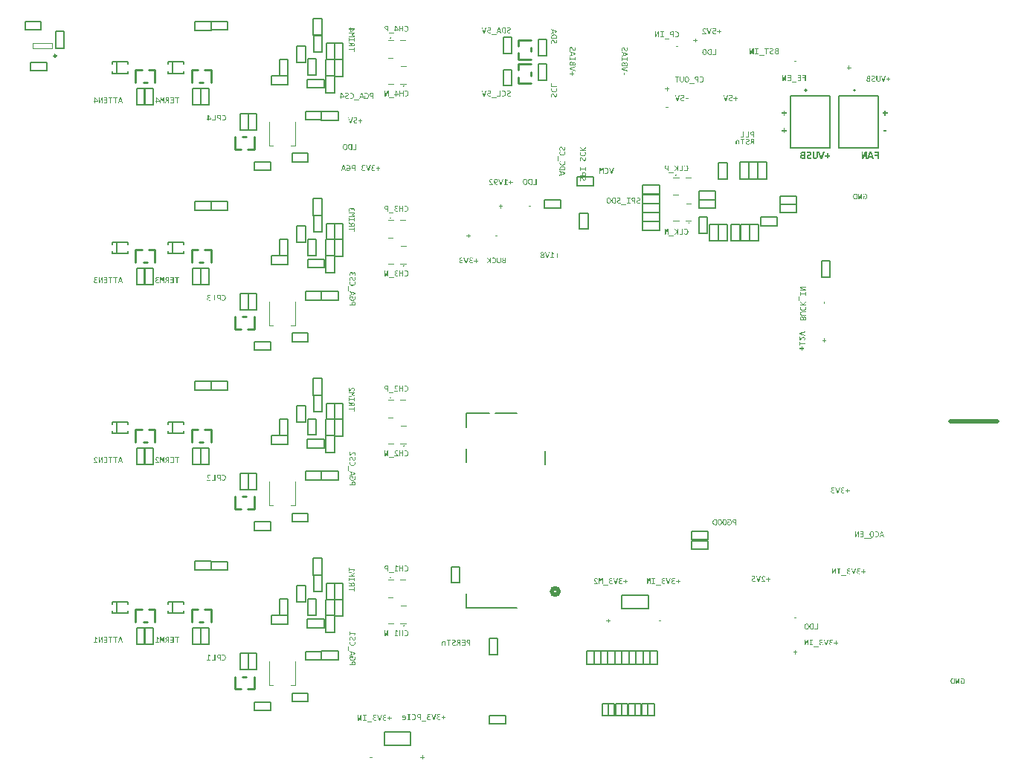
<source format=gbo>
G04*
G04 #@! TF.GenerationSoftware,Altium Limited,Altium Designer,23.10.1 (27)*
G04*
G04 Layer_Color=32896*
%FSAX25Y25*%
%MOIN*%
G70*
G04*
G04 #@! TF.SameCoordinates,24A0423C-D8D6-4CDA-AFC9-E754AC273B9F*
G04*
G04*
G04 #@! TF.FilePolarity,Positive*
G04*
G01*
G75*
%ADD10C,0.02000*%
%ADD11C,0.00394*%
%ADD12C,0.00984*%
%ADD13C,0.00787*%
%ADD18C,0.01000*%
%ADD19C,0.00500*%
%ADD157C,0.01968*%
%ADD215C,0.00600*%
G36*
X0178719Y0371005D02*
X0180421D01*
Y0370509D01*
X0178719Y0369414D01*
X0178417D01*
Y0370654D01*
X0177847D01*
Y0371005D01*
X0178417D01*
Y0371444D01*
X0178719D01*
Y0371005D01*
D02*
G37*
G36*
X0180421Y0369109D02*
Y0368682D01*
X0179450Y0368315D01*
X0179122Y0368207D01*
X0179450Y0368095D01*
X0180421Y0367748D01*
Y0367331D01*
X0177847Y0367206D01*
Y0367538D01*
X0179427Y0367584D01*
X0180067Y0367590D01*
X0179670Y0367711D01*
X0178686Y0368072D01*
Y0368315D01*
X0179709Y0368695D01*
X0180067Y0368817D01*
X0179454Y0368840D01*
X0177847Y0368889D01*
Y0369233D01*
X0180421Y0369109D01*
D02*
G37*
G36*
Y0365232D02*
X0180126D01*
Y0365826D01*
X0178145D01*
Y0365232D01*
X0177847D01*
Y0366774D01*
X0178145D01*
Y0366180D01*
X0180126D01*
Y0366774D01*
X0180421D01*
Y0365232D01*
D02*
G37*
G36*
X0178693Y0364340D02*
X0178749Y0364310D01*
X0178798Y0364281D01*
X0178837Y0364254D01*
X0178873Y0364231D01*
X0178903Y0364212D01*
X0178922Y0364195D01*
X0178935Y0364186D01*
X0178939Y0364182D01*
X0178972Y0364153D01*
X0179001Y0364123D01*
X0179021Y0364090D01*
X0179040Y0364061D01*
X0179053Y0364038D01*
X0179063Y0364018D01*
X0179070Y0364002D01*
Y0363999D01*
X0179083Y0364048D01*
X0179099Y0364094D01*
X0179116Y0364133D01*
X0179129Y0364166D01*
X0179142Y0364195D01*
X0179155Y0364218D01*
X0179162Y0364231D01*
X0179165Y0364235D01*
X0179191Y0364271D01*
X0179218Y0364307D01*
X0179241Y0364336D01*
X0179267Y0364363D01*
X0179286Y0364382D01*
X0179303Y0364395D01*
X0179313Y0364405D01*
X0179316Y0364409D01*
X0179349Y0364435D01*
X0179385Y0364455D01*
X0179418Y0364474D01*
X0179447Y0364491D01*
X0179473Y0364500D01*
X0179493Y0364510D01*
X0179509Y0364517D01*
X0179513D01*
X0179555Y0364530D01*
X0179595Y0364536D01*
X0179634Y0364543D01*
X0179667Y0364550D01*
X0179700D01*
X0179723Y0364553D01*
X0179736D01*
X0179742D01*
X0179798Y0364550D01*
X0179850Y0364546D01*
X0179896Y0364536D01*
X0179936Y0364530D01*
X0179972Y0364520D01*
X0179995Y0364510D01*
X0180011Y0364507D01*
X0180018Y0364504D01*
X0180064Y0364484D01*
X0180103Y0364458D01*
X0180139Y0364435D01*
X0180172Y0364409D01*
X0180195Y0364386D01*
X0180215Y0364366D01*
X0180228Y0364353D01*
X0180231Y0364350D01*
X0180264Y0364310D01*
X0180290Y0364264D01*
X0180313Y0364222D01*
X0180333Y0364179D01*
X0180349Y0364140D01*
X0180359Y0364110D01*
X0180366Y0364090D01*
X0180369Y0364087D01*
Y0364084D01*
X0180385Y0364021D01*
X0180398Y0363956D01*
X0180408Y0363890D01*
X0180415Y0363831D01*
X0180418Y0363779D01*
X0180421Y0363756D01*
Y0363011D01*
X0177847D01*
Y0363362D01*
X0178991D01*
Y0363526D01*
X0178988Y0363579D01*
X0178985Y0363602D01*
Y0363625D01*
X0178981Y0363641D01*
X0178978Y0363654D01*
X0178975Y0363661D01*
Y0363664D01*
X0178958Y0363710D01*
X0178942Y0363746D01*
X0178935Y0363759D01*
X0178929Y0363769D01*
X0178926Y0363775D01*
X0178922Y0363779D01*
X0178893Y0363815D01*
X0178860Y0363848D01*
X0178847Y0363861D01*
X0178834Y0363871D01*
X0178827Y0363874D01*
X0178824Y0363877D01*
X0178775Y0363910D01*
X0178722Y0363939D01*
X0178699Y0363949D01*
X0178683Y0363959D01*
X0178670Y0363963D01*
X0178666Y0363966D01*
X0177847Y0364350D01*
Y0364746D01*
X0178693Y0364340D01*
D02*
G37*
G36*
X0180421Y0360630D02*
X0180123D01*
Y0361391D01*
X0177847D01*
Y0361745D01*
X0180123D01*
Y0362506D01*
X0180421D01*
Y0360630D01*
D02*
G37*
G36*
X0092826Y0097613D02*
X0092701Y0097321D01*
X0092081Y0097659D01*
Y0095776D01*
X0092744D01*
Y0095458D01*
X0091127D01*
Y0095776D01*
X0091701D01*
Y0098046D01*
X0092006D01*
X0092826Y0097613D01*
D02*
G37*
G36*
X0095210Y0095458D02*
X0094879D01*
X0094833Y0097039D01*
X0094827Y0097679D01*
X0094705Y0097282D01*
X0094344Y0096298D01*
X0094102D01*
X0093721Y0097321D01*
X0093600Y0097679D01*
X0093577Y0097065D01*
X0093528Y0095458D01*
X0093183D01*
X0093308Y0098033D01*
X0093734D01*
X0094102Y0097062D01*
X0094210Y0096734D01*
X0094321Y0097062D01*
X0094669Y0098033D01*
X0095086D01*
X0095210Y0095458D01*
D02*
G37*
G36*
X0101787Y0097734D02*
X0101026D01*
Y0095458D01*
X0100672D01*
Y0097734D01*
X0099910D01*
Y0098033D01*
X0101787D01*
Y0097734D01*
D02*
G37*
G36*
X0099343Y0095458D02*
X0097880D01*
Y0095757D01*
X0098992D01*
Y0096645D01*
X0097926D01*
Y0096941D01*
X0098992D01*
Y0097738D01*
X0097880D01*
Y0098033D01*
X0099343D01*
Y0095458D01*
D02*
G37*
G36*
X0097188D02*
X0096837D01*
Y0096603D01*
X0096673D01*
X0096621Y0096599D01*
X0096598Y0096596D01*
X0096575D01*
X0096558Y0096593D01*
X0096545Y0096590D01*
X0096539Y0096586D01*
X0096535D01*
X0096490Y0096570D01*
X0096453Y0096553D01*
X0096440Y0096547D01*
X0096430Y0096540D01*
X0096424Y0096537D01*
X0096421Y0096534D01*
X0096385Y0096504D01*
X0096352Y0096472D01*
X0096339Y0096458D01*
X0096329Y0096445D01*
X0096325Y0096439D01*
X0096322Y0096435D01*
X0096289Y0096386D01*
X0096260Y0096334D01*
X0096250Y0096311D01*
X0096240Y0096294D01*
X0096237Y0096281D01*
X0096234Y0096278D01*
X0095850Y0095458D01*
X0095453D01*
X0095860Y0096304D01*
X0095889Y0096360D01*
X0095919Y0096409D01*
X0095945Y0096449D01*
X0095968Y0096485D01*
X0095988Y0096514D01*
X0096004Y0096534D01*
X0096014Y0096547D01*
X0096017Y0096550D01*
X0096047Y0096583D01*
X0096076Y0096613D01*
X0096109Y0096632D01*
X0096139Y0096652D01*
X0096162Y0096665D01*
X0096181Y0096675D01*
X0096198Y0096681D01*
X0096201D01*
X0096152Y0096695D01*
X0096106Y0096711D01*
X0096066Y0096727D01*
X0096034Y0096741D01*
X0096004Y0096754D01*
X0095981Y0096767D01*
X0095968Y0096773D01*
X0095965Y0096777D01*
X0095929Y0096803D01*
X0095893Y0096829D01*
X0095863Y0096852D01*
X0095837Y0096878D01*
X0095817Y0096898D01*
X0095804Y0096914D01*
X0095794Y0096924D01*
X0095791Y0096927D01*
X0095765Y0096960D01*
X0095745Y0096996D01*
X0095725Y0097029D01*
X0095709Y0097059D01*
X0095699Y0097085D01*
X0095689Y0097105D01*
X0095683Y0097121D01*
Y0097124D01*
X0095670Y0097167D01*
X0095663Y0097206D01*
X0095656Y0097246D01*
X0095650Y0097278D01*
Y0097311D01*
X0095647Y0097334D01*
Y0097347D01*
Y0097354D01*
X0095650Y0097410D01*
X0095653Y0097462D01*
X0095663Y0097508D01*
X0095670Y0097547D01*
X0095679Y0097583D01*
X0095689Y0097606D01*
X0095692Y0097623D01*
X0095696Y0097629D01*
X0095715Y0097675D01*
X0095742Y0097715D01*
X0095765Y0097751D01*
X0095791Y0097783D01*
X0095814Y0097807D01*
X0095833Y0097826D01*
X0095847Y0097839D01*
X0095850Y0097843D01*
X0095889Y0097875D01*
X0095935Y0097902D01*
X0095978Y0097925D01*
X0096021Y0097944D01*
X0096060Y0097961D01*
X0096089Y0097970D01*
X0096109Y0097977D01*
X0096112Y0097980D01*
X0096116D01*
X0096178Y0097997D01*
X0096244Y0098010D01*
X0096309Y0098020D01*
X0096368Y0098026D01*
X0096421Y0098030D01*
X0096444Y0098033D01*
X0097188D01*
Y0095458D01*
D02*
G37*
G36*
X0115987Y0089745D02*
X0115862Y0089454D01*
X0115242Y0089791D01*
Y0087909D01*
X0115904D01*
Y0087590D01*
X0114287D01*
Y0087909D01*
X0114862D01*
Y0090179D01*
X0115166D01*
X0115987Y0089745D01*
D02*
G37*
G36*
X0121668Y0090195D02*
X0121756Y0090185D01*
X0121838Y0090169D01*
X0121907Y0090152D01*
X0121940Y0090142D01*
X0121966Y0090133D01*
X0121989Y0090126D01*
X0122012Y0090119D01*
X0122025Y0090113D01*
X0122038Y0090106D01*
X0122045Y0090103D01*
X0122048D01*
X0122123Y0090064D01*
X0122196Y0090021D01*
X0122258Y0089975D01*
X0122310Y0089933D01*
X0122353Y0089893D01*
X0122386Y0089860D01*
X0122396Y0089847D01*
X0122406Y0089837D01*
X0122409Y0089834D01*
X0122412Y0089831D01*
X0122465Y0089762D01*
X0122511Y0089693D01*
X0122550Y0089621D01*
X0122583Y0089555D01*
X0122609Y0089496D01*
X0122619Y0089470D01*
X0122625Y0089450D01*
X0122632Y0089431D01*
X0122638Y0089417D01*
X0122642Y0089411D01*
Y0089408D01*
X0122668Y0089312D01*
X0122688Y0089214D01*
X0122701Y0089122D01*
X0122711Y0089034D01*
X0122714Y0088994D01*
X0122717Y0088958D01*
Y0088925D01*
X0122720Y0088899D01*
Y0088876D01*
Y0088860D01*
Y0088850D01*
Y0088847D01*
X0122717Y0088732D01*
X0122707Y0088624D01*
X0122694Y0088522D01*
X0122675Y0088427D01*
X0122652Y0088342D01*
X0122628Y0088263D01*
X0122602Y0088191D01*
X0122573Y0088125D01*
X0122547Y0088069D01*
X0122520Y0088020D01*
X0122497Y0087978D01*
X0122474Y0087945D01*
X0122455Y0087919D01*
X0122442Y0087899D01*
X0122432Y0087886D01*
X0122429Y0087883D01*
X0122369Y0087827D01*
X0122307Y0087774D01*
X0122241Y0087732D01*
X0122176Y0087695D01*
X0122104Y0087663D01*
X0122035Y0087637D01*
X0121966Y0087617D01*
X0121900Y0087597D01*
X0121838Y0087584D01*
X0121779Y0087574D01*
X0121727Y0087568D01*
X0121681Y0087564D01*
X0121644Y0087561D01*
X0121615Y0087558D01*
X0121592D01*
X0121467Y0087564D01*
X0121349Y0087577D01*
X0121238Y0087597D01*
X0121189Y0087610D01*
X0121139Y0087623D01*
X0121097Y0087633D01*
X0121057Y0087646D01*
X0121025Y0087656D01*
X0120995Y0087666D01*
X0120972Y0087673D01*
X0120956Y0087679D01*
X0120946Y0087686D01*
X0120943D01*
Y0088017D01*
X0121048Y0087971D01*
X0121097Y0087951D01*
X0121143Y0087938D01*
X0121179Y0087925D01*
X0121208Y0087915D01*
X0121228Y0087912D01*
X0121231Y0087909D01*
X0121235D01*
X0121290Y0087896D01*
X0121349Y0087889D01*
X0121402Y0087883D01*
X0121451Y0087876D01*
X0121490D01*
X0121523Y0087873D01*
X0121553D01*
X0121625Y0087876D01*
X0121690Y0087883D01*
X0121753Y0087896D01*
X0121809Y0087912D01*
X0121864Y0087932D01*
X0121914Y0087951D01*
X0121956Y0087974D01*
X0121995Y0088001D01*
X0122032Y0088024D01*
X0122061Y0088046D01*
X0122087Y0088066D01*
X0122107Y0088086D01*
X0122123Y0088102D01*
X0122136Y0088115D01*
X0122143Y0088122D01*
X0122146Y0088125D01*
X0122183Y0088174D01*
X0122212Y0088230D01*
X0122238Y0088289D01*
X0122261Y0088352D01*
X0122281Y0088414D01*
X0122297Y0088476D01*
X0122320Y0088598D01*
X0122330Y0088657D01*
X0122337Y0088709D01*
X0122340Y0088755D01*
X0122343Y0088798D01*
X0122346Y0088830D01*
Y0088857D01*
Y0088873D01*
Y0088880D01*
X0122343Y0088968D01*
X0122337Y0089047D01*
X0122330Y0089119D01*
X0122320Y0089181D01*
X0122310Y0089231D01*
X0122307Y0089253D01*
X0122301Y0089270D01*
X0122297Y0089283D01*
Y0089293D01*
X0122294Y0089299D01*
Y0089303D01*
X0122271Y0089372D01*
X0122245Y0089431D01*
X0122219Y0089483D01*
X0122196Y0089529D01*
X0122173Y0089568D01*
X0122153Y0089595D01*
X0122140Y0089611D01*
X0122136Y0089618D01*
X0122097Y0089663D01*
X0122055Y0089703D01*
X0122012Y0089739D01*
X0121973Y0089768D01*
X0121940Y0089788D01*
X0121910Y0089805D01*
X0121894Y0089814D01*
X0121887Y0089818D01*
X0121832Y0089841D01*
X0121773Y0089857D01*
X0121720Y0089870D01*
X0121668Y0089877D01*
X0121625Y0089883D01*
X0121589Y0089886D01*
X0121559D01*
X0121494Y0089883D01*
X0121435Y0089880D01*
X0121379Y0089873D01*
X0121330Y0089867D01*
X0121290Y0089857D01*
X0121261Y0089850D01*
X0121241Y0089847D01*
X0121235Y0089844D01*
X0121179Y0089828D01*
X0121126Y0089811D01*
X0121077Y0089791D01*
X0121031Y0089772D01*
X0120995Y0089755D01*
X0120966Y0089742D01*
X0120949Y0089732D01*
X0120943Y0089729D01*
Y0090074D01*
X0121051Y0090113D01*
X0121100Y0090129D01*
X0121146Y0090142D01*
X0121185Y0090152D01*
X0121215Y0090159D01*
X0121235Y0090165D01*
X0121241D01*
X0121356Y0090185D01*
X0121412Y0090192D01*
X0121464Y0090195D01*
X0121507Y0090198D01*
X0121572D01*
X0121668Y0090195D01*
D02*
G37*
G36*
X0120372Y0087590D02*
X0120021D01*
Y0088516D01*
X0119703D01*
X0119608Y0088519D01*
X0119519Y0088529D01*
X0119440Y0088538D01*
X0119375Y0088555D01*
X0119345Y0088561D01*
X0119319Y0088568D01*
X0119296Y0088574D01*
X0119276Y0088578D01*
X0119263Y0088584D01*
X0119253Y0088588D01*
X0119247Y0088591D01*
X0119244D01*
X0119175Y0088621D01*
X0119112Y0088653D01*
X0119057Y0088686D01*
X0119011Y0088719D01*
X0118975Y0088745D01*
X0118948Y0088768D01*
X0118932Y0088781D01*
X0118925Y0088788D01*
X0118883Y0088834D01*
X0118843Y0088883D01*
X0118814Y0088929D01*
X0118788Y0088971D01*
X0118768Y0089008D01*
X0118752Y0089037D01*
X0118745Y0089057D01*
X0118742Y0089060D01*
Y0089063D01*
X0118722Y0089122D01*
X0118709Y0089178D01*
X0118696Y0089231D01*
X0118689Y0089276D01*
X0118686Y0089316D01*
X0118683Y0089349D01*
Y0089368D01*
Y0089372D01*
Y0089375D01*
X0118686Y0089454D01*
X0118696Y0089522D01*
X0118709Y0089585D01*
X0118722Y0089637D01*
X0118738Y0089680D01*
X0118752Y0089713D01*
X0118761Y0089732D01*
X0118765Y0089739D01*
X0118798Y0089791D01*
X0118830Y0089841D01*
X0118866Y0089883D01*
X0118899Y0089919D01*
X0118932Y0089946D01*
X0118955Y0089969D01*
X0118971Y0089982D01*
X0118978Y0089985D01*
X0119027Y0090018D01*
X0119080Y0090047D01*
X0119132Y0090070D01*
X0119178Y0090090D01*
X0119221Y0090103D01*
X0119253Y0090116D01*
X0119266Y0090119D01*
X0119276D01*
X0119280Y0090123D01*
X0119283D01*
X0119349Y0090136D01*
X0119414Y0090149D01*
X0119476Y0090156D01*
X0119532Y0090159D01*
X0119581Y0090162D01*
X0119601Y0090165D01*
X0120372D01*
Y0087590D01*
D02*
G37*
G36*
X0118007D02*
X0116525D01*
Y0087889D01*
X0117649D01*
Y0090165D01*
X0118007D01*
Y0087590D01*
D02*
G37*
G36*
X0121745Y0332321D02*
X0121833Y0332311D01*
X0121915Y0332295D01*
X0121984Y0332278D01*
X0122017Y0332268D01*
X0122043Y0332259D01*
X0122066Y0332252D01*
X0122089Y0332245D01*
X0122102Y0332239D01*
X0122115Y0332232D01*
X0122122Y0332229D01*
X0122125D01*
X0122201Y0332190D01*
X0122273Y0332147D01*
X0122335Y0332101D01*
X0122388Y0332059D01*
X0122430Y0332019D01*
X0122463Y0331986D01*
X0122473Y0331973D01*
X0122483Y0331963D01*
X0122486Y0331960D01*
X0122489Y0331957D01*
X0122542Y0331888D01*
X0122588Y0331819D01*
X0122627Y0331747D01*
X0122660Y0331681D01*
X0122686Y0331622D01*
X0122696Y0331596D01*
X0122702Y0331576D01*
X0122709Y0331557D01*
X0122715Y0331543D01*
X0122719Y0331537D01*
Y0331534D01*
X0122745Y0331438D01*
X0122765Y0331340D01*
X0122778Y0331248D01*
X0122788Y0331160D01*
X0122791Y0331120D01*
X0122794Y0331084D01*
Y0331051D01*
X0122798Y0331025D01*
Y0331002D01*
Y0330986D01*
Y0330976D01*
Y0330973D01*
X0122794Y0330858D01*
X0122784Y0330750D01*
X0122771Y0330648D01*
X0122751Y0330553D01*
X0122729Y0330468D01*
X0122706Y0330389D01*
X0122679Y0330317D01*
X0122650Y0330251D01*
X0122624Y0330195D01*
X0122597Y0330146D01*
X0122574Y0330104D01*
X0122552Y0330071D01*
X0122532Y0330045D01*
X0122519Y0330025D01*
X0122509Y0330012D01*
X0122505Y0330009D01*
X0122447Y0329953D01*
X0122384Y0329900D01*
X0122319Y0329858D01*
X0122253Y0329821D01*
X0122181Y0329789D01*
X0122112Y0329763D01*
X0122043Y0329743D01*
X0121977Y0329723D01*
X0121915Y0329710D01*
X0121856Y0329700D01*
X0121804Y0329694D01*
X0121758Y0329690D01*
X0121722Y0329687D01*
X0121692Y0329684D01*
X0121669D01*
X0121545Y0329690D01*
X0121426Y0329703D01*
X0121315Y0329723D01*
X0121266Y0329736D01*
X0121216Y0329749D01*
X0121174Y0329759D01*
X0121134Y0329772D01*
X0121102Y0329782D01*
X0121072Y0329792D01*
X0121049Y0329799D01*
X0121033Y0329805D01*
X0121023Y0329812D01*
X0121020D01*
Y0330143D01*
X0121125Y0330097D01*
X0121174Y0330077D01*
X0121220Y0330064D01*
X0121256Y0330051D01*
X0121285Y0330041D01*
X0121305Y0330038D01*
X0121308Y0330035D01*
X0121312D01*
X0121367Y0330022D01*
X0121426Y0330015D01*
X0121479Y0330009D01*
X0121528Y0330002D01*
X0121567D01*
X0121600Y0329999D01*
X0121630D01*
X0121702Y0330002D01*
X0121767Y0330009D01*
X0121830Y0330022D01*
X0121886Y0330038D01*
X0121941Y0330058D01*
X0121991Y0330077D01*
X0122033Y0330100D01*
X0122073Y0330127D01*
X0122109Y0330150D01*
X0122138Y0330172D01*
X0122164Y0330192D01*
X0122184Y0330212D01*
X0122201Y0330228D01*
X0122214Y0330241D01*
X0122220Y0330248D01*
X0122223Y0330251D01*
X0122259Y0330300D01*
X0122289Y0330356D01*
X0122315Y0330415D01*
X0122338Y0330477D01*
X0122358Y0330540D01*
X0122374Y0330602D01*
X0122397Y0330724D01*
X0122407Y0330783D01*
X0122414Y0330835D01*
X0122417Y0330881D01*
X0122420Y0330924D01*
X0122424Y0330956D01*
Y0330983D01*
Y0330999D01*
Y0331006D01*
X0122420Y0331094D01*
X0122414Y0331173D01*
X0122407Y0331245D01*
X0122397Y0331307D01*
X0122388Y0331357D01*
X0122384Y0331380D01*
X0122378Y0331396D01*
X0122374Y0331409D01*
Y0331419D01*
X0122371Y0331425D01*
Y0331429D01*
X0122348Y0331498D01*
X0122322Y0331557D01*
X0122296Y0331609D01*
X0122273Y0331655D01*
X0122250Y0331694D01*
X0122230Y0331721D01*
X0122217Y0331737D01*
X0122214Y0331744D01*
X0122174Y0331789D01*
X0122132Y0331829D01*
X0122089Y0331865D01*
X0122050Y0331894D01*
X0122017Y0331914D01*
X0121987Y0331930D01*
X0121971Y0331940D01*
X0121964Y0331944D01*
X0121909Y0331967D01*
X0121850Y0331983D01*
X0121797Y0331996D01*
X0121745Y0332003D01*
X0121702Y0332009D01*
X0121666Y0332013D01*
X0121636D01*
X0121571Y0332009D01*
X0121512Y0332006D01*
X0121456Y0331999D01*
X0121407Y0331993D01*
X0121367Y0331983D01*
X0121338Y0331977D01*
X0121318Y0331973D01*
X0121312Y0331970D01*
X0121256Y0331954D01*
X0121203Y0331937D01*
X0121154Y0331917D01*
X0121108Y0331898D01*
X0121072Y0331881D01*
X0121043Y0331868D01*
X0121026Y0331858D01*
X0121020Y0331855D01*
Y0332200D01*
X0121128Y0332239D01*
X0121177Y0332255D01*
X0121223Y0332268D01*
X0121262Y0332278D01*
X0121292Y0332285D01*
X0121312Y0332291D01*
X0121318D01*
X0121433Y0332311D01*
X0121489Y0332318D01*
X0121541Y0332321D01*
X0121584Y0332324D01*
X0121650D01*
X0121745Y0332321D01*
D02*
G37*
G36*
X0120449Y0329716D02*
X0120098D01*
Y0330642D01*
X0119780D01*
X0119685Y0330645D01*
X0119596Y0330655D01*
X0119518Y0330664D01*
X0119452Y0330681D01*
X0119422Y0330687D01*
X0119396Y0330694D01*
X0119373Y0330700D01*
X0119353Y0330704D01*
X0119340Y0330710D01*
X0119331Y0330714D01*
X0119324Y0330717D01*
X0119321D01*
X0119252Y0330747D01*
X0119190Y0330779D01*
X0119134Y0330812D01*
X0119088Y0330845D01*
X0119052Y0330871D01*
X0119026Y0330894D01*
X0119009Y0330907D01*
X0119002Y0330914D01*
X0118960Y0330960D01*
X0118921Y0331009D01*
X0118891Y0331055D01*
X0118865Y0331097D01*
X0118845Y0331134D01*
X0118829Y0331163D01*
X0118822Y0331183D01*
X0118819Y0331186D01*
Y0331189D01*
X0118799Y0331248D01*
X0118786Y0331304D01*
X0118773Y0331357D01*
X0118766Y0331402D01*
X0118763Y0331442D01*
X0118760Y0331475D01*
Y0331494D01*
Y0331498D01*
Y0331501D01*
X0118763Y0331580D01*
X0118773Y0331648D01*
X0118786Y0331711D01*
X0118799Y0331763D01*
X0118816Y0331806D01*
X0118829Y0331839D01*
X0118839Y0331858D01*
X0118842Y0331865D01*
X0118875Y0331917D01*
X0118907Y0331967D01*
X0118944Y0332009D01*
X0118976Y0332045D01*
X0119009Y0332072D01*
X0119032Y0332095D01*
X0119048Y0332108D01*
X0119055Y0332111D01*
X0119104Y0332144D01*
X0119157Y0332173D01*
X0119209Y0332196D01*
X0119255Y0332216D01*
X0119298Y0332229D01*
X0119331Y0332242D01*
X0119344Y0332245D01*
X0119353D01*
X0119357Y0332249D01*
X0119360D01*
X0119426Y0332262D01*
X0119491Y0332275D01*
X0119553Y0332281D01*
X0119609Y0332285D01*
X0119659Y0332288D01*
X0119678Y0332291D01*
X0120449D01*
Y0329716D01*
D02*
G37*
G36*
X0118084D02*
X0116602D01*
Y0330015D01*
X0117727D01*
Y0332291D01*
X0118084D01*
Y0329716D01*
D02*
G37*
G36*
X0116241Y0330589D02*
Y0330287D01*
X0115001D01*
Y0329716D01*
X0114650D01*
Y0330287D01*
X0114210D01*
Y0330589D01*
X0114650D01*
Y0332291D01*
X0115145D01*
X0116241Y0330589D01*
D02*
G37*
G36*
X0189011Y0309776D02*
X0189031Y0309773D01*
X0189044D01*
X0189054Y0309770D01*
X0189057D01*
X0189113Y0309763D01*
X0189139Y0309760D01*
X0189162Y0309757D01*
X0189178Y0309753D01*
X0189195D01*
X0189205Y0309750D01*
X0189208D01*
X0189263Y0309740D01*
X0189290Y0309734D01*
X0189313Y0309731D01*
X0189329Y0309724D01*
X0189346Y0309721D01*
X0189355Y0309717D01*
X0189359D01*
X0189411Y0309704D01*
X0189437Y0309698D01*
X0189457Y0309691D01*
X0189473Y0309688D01*
X0189487Y0309681D01*
X0189496Y0309678D01*
X0189500D01*
Y0309380D01*
X0189441Y0309396D01*
X0189388Y0309412D01*
X0189336Y0309425D01*
X0189293Y0309435D01*
X0189257Y0309445D01*
X0189227Y0309452D01*
X0189211Y0309455D01*
X0189205D01*
X0189152Y0309465D01*
X0189106Y0309471D01*
X0189060Y0309475D01*
X0189021Y0309478D01*
X0188988Y0309481D01*
X0188939D01*
X0188854Y0309478D01*
X0188778Y0309468D01*
X0188713Y0309452D01*
X0188660Y0309435D01*
X0188621Y0309416D01*
X0188591Y0309403D01*
X0188575Y0309389D01*
X0188568Y0309386D01*
X0188525Y0309347D01*
X0188493Y0309298D01*
X0188470Y0309248D01*
X0188457Y0309199D01*
X0188447Y0309153D01*
X0188444Y0309117D01*
X0188440Y0309104D01*
Y0309094D01*
Y0309088D01*
Y0309084D01*
Y0309045D01*
X0188447Y0309009D01*
X0188453Y0308979D01*
X0188460Y0308950D01*
X0188467Y0308927D01*
X0188473Y0308911D01*
X0188476Y0308897D01*
X0188480Y0308894D01*
X0188512Y0308838D01*
X0188529Y0308812D01*
X0188545Y0308792D01*
X0188562Y0308776D01*
X0188575Y0308763D01*
X0188581Y0308756D01*
X0188585Y0308753D01*
X0188637Y0308717D01*
X0188689Y0308691D01*
X0188713Y0308681D01*
X0188729Y0308674D01*
X0188742Y0308668D01*
X0188745D01*
X0188818Y0308651D01*
X0188854Y0308645D01*
X0188886Y0308642D01*
X0188916D01*
X0188939Y0308638D01*
X0189254D01*
Y0308356D01*
X0188909D01*
X0188860Y0308353D01*
X0188818Y0308346D01*
X0188778Y0308343D01*
X0188749Y0308336D01*
X0188722Y0308330D01*
X0188709Y0308327D01*
X0188703D01*
X0188660Y0308317D01*
X0188621Y0308304D01*
X0188585Y0308291D01*
X0188555Y0308278D01*
X0188529Y0308268D01*
X0188512Y0308258D01*
X0188499Y0308251D01*
X0188496Y0308248D01*
X0188463Y0308228D01*
X0188437Y0308205D01*
X0188414Y0308182D01*
X0188394Y0308163D01*
X0188381Y0308143D01*
X0188371Y0308130D01*
X0188365Y0308120D01*
X0188362Y0308117D01*
X0188345Y0308087D01*
X0188332Y0308054D01*
X0188326Y0308022D01*
X0188319Y0307995D01*
X0188316Y0307969D01*
X0188312Y0307949D01*
Y0307933D01*
Y0307930D01*
X0188316Y0307887D01*
X0188319Y0307848D01*
X0188326Y0307812D01*
X0188332Y0307782D01*
X0188342Y0307756D01*
X0188348Y0307736D01*
X0188352Y0307723D01*
X0188355Y0307720D01*
X0188371Y0307687D01*
X0188391Y0307658D01*
X0188411Y0307631D01*
X0188430Y0307608D01*
X0188450Y0307589D01*
X0188467Y0307576D01*
X0188476Y0307566D01*
X0188480Y0307562D01*
X0188512Y0307540D01*
X0188552Y0307520D01*
X0188588Y0307503D01*
X0188624Y0307490D01*
X0188653Y0307481D01*
X0188680Y0307471D01*
X0188696Y0307467D01*
X0188703Y0307464D01*
X0188755Y0307454D01*
X0188811Y0307444D01*
X0188867Y0307438D01*
X0188919Y0307435D01*
X0188965D01*
X0189001Y0307431D01*
X0189086D01*
X0189136Y0307435D01*
X0189185D01*
X0189227Y0307438D01*
X0189260D01*
X0189290Y0307441D01*
X0189313D01*
X0189362Y0307448D01*
X0189408Y0307451D01*
X0189454Y0307457D01*
X0189490Y0307464D01*
X0189523Y0307471D01*
X0189549Y0307474D01*
X0189562Y0307477D01*
X0189569D01*
Y0307169D01*
X0189490Y0307159D01*
X0189451Y0307156D01*
X0189414Y0307153D01*
X0189385Y0307149D01*
X0189362D01*
X0189349Y0307146D01*
X0189342D01*
X0189247Y0307139D01*
X0189201Y0307136D01*
X0189159D01*
X0189122Y0307133D01*
X0189067D01*
X0188965Y0307136D01*
X0188873Y0307143D01*
X0188791Y0307153D01*
X0188719Y0307166D01*
X0188689Y0307169D01*
X0188660Y0307175D01*
X0188637Y0307182D01*
X0188617Y0307185D01*
X0188601Y0307189D01*
X0188591Y0307192D01*
X0188585Y0307195D01*
X0188581D01*
X0188506Y0307221D01*
X0188437Y0307251D01*
X0188378Y0307280D01*
X0188329Y0307310D01*
X0188289Y0307333D01*
X0188260Y0307353D01*
X0188240Y0307369D01*
X0188234Y0307372D01*
X0188184Y0307415D01*
X0188142Y0307461D01*
X0188109Y0307503D01*
X0188079Y0307543D01*
X0188057Y0307579D01*
X0188040Y0307605D01*
X0188030Y0307625D01*
X0188027Y0307631D01*
X0188004Y0307687D01*
X0187984Y0307743D01*
X0187971Y0307795D01*
X0187965Y0307844D01*
X0187958Y0307887D01*
X0187955Y0307920D01*
Y0307933D01*
Y0307943D01*
Y0307946D01*
Y0307949D01*
X0187958Y0307995D01*
X0187961Y0308035D01*
X0187971Y0308074D01*
X0187978Y0308107D01*
X0187988Y0308133D01*
X0187997Y0308156D01*
X0188001Y0308169D01*
X0188004Y0308173D01*
X0188024Y0308209D01*
X0188043Y0308241D01*
X0188066Y0308271D01*
X0188086Y0308297D01*
X0188106Y0308317D01*
X0188119Y0308333D01*
X0188129Y0308343D01*
X0188132Y0308346D01*
X0188191Y0308399D01*
X0188221Y0308419D01*
X0188247Y0308435D01*
X0188270Y0308448D01*
X0188289Y0308458D01*
X0188303Y0308465D01*
X0188306Y0308468D01*
X0188378Y0308497D01*
X0188411Y0308510D01*
X0188444Y0308520D01*
X0188470Y0308527D01*
X0188489Y0308530D01*
X0188503Y0308533D01*
X0188506D01*
X0188437Y0308569D01*
X0188375Y0308609D01*
X0188322Y0308648D01*
X0188276Y0308684D01*
X0188240Y0308717D01*
X0188214Y0308747D01*
X0188201Y0308763D01*
X0188194Y0308769D01*
X0188155Y0308828D01*
X0188129Y0308891D01*
X0188109Y0308953D01*
X0188093Y0309012D01*
X0188086Y0309061D01*
X0188083Y0309084D01*
Y0309104D01*
X0188079Y0309120D01*
Y0309130D01*
Y0309137D01*
Y0309140D01*
X0188083Y0309193D01*
X0188089Y0309245D01*
X0188096Y0309288D01*
X0188106Y0309327D01*
X0188119Y0309360D01*
X0188125Y0309386D01*
X0188132Y0309399D01*
X0188135Y0309406D01*
X0188158Y0309449D01*
X0188181Y0309488D01*
X0188207Y0309521D01*
X0188234Y0309550D01*
X0188257Y0309573D01*
X0188276Y0309593D01*
X0188289Y0309603D01*
X0188293Y0309606D01*
X0188335Y0309635D01*
X0188378Y0309662D01*
X0188421Y0309685D01*
X0188460Y0309701D01*
X0188496Y0309717D01*
X0188525Y0309727D01*
X0188545Y0309731D01*
X0188549Y0309734D01*
X0188552D01*
X0188611Y0309750D01*
X0188673Y0309760D01*
X0188732Y0309770D01*
X0188791Y0309773D01*
X0188840Y0309776D01*
X0188860Y0309780D01*
X0188965D01*
X0189011Y0309776D01*
D02*
G37*
G36*
X0184576D02*
X0184596Y0309773D01*
X0184609D01*
X0184619Y0309770D01*
X0184622D01*
X0184678Y0309763D01*
X0184704Y0309760D01*
X0184727Y0309757D01*
X0184744Y0309753D01*
X0184760D01*
X0184770Y0309750D01*
X0184773D01*
X0184829Y0309740D01*
X0184855Y0309734D01*
X0184878Y0309731D01*
X0184895Y0309724D01*
X0184911Y0309721D01*
X0184921Y0309717D01*
X0184924D01*
X0184977Y0309704D01*
X0185003Y0309698D01*
X0185022Y0309691D01*
X0185039Y0309688D01*
X0185052Y0309681D01*
X0185062Y0309678D01*
X0185065D01*
Y0309380D01*
X0185006Y0309396D01*
X0184954Y0309412D01*
X0184901Y0309425D01*
X0184859Y0309435D01*
X0184822Y0309445D01*
X0184793Y0309452D01*
X0184776Y0309455D01*
X0184770D01*
X0184718Y0309465D01*
X0184671Y0309471D01*
X0184626Y0309475D01*
X0184586Y0309478D01*
X0184553Y0309481D01*
X0184504D01*
X0184419Y0309478D01*
X0184344Y0309468D01*
X0184278Y0309452D01*
X0184225Y0309435D01*
X0184186Y0309416D01*
X0184157Y0309403D01*
X0184140Y0309389D01*
X0184134Y0309386D01*
X0184091Y0309347D01*
X0184058Y0309298D01*
X0184035Y0309248D01*
X0184022Y0309199D01*
X0184012Y0309153D01*
X0184009Y0309117D01*
X0184006Y0309104D01*
Y0309094D01*
Y0309088D01*
Y0309084D01*
Y0309045D01*
X0184012Y0309009D01*
X0184019Y0308979D01*
X0184025Y0308950D01*
X0184032Y0308927D01*
X0184038Y0308911D01*
X0184042Y0308897D01*
X0184045Y0308894D01*
X0184078Y0308838D01*
X0184094Y0308812D01*
X0184111Y0308792D01*
X0184127Y0308776D01*
X0184140Y0308763D01*
X0184147Y0308756D01*
X0184150Y0308753D01*
X0184203Y0308717D01*
X0184255Y0308691D01*
X0184278Y0308681D01*
X0184294Y0308674D01*
X0184307Y0308668D01*
X0184311D01*
X0184383Y0308651D01*
X0184419Y0308645D01*
X0184452Y0308642D01*
X0184481D01*
X0184504Y0308638D01*
X0184819D01*
Y0308356D01*
X0184475D01*
X0184425Y0308353D01*
X0184383Y0308346D01*
X0184344Y0308343D01*
X0184314Y0308336D01*
X0184288Y0308330D01*
X0184275Y0308327D01*
X0184268D01*
X0184225Y0308317D01*
X0184186Y0308304D01*
X0184150Y0308291D01*
X0184121Y0308278D01*
X0184094Y0308268D01*
X0184078Y0308258D01*
X0184065Y0308251D01*
X0184061Y0308248D01*
X0184029Y0308228D01*
X0184002Y0308205D01*
X0183979Y0308182D01*
X0183960Y0308163D01*
X0183947Y0308143D01*
X0183937Y0308130D01*
X0183930Y0308120D01*
X0183927Y0308117D01*
X0183911Y0308087D01*
X0183897Y0308054D01*
X0183891Y0308022D01*
X0183884Y0307995D01*
X0183881Y0307969D01*
X0183878Y0307949D01*
Y0307933D01*
Y0307930D01*
X0183881Y0307887D01*
X0183884Y0307848D01*
X0183891Y0307812D01*
X0183897Y0307782D01*
X0183907Y0307756D01*
X0183914Y0307736D01*
X0183917Y0307723D01*
X0183920Y0307720D01*
X0183937Y0307687D01*
X0183957Y0307658D01*
X0183976Y0307631D01*
X0183996Y0307608D01*
X0184016Y0307589D01*
X0184032Y0307576D01*
X0184042Y0307566D01*
X0184045Y0307562D01*
X0184078Y0307540D01*
X0184117Y0307520D01*
X0184153Y0307503D01*
X0184189Y0307490D01*
X0184219Y0307481D01*
X0184245Y0307471D01*
X0184262Y0307467D01*
X0184268Y0307464D01*
X0184321Y0307454D01*
X0184376Y0307444D01*
X0184432Y0307438D01*
X0184485Y0307435D01*
X0184530D01*
X0184567Y0307431D01*
X0184652D01*
X0184701Y0307435D01*
X0184750D01*
X0184793Y0307438D01*
X0184826D01*
X0184855Y0307441D01*
X0184878D01*
X0184927Y0307448D01*
X0184973Y0307451D01*
X0185019Y0307457D01*
X0185055Y0307464D01*
X0185088Y0307471D01*
X0185114Y0307474D01*
X0185127Y0307477D01*
X0185134D01*
Y0307169D01*
X0185055Y0307159D01*
X0185016Y0307156D01*
X0184980Y0307153D01*
X0184950Y0307149D01*
X0184927D01*
X0184914Y0307146D01*
X0184908D01*
X0184813Y0307139D01*
X0184767Y0307136D01*
X0184724D01*
X0184688Y0307133D01*
X0184632D01*
X0184530Y0307136D01*
X0184439Y0307143D01*
X0184357Y0307153D01*
X0184284Y0307166D01*
X0184255Y0307169D01*
X0184225Y0307175D01*
X0184203Y0307182D01*
X0184183Y0307185D01*
X0184166Y0307189D01*
X0184157Y0307192D01*
X0184150Y0307195D01*
X0184147D01*
X0184071Y0307221D01*
X0184002Y0307251D01*
X0183943Y0307280D01*
X0183894Y0307310D01*
X0183855Y0307333D01*
X0183825Y0307353D01*
X0183806Y0307369D01*
X0183799Y0307372D01*
X0183750Y0307415D01*
X0183707Y0307461D01*
X0183674Y0307503D01*
X0183645Y0307543D01*
X0183622Y0307579D01*
X0183606Y0307605D01*
X0183596Y0307625D01*
X0183592Y0307631D01*
X0183570Y0307687D01*
X0183550Y0307743D01*
X0183537Y0307795D01*
X0183530Y0307844D01*
X0183523Y0307887D01*
X0183520Y0307920D01*
Y0307933D01*
Y0307943D01*
Y0307946D01*
Y0307949D01*
X0183523Y0307995D01*
X0183527Y0308035D01*
X0183537Y0308074D01*
X0183543Y0308107D01*
X0183553Y0308133D01*
X0183563Y0308156D01*
X0183566Y0308169D01*
X0183570Y0308173D01*
X0183589Y0308209D01*
X0183609Y0308241D01*
X0183632Y0308271D01*
X0183651Y0308297D01*
X0183671Y0308317D01*
X0183684Y0308333D01*
X0183694Y0308343D01*
X0183697Y0308346D01*
X0183756Y0308399D01*
X0183786Y0308419D01*
X0183812Y0308435D01*
X0183835Y0308448D01*
X0183855Y0308458D01*
X0183868Y0308465D01*
X0183871Y0308468D01*
X0183943Y0308497D01*
X0183976Y0308510D01*
X0184009Y0308520D01*
X0184035Y0308527D01*
X0184055Y0308530D01*
X0184068Y0308533D01*
X0184071D01*
X0184002Y0308569D01*
X0183940Y0308609D01*
X0183888Y0308648D01*
X0183842Y0308684D01*
X0183806Y0308717D01*
X0183779Y0308747D01*
X0183766Y0308763D01*
X0183760Y0308769D01*
X0183720Y0308828D01*
X0183694Y0308891D01*
X0183674Y0308953D01*
X0183658Y0309012D01*
X0183651Y0309061D01*
X0183648Y0309084D01*
Y0309104D01*
X0183645Y0309120D01*
Y0309130D01*
Y0309137D01*
Y0309140D01*
X0183648Y0309193D01*
X0183655Y0309245D01*
X0183661Y0309288D01*
X0183671Y0309327D01*
X0183684Y0309360D01*
X0183691Y0309386D01*
X0183697Y0309399D01*
X0183701Y0309406D01*
X0183724Y0309449D01*
X0183747Y0309488D01*
X0183773Y0309521D01*
X0183799Y0309550D01*
X0183822Y0309573D01*
X0183842Y0309593D01*
X0183855Y0309603D01*
X0183858Y0309606D01*
X0183901Y0309635D01*
X0183943Y0309662D01*
X0183986Y0309685D01*
X0184025Y0309701D01*
X0184061Y0309717D01*
X0184091Y0309727D01*
X0184111Y0309731D01*
X0184114Y0309734D01*
X0184117D01*
X0184176Y0309750D01*
X0184239Y0309760D01*
X0184298Y0309770D01*
X0184357Y0309773D01*
X0184406Y0309776D01*
X0184425Y0309780D01*
X0184530D01*
X0184576Y0309776D01*
D02*
G37*
G36*
X0186813Y0307169D02*
X0186341D01*
X0185469Y0309744D01*
X0185843D01*
X0186400Y0308005D01*
X0186561Y0307497D01*
X0186718Y0308005D01*
X0187273Y0309744D01*
X0187670D01*
X0186813Y0307169D01*
D02*
G37*
G36*
X0177554Y0309776D02*
X0177649Y0309767D01*
X0177734Y0309750D01*
X0177806Y0309734D01*
X0177839Y0309724D01*
X0177869Y0309717D01*
X0177892Y0309711D01*
X0177915Y0309701D01*
X0177931Y0309698D01*
X0177944Y0309691D01*
X0177951Y0309688D01*
X0177954D01*
X0178036Y0309648D01*
X0178112Y0309606D01*
X0178177Y0309563D01*
X0178233Y0309521D01*
X0178279Y0309481D01*
X0178312Y0309449D01*
X0178325Y0309435D01*
X0178335Y0309425D01*
X0178338Y0309422D01*
X0178341Y0309419D01*
X0178397Y0309350D01*
X0178446Y0309278D01*
X0178489Y0309209D01*
X0178522Y0309140D01*
X0178551Y0309081D01*
X0178561Y0309058D01*
X0178571Y0309035D01*
X0178577Y0309015D01*
X0178584Y0309002D01*
X0178587Y0308996D01*
Y0308993D01*
X0178617Y0308897D01*
X0178640Y0308799D01*
X0178653Y0308704D01*
X0178666Y0308615D01*
X0178669Y0308576D01*
X0178672Y0308540D01*
Y0308507D01*
X0178676Y0308478D01*
Y0308455D01*
Y0308438D01*
Y0308428D01*
Y0308425D01*
X0178672Y0308310D01*
X0178663Y0308202D01*
X0178649Y0308107D01*
X0178643Y0308064D01*
X0178636Y0308025D01*
X0178630Y0307989D01*
X0178623Y0307959D01*
X0178617Y0307930D01*
X0178610Y0307907D01*
X0178603Y0307887D01*
X0178600Y0307874D01*
X0178597Y0307868D01*
Y0307864D01*
X0178564Y0307776D01*
X0178528Y0307697D01*
X0178492Y0307628D01*
X0178453Y0307569D01*
X0178420Y0307523D01*
X0178407Y0307503D01*
X0178394Y0307487D01*
X0178384Y0307474D01*
X0178377Y0307464D01*
X0178371Y0307461D01*
Y0307457D01*
X0178312Y0307402D01*
X0178249Y0307353D01*
X0178190Y0307310D01*
X0178135Y0307277D01*
X0178085Y0307251D01*
X0178062Y0307238D01*
X0178046Y0307231D01*
X0178030Y0307225D01*
X0178020Y0307218D01*
X0178013Y0307215D01*
X0178010D01*
X0177928Y0307189D01*
X0177846Y0307169D01*
X0177767Y0307153D01*
X0177692Y0307143D01*
X0177659Y0307139D01*
X0177629Y0307136D01*
X0177603D01*
X0177577Y0307133D01*
X0177534D01*
X0177469Y0307136D01*
X0177439D01*
X0177410Y0307139D01*
X0177387Y0307143D01*
X0177370D01*
X0177357Y0307146D01*
X0177354D01*
X0177285Y0307156D01*
X0177255Y0307159D01*
X0177226Y0307162D01*
X0177203Y0307166D01*
X0177187Y0307169D01*
X0177173Y0307172D01*
X0177170D01*
X0177101Y0307189D01*
X0177072Y0307195D01*
X0177042Y0307205D01*
X0177019Y0307211D01*
X0177003Y0307218D01*
X0176990Y0307221D01*
X0176987D01*
X0176921Y0307244D01*
X0176891Y0307254D01*
X0176865Y0307264D01*
X0176842Y0307274D01*
X0176826Y0307280D01*
X0176816Y0307287D01*
X0176813D01*
Y0308606D01*
X0177685D01*
Y0308317D01*
X0177160D01*
Y0307494D01*
X0177187Y0307484D01*
X0177209Y0307477D01*
X0177229Y0307474D01*
X0177233Y0307471D01*
X0177236D01*
X0177265Y0307464D01*
X0177292Y0307457D01*
X0177311Y0307454D01*
X0177318D01*
X0177351Y0307451D01*
X0177377Y0307448D01*
X0177397Y0307444D01*
X0177403D01*
X0177433Y0307441D01*
X0177485D01*
X0177564Y0307444D01*
X0177636Y0307451D01*
X0177698Y0307464D01*
X0177754Y0307477D01*
X0177797Y0307487D01*
X0177829Y0307500D01*
X0177843Y0307503D01*
X0177852Y0307507D01*
X0177856Y0307510D01*
X0177859D01*
X0177915Y0307540D01*
X0177967Y0307569D01*
X0178010Y0307602D01*
X0178046Y0307635D01*
X0178079Y0307664D01*
X0178098Y0307687D01*
X0178115Y0307700D01*
X0178118Y0307707D01*
X0178151Y0307759D01*
X0178180Y0307812D01*
X0178207Y0307864D01*
X0178226Y0307917D01*
X0178243Y0307959D01*
X0178253Y0307995D01*
X0178256Y0308009D01*
X0178259Y0308018D01*
X0178262Y0308022D01*
Y0308025D01*
X0178279Y0308097D01*
X0178289Y0308169D01*
X0178298Y0308241D01*
X0178302Y0308307D01*
X0178305Y0308363D01*
X0178308Y0308389D01*
Y0308409D01*
Y0308425D01*
Y0308438D01*
Y0308445D01*
Y0308448D01*
X0178305Y0308533D01*
X0178298Y0308609D01*
X0178292Y0308681D01*
X0178279Y0308743D01*
X0178269Y0308792D01*
X0178266Y0308815D01*
X0178262Y0308832D01*
X0178259Y0308845D01*
X0178256Y0308855D01*
X0178253Y0308861D01*
Y0308865D01*
X0178230Y0308933D01*
X0178200Y0308993D01*
X0178174Y0309048D01*
X0178148Y0309094D01*
X0178121Y0309130D01*
X0178102Y0309160D01*
X0178089Y0309176D01*
X0178085Y0309183D01*
X0178043Y0309232D01*
X0177997Y0309271D01*
X0177954Y0309307D01*
X0177911Y0309337D01*
X0177872Y0309360D01*
X0177843Y0309376D01*
X0177823Y0309386D01*
X0177820Y0309389D01*
X0177816D01*
X0177754Y0309416D01*
X0177692Y0309432D01*
X0177629Y0309445D01*
X0177574Y0309455D01*
X0177524Y0309462D01*
X0177505D01*
X0177485Y0309465D01*
X0177452D01*
X0177387Y0309462D01*
X0177328Y0309458D01*
X0177272Y0309452D01*
X0177223Y0309445D01*
X0177180Y0309435D01*
X0177150Y0309429D01*
X0177131Y0309425D01*
X0177124Y0309422D01*
X0177068Y0309406D01*
X0177013Y0309386D01*
X0176963Y0309366D01*
X0176918Y0309347D01*
X0176878Y0309330D01*
X0176852Y0309317D01*
X0176832Y0309307D01*
X0176826Y0309304D01*
Y0309652D01*
X0176882Y0309675D01*
X0176934Y0309695D01*
X0176983Y0309711D01*
X0177029Y0309724D01*
X0177068Y0309734D01*
X0177101Y0309740D01*
X0177121Y0309747D01*
X0177128D01*
X0177246Y0309767D01*
X0177301Y0309773D01*
X0177351Y0309776D01*
X0177393Y0309780D01*
X0177455D01*
X0177554Y0309776D01*
D02*
G37*
G36*
X0191176Y0308392D02*
X0191947D01*
Y0308094D01*
X0191173D01*
Y0307290D01*
X0190835D01*
Y0308094D01*
X0190061D01*
Y0308392D01*
X0190835D01*
Y0309189D01*
X0191176D01*
Y0308392D01*
D02*
G37*
G36*
X0180713Y0307169D02*
X0180362D01*
Y0308094D01*
X0180043D01*
X0179948Y0308097D01*
X0179860Y0308107D01*
X0179781Y0308117D01*
X0179716Y0308133D01*
X0179686Y0308140D01*
X0179660Y0308146D01*
X0179637Y0308153D01*
X0179617Y0308156D01*
X0179604Y0308163D01*
X0179594Y0308166D01*
X0179587Y0308169D01*
X0179584D01*
X0179515Y0308199D01*
X0179453Y0308232D01*
X0179397Y0308264D01*
X0179351Y0308297D01*
X0179315Y0308323D01*
X0179289Y0308346D01*
X0179273Y0308360D01*
X0179266Y0308366D01*
X0179224Y0308412D01*
X0179184Y0308461D01*
X0179155Y0308507D01*
X0179128Y0308550D01*
X0179109Y0308586D01*
X0179092Y0308615D01*
X0179086Y0308635D01*
X0179082Y0308638D01*
Y0308642D01*
X0179063Y0308701D01*
X0179050Y0308756D01*
X0179036Y0308809D01*
X0179030Y0308855D01*
X0179027Y0308894D01*
X0179023Y0308927D01*
Y0308947D01*
Y0308950D01*
Y0308953D01*
X0179027Y0309032D01*
X0179036Y0309101D01*
X0179050Y0309163D01*
X0179063Y0309216D01*
X0179079Y0309258D01*
X0179092Y0309291D01*
X0179102Y0309311D01*
X0179105Y0309317D01*
X0179138Y0309370D01*
X0179171Y0309419D01*
X0179207Y0309462D01*
X0179240Y0309498D01*
X0179273Y0309524D01*
X0179296Y0309547D01*
X0179312Y0309560D01*
X0179319Y0309563D01*
X0179368Y0309596D01*
X0179420Y0309626D01*
X0179473Y0309648D01*
X0179519Y0309668D01*
X0179561Y0309681D01*
X0179594Y0309695D01*
X0179607Y0309698D01*
X0179617D01*
X0179620Y0309701D01*
X0179624D01*
X0179689Y0309714D01*
X0179755Y0309727D01*
X0179817Y0309734D01*
X0179873Y0309737D01*
X0179922Y0309740D01*
X0179942Y0309744D01*
X0180713D01*
Y0307169D01*
D02*
G37*
G36*
X0176573D02*
X0176209D01*
X0176029Y0307730D01*
X0174953D01*
X0174776Y0307169D01*
X0174392D01*
X0175238Y0309744D01*
X0175717D01*
X0176573Y0307169D01*
D02*
G37*
G36*
X0183241Y0306362D02*
X0181024D01*
Y0306644D01*
X0183241D01*
Y0306362D01*
D02*
G37*
G36*
X0179058Y0261808D02*
X0179098Y0261805D01*
X0179137Y0261795D01*
X0179170Y0261788D01*
X0179196Y0261778D01*
X0179219Y0261769D01*
X0179232Y0261765D01*
X0179235Y0261762D01*
X0179272Y0261742D01*
X0179304Y0261723D01*
X0179334Y0261700D01*
X0179360Y0261680D01*
X0179380Y0261660D01*
X0179396Y0261647D01*
X0179406Y0261637D01*
X0179409Y0261634D01*
X0179462Y0261575D01*
X0179481Y0261545D01*
X0179498Y0261519D01*
X0179511Y0261496D01*
X0179521Y0261477D01*
X0179527Y0261463D01*
X0179531Y0261460D01*
X0179560Y0261388D01*
X0179573Y0261355D01*
X0179583Y0261322D01*
X0179590Y0261296D01*
X0179593Y0261277D01*
X0179596Y0261263D01*
Y0261260D01*
X0179632Y0261329D01*
X0179672Y0261391D01*
X0179711Y0261444D01*
X0179747Y0261490D01*
X0179780Y0261526D01*
X0179809Y0261552D01*
X0179826Y0261565D01*
X0179832Y0261572D01*
X0179892Y0261611D01*
X0179954Y0261637D01*
X0180016Y0261657D01*
X0180075Y0261673D01*
X0180124Y0261680D01*
X0180147Y0261683D01*
X0180167D01*
X0180183Y0261686D01*
X0180193D01*
X0180200D01*
X0180203D01*
X0180256Y0261683D01*
X0180308Y0261677D01*
X0180351Y0261670D01*
X0180390Y0261660D01*
X0180423Y0261647D01*
X0180449Y0261641D01*
X0180462Y0261634D01*
X0180469Y0261631D01*
X0180511Y0261608D01*
X0180551Y0261585D01*
X0180584Y0261559D01*
X0180613Y0261532D01*
X0180636Y0261509D01*
X0180656Y0261490D01*
X0180666Y0261477D01*
X0180669Y0261473D01*
X0180698Y0261431D01*
X0180725Y0261388D01*
X0180748Y0261345D01*
X0180764Y0261306D01*
X0180780Y0261270D01*
X0180790Y0261240D01*
X0180793Y0261221D01*
X0180797Y0261217D01*
Y0261214D01*
X0180813Y0261155D01*
X0180823Y0261093D01*
X0180833Y0261034D01*
X0180836Y0260975D01*
X0180840Y0260926D01*
X0180843Y0260906D01*
Y0260801D01*
X0180840Y0260755D01*
X0180836Y0260735D01*
Y0260722D01*
X0180833Y0260712D01*
Y0260709D01*
X0180826Y0260653D01*
X0180823Y0260627D01*
X0180820Y0260604D01*
X0180816Y0260588D01*
Y0260571D01*
X0180813Y0260561D01*
Y0260558D01*
X0180803Y0260502D01*
X0180797Y0260476D01*
X0180793Y0260453D01*
X0180787Y0260437D01*
X0180784Y0260420D01*
X0180780Y0260411D01*
Y0260407D01*
X0180767Y0260355D01*
X0180761Y0260329D01*
X0180754Y0260309D01*
X0180751Y0260293D01*
X0180744Y0260279D01*
X0180741Y0260269D01*
Y0260266D01*
X0180443D01*
X0180459Y0260325D01*
X0180475Y0260378D01*
X0180489Y0260430D01*
X0180498Y0260473D01*
X0180508Y0260509D01*
X0180515Y0260539D01*
X0180518Y0260555D01*
Y0260561D01*
X0180528Y0260614D01*
X0180534Y0260660D01*
X0180538Y0260706D01*
X0180541Y0260745D01*
X0180544Y0260778D01*
Y0260827D01*
X0180541Y0260912D01*
X0180531Y0260988D01*
X0180515Y0261053D01*
X0180498Y0261106D01*
X0180479Y0261145D01*
X0180465Y0261175D01*
X0180452Y0261191D01*
X0180449Y0261198D01*
X0180410Y0261240D01*
X0180361Y0261273D01*
X0180311Y0261296D01*
X0180262Y0261309D01*
X0180216Y0261319D01*
X0180180Y0261322D01*
X0180167Y0261326D01*
X0180157D01*
X0180151D01*
X0180147D01*
X0180108D01*
X0180072Y0261319D01*
X0180042Y0261313D01*
X0180013Y0261306D01*
X0179990Y0261299D01*
X0179973Y0261293D01*
X0179960Y0261290D01*
X0179957Y0261286D01*
X0179901Y0261253D01*
X0179875Y0261237D01*
X0179856Y0261221D01*
X0179839Y0261204D01*
X0179826Y0261191D01*
X0179819Y0261185D01*
X0179816Y0261181D01*
X0179780Y0261129D01*
X0179754Y0261076D01*
X0179744Y0261053D01*
X0179737Y0261037D01*
X0179731Y0261024D01*
Y0261021D01*
X0179714Y0260948D01*
X0179708Y0260912D01*
X0179705Y0260880D01*
Y0260850D01*
X0179701Y0260827D01*
Y0260512D01*
X0179419D01*
Y0260857D01*
X0179416Y0260906D01*
X0179409Y0260948D01*
X0179406Y0260988D01*
X0179400Y0261017D01*
X0179393Y0261044D01*
X0179390Y0261057D01*
Y0261063D01*
X0179380Y0261106D01*
X0179367Y0261145D01*
X0179354Y0261181D01*
X0179341Y0261211D01*
X0179331Y0261237D01*
X0179321Y0261253D01*
X0179314Y0261267D01*
X0179311Y0261270D01*
X0179291Y0261303D01*
X0179268Y0261329D01*
X0179245Y0261352D01*
X0179226Y0261372D01*
X0179206Y0261385D01*
X0179193Y0261395D01*
X0179183Y0261401D01*
X0179180Y0261404D01*
X0179150Y0261421D01*
X0179118Y0261434D01*
X0179085Y0261440D01*
X0179058Y0261447D01*
X0179032Y0261450D01*
X0179013Y0261454D01*
X0178996D01*
X0178993D01*
X0178950Y0261450D01*
X0178911Y0261447D01*
X0178875Y0261440D01*
X0178845Y0261434D01*
X0178819Y0261424D01*
X0178799Y0261418D01*
X0178786Y0261414D01*
X0178783Y0261411D01*
X0178750Y0261395D01*
X0178721Y0261375D01*
X0178694Y0261355D01*
X0178671Y0261335D01*
X0178652Y0261316D01*
X0178639Y0261299D01*
X0178629Y0261290D01*
X0178626Y0261286D01*
X0178603Y0261253D01*
X0178583Y0261214D01*
X0178566Y0261178D01*
X0178553Y0261142D01*
X0178543Y0261112D01*
X0178534Y0261086D01*
X0178530Y0261070D01*
X0178527Y0261063D01*
X0178517Y0261011D01*
X0178507Y0260955D01*
X0178501Y0260899D01*
X0178498Y0260847D01*
Y0260801D01*
X0178494Y0260765D01*
Y0260680D01*
X0178498Y0260630D01*
Y0260581D01*
X0178501Y0260539D01*
Y0260506D01*
X0178504Y0260476D01*
Y0260453D01*
X0178511Y0260404D01*
X0178514Y0260358D01*
X0178521Y0260312D01*
X0178527Y0260276D01*
X0178534Y0260243D01*
X0178537Y0260217D01*
X0178540Y0260204D01*
Y0260197D01*
X0178232D01*
X0178222Y0260276D01*
X0178219Y0260315D01*
X0178216Y0260351D01*
X0178212Y0260381D01*
Y0260404D01*
X0178209Y0260417D01*
Y0260424D01*
X0178202Y0260519D01*
X0178199Y0260565D01*
Y0260607D01*
X0178196Y0260643D01*
Y0260699D01*
X0178199Y0260801D01*
X0178206Y0260893D01*
X0178216Y0260975D01*
X0178229Y0261047D01*
X0178232Y0261076D01*
X0178238Y0261106D01*
X0178245Y0261129D01*
X0178248Y0261149D01*
X0178252Y0261165D01*
X0178255Y0261175D01*
X0178258Y0261181D01*
Y0261185D01*
X0178284Y0261260D01*
X0178314Y0261329D01*
X0178343Y0261388D01*
X0178373Y0261437D01*
X0178396Y0261477D01*
X0178416Y0261506D01*
X0178432Y0261526D01*
X0178435Y0261532D01*
X0178478Y0261581D01*
X0178524Y0261624D01*
X0178566Y0261657D01*
X0178606Y0261686D01*
X0178642Y0261709D01*
X0178668Y0261726D01*
X0178688Y0261736D01*
X0178694Y0261739D01*
X0178750Y0261762D01*
X0178806Y0261782D01*
X0178858Y0261795D01*
X0178908Y0261801D01*
X0178950Y0261808D01*
X0178983Y0261811D01*
X0178996D01*
X0179006D01*
X0179009D01*
X0179013D01*
X0179058Y0261808D01*
D02*
G37*
G36*
X0178983Y0259617D02*
X0179035Y0259610D01*
X0179078Y0259600D01*
X0179118Y0259591D01*
X0179150Y0259581D01*
X0179173Y0259571D01*
X0179186Y0259564D01*
X0179193Y0259561D01*
X0179232Y0259538D01*
X0179272Y0259512D01*
X0179304Y0259486D01*
X0179331Y0259463D01*
X0179354Y0259440D01*
X0179373Y0259423D01*
X0179383Y0259410D01*
X0179386Y0259407D01*
X0179446Y0259331D01*
X0179472Y0259295D01*
X0179491Y0259263D01*
X0179511Y0259233D01*
X0179524Y0259210D01*
X0179531Y0259197D01*
X0179534Y0259190D01*
X0179577Y0259102D01*
X0179596Y0259059D01*
X0179613Y0259023D01*
X0179626Y0258990D01*
X0179636Y0258967D01*
X0179642Y0258951D01*
X0179646Y0258944D01*
X0179682Y0258853D01*
X0179701Y0258813D01*
X0179714Y0258774D01*
X0179727Y0258744D01*
X0179737Y0258718D01*
X0179741Y0258705D01*
X0179744Y0258698D01*
X0179764Y0258656D01*
X0179783Y0258613D01*
X0179800Y0258577D01*
X0179816Y0258544D01*
X0179832Y0258518D01*
X0179842Y0258498D01*
X0179849Y0258485D01*
X0179852Y0258482D01*
X0179875Y0258449D01*
X0179898Y0258416D01*
X0179921Y0258390D01*
X0179941Y0258370D01*
X0179960Y0258351D01*
X0179973Y0258338D01*
X0179983Y0258331D01*
X0179987Y0258328D01*
X0180016Y0258308D01*
X0180046Y0258295D01*
X0180078Y0258285D01*
X0180105Y0258279D01*
X0180131Y0258275D01*
X0180151Y0258272D01*
X0180164D01*
X0180167D01*
X0180197Y0258275D01*
X0180226Y0258279D01*
X0180279Y0258295D01*
X0180324Y0258318D01*
X0180364Y0258344D01*
X0180397Y0258367D01*
X0180416Y0258390D01*
X0180433Y0258406D01*
X0180436Y0258413D01*
X0180452Y0258443D01*
X0180469Y0258472D01*
X0180495Y0258541D01*
X0180511Y0258616D01*
X0180525Y0258689D01*
X0180531Y0258754D01*
X0180534Y0258780D01*
X0180538Y0258807D01*
Y0258856D01*
X0180534Y0258964D01*
X0180531Y0259013D01*
X0180528Y0259059D01*
X0180521Y0259095D01*
X0180518Y0259125D01*
X0180515Y0259144D01*
Y0259151D01*
X0180505Y0259207D01*
X0180495Y0259263D01*
X0180485Y0259315D01*
X0180472Y0259361D01*
X0180465Y0259400D01*
X0180456Y0259430D01*
X0180452Y0259450D01*
X0180449Y0259453D01*
Y0259456D01*
X0180764D01*
X0180774Y0259407D01*
X0180784Y0259361D01*
X0180787Y0259341D01*
Y0259325D01*
X0180790Y0259315D01*
Y0259312D01*
X0180800Y0259256D01*
X0180807Y0259230D01*
X0180810Y0259207D01*
X0180813Y0259187D01*
Y0259171D01*
X0180816Y0259161D01*
Y0259158D01*
X0180826Y0259102D01*
X0180830Y0259076D01*
X0180833Y0259053D01*
Y0259033D01*
X0180836Y0259017D01*
Y0259003D01*
X0180840Y0258951D01*
X0180843Y0258928D01*
Y0258866D01*
X0180840Y0258774D01*
X0180833Y0258692D01*
X0180823Y0258616D01*
X0180813Y0258554D01*
X0180807Y0258525D01*
X0180800Y0258502D01*
X0180793Y0258479D01*
X0180790Y0258462D01*
X0180787Y0258449D01*
X0180784Y0258439D01*
X0180780Y0258433D01*
Y0258429D01*
X0180754Y0258364D01*
X0180728Y0258305D01*
X0180702Y0258252D01*
X0180675Y0258210D01*
X0180656Y0258174D01*
X0180636Y0258151D01*
X0180623Y0258134D01*
X0180620Y0258128D01*
X0180580Y0258088D01*
X0180541Y0258052D01*
X0180505Y0258023D01*
X0180469Y0258000D01*
X0180436Y0257980D01*
X0180413Y0257967D01*
X0180397Y0257960D01*
X0180390Y0257957D01*
X0180341Y0257941D01*
X0180295Y0257928D01*
X0180252Y0257918D01*
X0180213Y0257911D01*
X0180180Y0257908D01*
X0180154Y0257905D01*
X0180138D01*
X0180131D01*
X0180075Y0257908D01*
X0180026Y0257914D01*
X0179983Y0257921D01*
X0179944Y0257934D01*
X0179911Y0257944D01*
X0179888Y0257951D01*
X0179875Y0257957D01*
X0179869Y0257960D01*
X0179829Y0257983D01*
X0179793Y0258010D01*
X0179760Y0258036D01*
X0179734Y0258059D01*
X0179711Y0258082D01*
X0179692Y0258098D01*
X0179682Y0258111D01*
X0179678Y0258115D01*
X0179623Y0258190D01*
X0179596Y0258226D01*
X0179577Y0258259D01*
X0179557Y0258288D01*
X0179544Y0258311D01*
X0179537Y0258325D01*
X0179534Y0258331D01*
X0179491Y0258420D01*
X0179472Y0258462D01*
X0179455Y0258498D01*
X0179442Y0258531D01*
X0179432Y0258557D01*
X0179426Y0258571D01*
X0179422Y0258577D01*
X0179386Y0258669D01*
X0179370Y0258708D01*
X0179354Y0258748D01*
X0179344Y0258777D01*
X0179334Y0258803D01*
X0179327Y0258817D01*
X0179324Y0258823D01*
X0179304Y0258866D01*
X0179288Y0258908D01*
X0179268Y0258944D01*
X0179252Y0258977D01*
X0179239Y0259003D01*
X0179226Y0259023D01*
X0179219Y0259036D01*
X0179216Y0259039D01*
X0179193Y0259072D01*
X0179173Y0259105D01*
X0179150Y0259131D01*
X0179131Y0259151D01*
X0179111Y0259171D01*
X0179098Y0259184D01*
X0179088Y0259190D01*
X0179085Y0259194D01*
X0179055Y0259213D01*
X0179026Y0259226D01*
X0178996Y0259240D01*
X0178970Y0259246D01*
X0178944Y0259249D01*
X0178924Y0259253D01*
X0178911D01*
X0178908D01*
X0178872D01*
X0178842Y0259246D01*
X0178812Y0259243D01*
X0178786Y0259236D01*
X0178767Y0259230D01*
X0178750Y0259223D01*
X0178740Y0259220D01*
X0178737Y0259217D01*
X0178711Y0259200D01*
X0178684Y0259184D01*
X0178665Y0259164D01*
X0178645Y0259148D01*
X0178629Y0259131D01*
X0178619Y0259118D01*
X0178612Y0259108D01*
X0178609Y0259105D01*
X0178589Y0259076D01*
X0178576Y0259043D01*
X0178560Y0259010D01*
X0178550Y0258977D01*
X0178540Y0258951D01*
X0178537Y0258928D01*
X0178530Y0258915D01*
Y0258908D01*
X0178521Y0258862D01*
X0178514Y0258813D01*
X0178511Y0258767D01*
X0178507Y0258721D01*
X0178504Y0258682D01*
Y0258538D01*
X0178507Y0258459D01*
X0178514Y0258387D01*
X0178521Y0258325D01*
X0178524Y0258275D01*
X0178527Y0258252D01*
X0178530Y0258236D01*
Y0258223D01*
X0178534Y0258213D01*
Y0258203D01*
X0178547Y0258137D01*
X0178560Y0258075D01*
X0178576Y0258016D01*
X0178589Y0257970D01*
X0178603Y0257928D01*
X0178612Y0257898D01*
X0178619Y0257878D01*
X0178622Y0257875D01*
Y0257872D01*
X0178284D01*
X0178271Y0257924D01*
X0178258Y0257970D01*
X0178255Y0257990D01*
X0178252Y0258006D01*
X0178248Y0258016D01*
Y0258019D01*
X0178238Y0258082D01*
X0178235Y0258111D01*
X0178232Y0258137D01*
X0178229Y0258164D01*
Y0258180D01*
X0178225Y0258193D01*
Y0258197D01*
X0178216Y0258269D01*
X0178212Y0258301D01*
Y0258331D01*
X0178209Y0258357D01*
X0178206Y0258377D01*
Y0258393D01*
X0178199Y0258469D01*
Y0258502D01*
X0178196Y0258534D01*
Y0258597D01*
X0178199Y0258679D01*
X0178202Y0258757D01*
X0178209Y0258826D01*
X0178219Y0258889D01*
X0178225Y0258938D01*
X0178229Y0258961D01*
X0178232Y0258977D01*
X0178235Y0258990D01*
Y0259000D01*
X0178238Y0259007D01*
Y0259010D01*
X0178258Y0259079D01*
X0178281Y0259141D01*
X0178301Y0259197D01*
X0178324Y0259243D01*
X0178343Y0259282D01*
X0178360Y0259312D01*
X0178373Y0259328D01*
X0178376Y0259335D01*
X0178412Y0259384D01*
X0178452Y0259423D01*
X0178488Y0259459D01*
X0178527Y0259489D01*
X0178557Y0259515D01*
X0178583Y0259531D01*
X0178599Y0259541D01*
X0178606Y0259545D01*
X0178658Y0259571D01*
X0178714Y0259587D01*
X0178767Y0259600D01*
X0178819Y0259610D01*
X0178862Y0259617D01*
X0178898Y0259620D01*
X0178911D01*
X0178921D01*
X0178924D01*
X0178927D01*
X0178983Y0259617D01*
D02*
G37*
G36*
X0180754Y0257288D02*
X0180771Y0257239D01*
X0180784Y0257193D01*
X0180793Y0257154D01*
X0180800Y0257124D01*
X0180807Y0257104D01*
Y0257098D01*
X0180826Y0256983D01*
X0180833Y0256927D01*
X0180836Y0256875D01*
X0180840Y0256832D01*
Y0256767D01*
X0180836Y0256671D01*
X0180826Y0256583D01*
X0180810Y0256501D01*
X0180793Y0256432D01*
X0180784Y0256399D01*
X0180774Y0256373D01*
X0180767Y0256350D01*
X0180761Y0256327D01*
X0180754Y0256314D01*
X0180748Y0256301D01*
X0180744Y0256294D01*
Y0256291D01*
X0180705Y0256215D01*
X0180662Y0256143D01*
X0180616Y0256081D01*
X0180574Y0256029D01*
X0180534Y0255986D01*
X0180502Y0255953D01*
X0180489Y0255943D01*
X0180479Y0255933D01*
X0180475Y0255930D01*
X0180472Y0255927D01*
X0180403Y0255874D01*
X0180334Y0255828D01*
X0180262Y0255789D01*
X0180197Y0255756D01*
X0180138Y0255730D01*
X0180111Y0255720D01*
X0180092Y0255714D01*
X0180072Y0255707D01*
X0180059Y0255700D01*
X0180052Y0255697D01*
X0180049D01*
X0179954Y0255671D01*
X0179856Y0255651D01*
X0179764Y0255638D01*
X0179675Y0255628D01*
X0179636Y0255625D01*
X0179600Y0255622D01*
X0179567D01*
X0179541Y0255619D01*
X0179518D01*
X0179501D01*
X0179491D01*
X0179488D01*
X0179373Y0255622D01*
X0179265Y0255632D01*
X0179163Y0255645D01*
X0179068Y0255664D01*
X0178983Y0255687D01*
X0178904Y0255710D01*
X0178832Y0255737D01*
X0178767Y0255766D01*
X0178711Y0255792D01*
X0178662Y0255819D01*
X0178619Y0255841D01*
X0178586Y0255865D01*
X0178560Y0255884D01*
X0178540Y0255897D01*
X0178527Y0255907D01*
X0178524Y0255910D01*
X0178468Y0255969D01*
X0178416Y0256032D01*
X0178373Y0256097D01*
X0178337Y0256163D01*
X0178304Y0256235D01*
X0178278Y0256304D01*
X0178258Y0256373D01*
X0178238Y0256438D01*
X0178225Y0256501D01*
X0178216Y0256560D01*
X0178209Y0256612D01*
X0178206Y0256658D01*
X0178202Y0256694D01*
X0178199Y0256724D01*
Y0256747D01*
X0178206Y0256871D01*
X0178219Y0256990D01*
X0178238Y0257101D01*
X0178252Y0257150D01*
X0178265Y0257199D01*
X0178275Y0257242D01*
X0178288Y0257281D01*
X0178297Y0257314D01*
X0178307Y0257344D01*
X0178314Y0257367D01*
X0178320Y0257383D01*
X0178327Y0257393D01*
Y0257396D01*
X0178658D01*
X0178612Y0257291D01*
X0178593Y0257242D01*
X0178579Y0257196D01*
X0178566Y0257160D01*
X0178557Y0257131D01*
X0178553Y0257111D01*
X0178550Y0257108D01*
Y0257104D01*
X0178537Y0257049D01*
X0178530Y0256990D01*
X0178524Y0256937D01*
X0178517Y0256888D01*
Y0256849D01*
X0178514Y0256816D01*
Y0256786D01*
X0178517Y0256714D01*
X0178524Y0256648D01*
X0178537Y0256586D01*
X0178553Y0256530D01*
X0178573Y0256475D01*
X0178593Y0256425D01*
X0178616Y0256383D01*
X0178642Y0256343D01*
X0178665Y0256307D01*
X0178688Y0256278D01*
X0178708Y0256252D01*
X0178727Y0256232D01*
X0178744Y0256215D01*
X0178757Y0256202D01*
X0178763Y0256196D01*
X0178767Y0256192D01*
X0178816Y0256156D01*
X0178872Y0256127D01*
X0178930Y0256101D01*
X0178993Y0256078D01*
X0179055Y0256058D01*
X0179118Y0256042D01*
X0179239Y0256019D01*
X0179298Y0256009D01*
X0179350Y0256002D01*
X0179396Y0255999D01*
X0179439Y0255996D01*
X0179472Y0255992D01*
X0179498D01*
X0179514D01*
X0179521D01*
X0179610Y0255996D01*
X0179688Y0256002D01*
X0179760Y0256009D01*
X0179823Y0256019D01*
X0179872Y0256029D01*
X0179895Y0256032D01*
X0179911Y0256038D01*
X0179924Y0256042D01*
X0179934D01*
X0179941Y0256045D01*
X0179944D01*
X0180013Y0256068D01*
X0180072Y0256094D01*
X0180124Y0256120D01*
X0180170Y0256143D01*
X0180210Y0256166D01*
X0180236Y0256186D01*
X0180252Y0256199D01*
X0180259Y0256202D01*
X0180305Y0256242D01*
X0180344Y0256284D01*
X0180380Y0256327D01*
X0180410Y0256366D01*
X0180429Y0256399D01*
X0180446Y0256429D01*
X0180456Y0256445D01*
X0180459Y0256452D01*
X0180482Y0256507D01*
X0180498Y0256566D01*
X0180511Y0256619D01*
X0180518Y0256671D01*
X0180525Y0256714D01*
X0180528Y0256750D01*
Y0256780D01*
X0180525Y0256845D01*
X0180521Y0256904D01*
X0180515Y0256960D01*
X0180508Y0257009D01*
X0180498Y0257049D01*
X0180492Y0257078D01*
X0180489Y0257098D01*
X0180485Y0257104D01*
X0180469Y0257160D01*
X0180452Y0257213D01*
X0180433Y0257262D01*
X0180413Y0257308D01*
X0180397Y0257344D01*
X0180384Y0257373D01*
X0180374Y0257390D01*
X0180370Y0257396D01*
X0180715D01*
X0180754Y0257288D01*
D02*
G37*
G36*
X0177707Y0253221D02*
X0177425D01*
Y0255438D01*
X0177707D01*
Y0253221D01*
D02*
G37*
G36*
X0180807Y0252355D02*
Y0251876D01*
X0178232Y0251020D01*
Y0251384D01*
X0178793Y0251564D01*
Y0252640D01*
X0178232Y0252817D01*
Y0253201D01*
X0180807Y0252355D01*
D02*
G37*
G36*
X0179668Y0249908D02*
X0179380D01*
Y0250433D01*
X0178557D01*
X0178547Y0250407D01*
X0178540Y0250384D01*
X0178537Y0250364D01*
X0178534Y0250361D01*
Y0250357D01*
X0178527Y0250328D01*
X0178521Y0250302D01*
X0178517Y0250282D01*
Y0250275D01*
X0178514Y0250243D01*
X0178511Y0250216D01*
X0178507Y0250197D01*
Y0250190D01*
X0178504Y0250161D01*
Y0250108D01*
X0178507Y0250029D01*
X0178514Y0249957D01*
X0178527Y0249895D01*
X0178540Y0249839D01*
X0178550Y0249797D01*
X0178563Y0249764D01*
X0178566Y0249751D01*
X0178570Y0249741D01*
X0178573Y0249737D01*
Y0249734D01*
X0178603Y0249678D01*
X0178632Y0249626D01*
X0178665Y0249583D01*
X0178698Y0249547D01*
X0178727Y0249514D01*
X0178750Y0249495D01*
X0178763Y0249478D01*
X0178770Y0249475D01*
X0178822Y0249442D01*
X0178875Y0249413D01*
X0178927Y0249387D01*
X0178980Y0249367D01*
X0179022Y0249350D01*
X0179058Y0249341D01*
X0179071Y0249337D01*
X0179081Y0249334D01*
X0179085Y0249331D01*
X0179088D01*
X0179160Y0249314D01*
X0179232Y0249305D01*
X0179304Y0249295D01*
X0179370Y0249291D01*
X0179426Y0249288D01*
X0179452Y0249285D01*
X0179472D01*
X0179488D01*
X0179501D01*
X0179508D01*
X0179511D01*
X0179596Y0249288D01*
X0179672Y0249295D01*
X0179744Y0249301D01*
X0179806Y0249314D01*
X0179856Y0249324D01*
X0179878Y0249327D01*
X0179895Y0249331D01*
X0179908Y0249334D01*
X0179918Y0249337D01*
X0179924Y0249341D01*
X0179928D01*
X0179997Y0249363D01*
X0180055Y0249393D01*
X0180111Y0249419D01*
X0180157Y0249446D01*
X0180193Y0249472D01*
X0180223Y0249491D01*
X0180239Y0249505D01*
X0180246Y0249508D01*
X0180295Y0249551D01*
X0180334Y0249596D01*
X0180370Y0249639D01*
X0180400Y0249682D01*
X0180423Y0249721D01*
X0180439Y0249751D01*
X0180449Y0249770D01*
X0180452Y0249774D01*
Y0249777D01*
X0180479Y0249839D01*
X0180495Y0249901D01*
X0180508Y0249964D01*
X0180518Y0250020D01*
X0180525Y0250069D01*
Y0250088D01*
X0180528Y0250108D01*
Y0250141D01*
X0180525Y0250206D01*
X0180521Y0250266D01*
X0180515Y0250321D01*
X0180508Y0250371D01*
X0180498Y0250413D01*
X0180492Y0250443D01*
X0180489Y0250462D01*
X0180485Y0250469D01*
X0180469Y0250525D01*
X0180449Y0250580D01*
X0180429Y0250630D01*
X0180410Y0250676D01*
X0180393Y0250715D01*
X0180380Y0250741D01*
X0180370Y0250761D01*
X0180367Y0250767D01*
X0180715D01*
X0180738Y0250712D01*
X0180757Y0250659D01*
X0180774Y0250610D01*
X0180787Y0250564D01*
X0180797Y0250525D01*
X0180803Y0250492D01*
X0180810Y0250472D01*
Y0250466D01*
X0180830Y0250347D01*
X0180836Y0250292D01*
X0180840Y0250243D01*
X0180843Y0250200D01*
Y0250138D01*
X0180840Y0250039D01*
X0180830Y0249944D01*
X0180813Y0249859D01*
X0180797Y0249787D01*
X0180787Y0249754D01*
X0180780Y0249724D01*
X0180774Y0249701D01*
X0180764Y0249678D01*
X0180761Y0249662D01*
X0180754Y0249649D01*
X0180751Y0249642D01*
Y0249639D01*
X0180711Y0249557D01*
X0180669Y0249482D01*
X0180626Y0249416D01*
X0180584Y0249360D01*
X0180544Y0249314D01*
X0180511Y0249282D01*
X0180498Y0249268D01*
X0180489Y0249259D01*
X0180485Y0249255D01*
X0180482Y0249252D01*
X0180413Y0249196D01*
X0180341Y0249147D01*
X0180272Y0249104D01*
X0180203Y0249072D01*
X0180144Y0249042D01*
X0180121Y0249032D01*
X0180098Y0249022D01*
X0180078Y0249016D01*
X0180065Y0249009D01*
X0180059Y0249006D01*
X0180055D01*
X0179960Y0248976D01*
X0179862Y0248954D01*
X0179767Y0248940D01*
X0179678Y0248927D01*
X0179639Y0248924D01*
X0179603Y0248921D01*
X0179570D01*
X0179541Y0248917D01*
X0179518D01*
X0179501D01*
X0179491D01*
X0179488D01*
X0179373Y0248921D01*
X0179265Y0248931D01*
X0179170Y0248944D01*
X0179127Y0248950D01*
X0179088Y0248957D01*
X0179052Y0248963D01*
X0179022Y0248970D01*
X0178993Y0248976D01*
X0178970Y0248983D01*
X0178950Y0248990D01*
X0178937Y0248993D01*
X0178930Y0248996D01*
X0178927D01*
X0178839Y0249029D01*
X0178760Y0249065D01*
X0178691Y0249101D01*
X0178632Y0249141D01*
X0178586Y0249173D01*
X0178566Y0249186D01*
X0178550Y0249200D01*
X0178537Y0249209D01*
X0178527Y0249216D01*
X0178524Y0249222D01*
X0178521D01*
X0178465Y0249282D01*
X0178416Y0249344D01*
X0178373Y0249403D01*
X0178340Y0249459D01*
X0178314Y0249508D01*
X0178301Y0249531D01*
X0178294Y0249547D01*
X0178288Y0249564D01*
X0178281Y0249573D01*
X0178278Y0249580D01*
Y0249583D01*
X0178252Y0249665D01*
X0178232Y0249747D01*
X0178216Y0249826D01*
X0178206Y0249901D01*
X0178202Y0249934D01*
X0178199Y0249964D01*
Y0249990D01*
X0178196Y0250016D01*
Y0250059D01*
X0178199Y0250125D01*
Y0250154D01*
X0178202Y0250184D01*
X0178206Y0250206D01*
Y0250223D01*
X0178209Y0250236D01*
Y0250239D01*
X0178219Y0250308D01*
X0178222Y0250338D01*
X0178225Y0250367D01*
X0178229Y0250390D01*
X0178232Y0250407D01*
X0178235Y0250420D01*
Y0250423D01*
X0178252Y0250492D01*
X0178258Y0250521D01*
X0178268Y0250551D01*
X0178275Y0250574D01*
X0178281Y0250590D01*
X0178284Y0250603D01*
Y0250607D01*
X0178307Y0250672D01*
X0178317Y0250702D01*
X0178327Y0250728D01*
X0178337Y0250751D01*
X0178343Y0250767D01*
X0178350Y0250777D01*
Y0250781D01*
X0179668D01*
Y0249908D01*
D02*
G37*
G36*
X0180095Y0248567D02*
X0180164Y0248557D01*
X0180226Y0248544D01*
X0180279Y0248530D01*
X0180321Y0248514D01*
X0180354Y0248501D01*
X0180374Y0248491D01*
X0180380Y0248488D01*
X0180433Y0248455D01*
X0180482Y0248422D01*
X0180525Y0248386D01*
X0180561Y0248353D01*
X0180587Y0248321D01*
X0180610Y0248298D01*
X0180623Y0248281D01*
X0180626Y0248275D01*
X0180659Y0248225D01*
X0180689Y0248173D01*
X0180711Y0248120D01*
X0180731Y0248075D01*
X0180744Y0248032D01*
X0180757Y0247999D01*
X0180761Y0247986D01*
Y0247976D01*
X0180764Y0247973D01*
Y0247970D01*
X0180777Y0247904D01*
X0180790Y0247838D01*
X0180797Y0247776D01*
X0180800Y0247720D01*
X0180803Y0247671D01*
X0180807Y0247651D01*
Y0246881D01*
X0178232D01*
Y0247232D01*
X0179157D01*
Y0247550D01*
X0179160Y0247645D01*
X0179170Y0247733D01*
X0179180Y0247812D01*
X0179196Y0247878D01*
X0179203Y0247907D01*
X0179209Y0247933D01*
X0179216Y0247956D01*
X0179219Y0247976D01*
X0179226Y0247989D01*
X0179229Y0247999D01*
X0179232Y0248006D01*
Y0248009D01*
X0179262Y0248078D01*
X0179295Y0248140D01*
X0179327Y0248196D01*
X0179360Y0248242D01*
X0179386Y0248278D01*
X0179409Y0248304D01*
X0179422Y0248321D01*
X0179429Y0248327D01*
X0179475Y0248370D01*
X0179524Y0248409D01*
X0179570Y0248439D01*
X0179613Y0248465D01*
X0179649Y0248484D01*
X0179678Y0248501D01*
X0179698Y0248507D01*
X0179701Y0248511D01*
X0179705D01*
X0179764Y0248530D01*
X0179819Y0248544D01*
X0179872Y0248557D01*
X0179918Y0248563D01*
X0179957Y0248567D01*
X0179990Y0248570D01*
X0180010D01*
X0180013D01*
X0180016D01*
X0180095Y0248567D01*
D02*
G37*
G36*
X0115355Y0251616D02*
X0115375Y0251612D01*
X0115388D01*
X0115398Y0251609D01*
X0115401D01*
X0115457Y0251602D01*
X0115483Y0251599D01*
X0115506Y0251596D01*
X0115522Y0251592D01*
X0115539D01*
X0115549Y0251589D01*
X0115552D01*
X0115608Y0251579D01*
X0115634Y0251573D01*
X0115657Y0251570D01*
X0115673Y0251563D01*
X0115690Y0251560D01*
X0115700Y0251556D01*
X0115703D01*
X0115755Y0251543D01*
X0115781Y0251537D01*
X0115801Y0251530D01*
X0115818Y0251527D01*
X0115831Y0251520D01*
X0115841Y0251517D01*
X0115844D01*
Y0251219D01*
X0115785Y0251235D01*
X0115732Y0251251D01*
X0115680Y0251265D01*
X0115637Y0251274D01*
X0115601Y0251284D01*
X0115572Y0251291D01*
X0115555Y0251294D01*
X0115549D01*
X0115496Y0251304D01*
X0115450Y0251310D01*
X0115404Y0251314D01*
X0115365Y0251317D01*
X0115332Y0251320D01*
X0115283D01*
X0115198Y0251317D01*
X0115122Y0251307D01*
X0115057Y0251291D01*
X0115004Y0251274D01*
X0114965Y0251255D01*
X0114935Y0251242D01*
X0114919Y0251228D01*
X0114912Y0251225D01*
X0114870Y0251186D01*
X0114837Y0251137D01*
X0114814Y0251087D01*
X0114801Y0251038D01*
X0114791Y0250992D01*
X0114788Y0250956D01*
X0114784Y0250943D01*
Y0250933D01*
Y0250927D01*
Y0250923D01*
Y0250884D01*
X0114791Y0250848D01*
X0114797Y0250818D01*
X0114804Y0250789D01*
X0114811Y0250766D01*
X0114817Y0250750D01*
X0114821Y0250736D01*
X0114824Y0250733D01*
X0114857Y0250677D01*
X0114873Y0250651D01*
X0114889Y0250631D01*
X0114906Y0250615D01*
X0114919Y0250602D01*
X0114926Y0250595D01*
X0114929Y0250592D01*
X0114981Y0250556D01*
X0115034Y0250530D01*
X0115057Y0250520D01*
X0115073Y0250513D01*
X0115086Y0250507D01*
X0115089D01*
X0115162Y0250490D01*
X0115198Y0250484D01*
X0115231Y0250481D01*
X0115260D01*
X0115283Y0250477D01*
X0115598D01*
Y0250195D01*
X0115253D01*
X0115204Y0250192D01*
X0115162Y0250185D01*
X0115122Y0250182D01*
X0115093Y0250176D01*
X0115067Y0250169D01*
X0115053Y0250166D01*
X0115047D01*
X0115004Y0250156D01*
X0114965Y0250143D01*
X0114929Y0250130D01*
X0114899Y0250116D01*
X0114873Y0250107D01*
X0114857Y0250097D01*
X0114843Y0250090D01*
X0114840Y0250087D01*
X0114807Y0250067D01*
X0114781Y0250044D01*
X0114758Y0250021D01*
X0114739Y0250002D01*
X0114725Y0249982D01*
X0114716Y0249969D01*
X0114709Y0249959D01*
X0114706Y0249956D01*
X0114689Y0249926D01*
X0114676Y0249893D01*
X0114670Y0249861D01*
X0114663Y0249834D01*
X0114660Y0249808D01*
X0114656Y0249788D01*
Y0249772D01*
Y0249769D01*
X0114660Y0249726D01*
X0114663Y0249687D01*
X0114670Y0249651D01*
X0114676Y0249621D01*
X0114686Y0249595D01*
X0114693Y0249575D01*
X0114696Y0249562D01*
X0114699Y0249559D01*
X0114716Y0249526D01*
X0114735Y0249497D01*
X0114755Y0249470D01*
X0114775Y0249447D01*
X0114794Y0249428D01*
X0114811Y0249415D01*
X0114821Y0249405D01*
X0114824Y0249401D01*
X0114857Y0249378D01*
X0114896Y0249359D01*
X0114932Y0249342D01*
X0114968Y0249329D01*
X0114998Y0249320D01*
X0115024Y0249310D01*
X0115040Y0249306D01*
X0115047Y0249303D01*
X0115099Y0249293D01*
X0115155Y0249283D01*
X0115211Y0249277D01*
X0115263Y0249274D01*
X0115309D01*
X0115345Y0249270D01*
X0115431D01*
X0115480Y0249274D01*
X0115529D01*
X0115572Y0249277D01*
X0115604D01*
X0115634Y0249280D01*
X0115657D01*
X0115706Y0249287D01*
X0115752Y0249290D01*
X0115798Y0249296D01*
X0115834Y0249303D01*
X0115867Y0249310D01*
X0115893Y0249313D01*
X0115906Y0249316D01*
X0115913D01*
Y0249008D01*
X0115834Y0248998D01*
X0115795Y0248995D01*
X0115759Y0248991D01*
X0115729Y0248988D01*
X0115706D01*
X0115693Y0248985D01*
X0115686D01*
X0115591Y0248978D01*
X0115545Y0248975D01*
X0115503D01*
X0115467Y0248972D01*
X0115411D01*
X0115309Y0248975D01*
X0115217Y0248982D01*
X0115135Y0248991D01*
X0115063Y0249005D01*
X0115034Y0249008D01*
X0115004Y0249014D01*
X0114981Y0249021D01*
X0114962Y0249024D01*
X0114945Y0249028D01*
X0114935Y0249031D01*
X0114929Y0249034D01*
X0114926D01*
X0114850Y0249060D01*
X0114781Y0249090D01*
X0114722Y0249119D01*
X0114673Y0249149D01*
X0114634Y0249172D01*
X0114604Y0249192D01*
X0114584Y0249208D01*
X0114578Y0249211D01*
X0114529Y0249254D01*
X0114486Y0249300D01*
X0114453Y0249342D01*
X0114424Y0249382D01*
X0114401Y0249418D01*
X0114384Y0249444D01*
X0114374Y0249464D01*
X0114371Y0249470D01*
X0114348Y0249526D01*
X0114329Y0249582D01*
X0114315Y0249634D01*
X0114309Y0249684D01*
X0114302Y0249726D01*
X0114299Y0249759D01*
Y0249772D01*
Y0249782D01*
Y0249785D01*
Y0249788D01*
X0114302Y0249834D01*
X0114305Y0249874D01*
X0114315Y0249913D01*
X0114322Y0249946D01*
X0114332Y0249972D01*
X0114342Y0249995D01*
X0114345Y0250008D01*
X0114348Y0250012D01*
X0114368Y0250048D01*
X0114388Y0250080D01*
X0114410Y0250110D01*
X0114430Y0250136D01*
X0114450Y0250156D01*
X0114463Y0250172D01*
X0114473Y0250182D01*
X0114476Y0250185D01*
X0114535Y0250238D01*
X0114565Y0250258D01*
X0114591Y0250274D01*
X0114614Y0250287D01*
X0114634Y0250297D01*
X0114647Y0250304D01*
X0114650Y0250307D01*
X0114722Y0250336D01*
X0114755Y0250349D01*
X0114788Y0250359D01*
X0114814Y0250366D01*
X0114834Y0250369D01*
X0114847Y0250372D01*
X0114850D01*
X0114781Y0250408D01*
X0114719Y0250448D01*
X0114666Y0250487D01*
X0114620Y0250523D01*
X0114584Y0250556D01*
X0114558Y0250586D01*
X0114545Y0250602D01*
X0114538Y0250608D01*
X0114499Y0250668D01*
X0114473Y0250730D01*
X0114453Y0250792D01*
X0114437Y0250851D01*
X0114430Y0250900D01*
X0114427Y0250923D01*
Y0250943D01*
X0114424Y0250959D01*
Y0250969D01*
Y0250976D01*
Y0250979D01*
X0114427Y0251032D01*
X0114434Y0251084D01*
X0114440Y0251127D01*
X0114450Y0251166D01*
X0114463Y0251199D01*
X0114470Y0251225D01*
X0114476Y0251238D01*
X0114479Y0251245D01*
X0114502Y0251288D01*
X0114525Y0251327D01*
X0114551Y0251360D01*
X0114578Y0251389D01*
X0114601Y0251412D01*
X0114620Y0251432D01*
X0114634Y0251442D01*
X0114637Y0251445D01*
X0114680Y0251474D01*
X0114722Y0251501D01*
X0114765Y0251524D01*
X0114804Y0251540D01*
X0114840Y0251556D01*
X0114870Y0251566D01*
X0114889Y0251570D01*
X0114893Y0251573D01*
X0114896D01*
X0114955Y0251589D01*
X0115017Y0251599D01*
X0115076Y0251609D01*
X0115135Y0251612D01*
X0115185Y0251616D01*
X0115204Y0251619D01*
X0115309D01*
X0115355Y0251616D01*
D02*
G37*
G36*
X0121656Y0251612D02*
X0121745Y0251602D01*
X0121827Y0251586D01*
X0121896Y0251570D01*
X0121928Y0251560D01*
X0121955Y0251550D01*
X0121977Y0251543D01*
X0122000Y0251537D01*
X0122013Y0251530D01*
X0122027Y0251524D01*
X0122033Y0251520D01*
X0122037D01*
X0122112Y0251481D01*
X0122184Y0251438D01*
X0122246Y0251392D01*
X0122299Y0251350D01*
X0122342Y0251310D01*
X0122374Y0251278D01*
X0122384Y0251265D01*
X0122394Y0251255D01*
X0122397Y0251251D01*
X0122401Y0251248D01*
X0122453Y0251179D01*
X0122499Y0251110D01*
X0122538Y0251038D01*
X0122571Y0250973D01*
X0122597Y0250914D01*
X0122607Y0250887D01*
X0122614Y0250868D01*
X0122620Y0250848D01*
X0122627Y0250835D01*
X0122630Y0250828D01*
Y0250825D01*
X0122656Y0250730D01*
X0122676Y0250631D01*
X0122689Y0250540D01*
X0122699Y0250451D01*
X0122702Y0250412D01*
X0122706Y0250376D01*
Y0250343D01*
X0122709Y0250317D01*
Y0250294D01*
Y0250277D01*
Y0250267D01*
Y0250264D01*
X0122706Y0250149D01*
X0122696Y0250041D01*
X0122683Y0249939D01*
X0122663Y0249844D01*
X0122640Y0249759D01*
X0122617Y0249680D01*
X0122591Y0249608D01*
X0122561Y0249542D01*
X0122535Y0249487D01*
X0122509Y0249438D01*
X0122486Y0249395D01*
X0122463Y0249362D01*
X0122443Y0249336D01*
X0122430Y0249316D01*
X0122420Y0249303D01*
X0122417Y0249300D01*
X0122358Y0249244D01*
X0122296Y0249192D01*
X0122230Y0249149D01*
X0122164Y0249113D01*
X0122092Y0249080D01*
X0122023Y0249054D01*
X0121955Y0249034D01*
X0121889Y0249014D01*
X0121827Y0249001D01*
X0121767Y0248991D01*
X0121715Y0248985D01*
X0121669Y0248982D01*
X0121633Y0248978D01*
X0121604Y0248975D01*
X0121581D01*
X0121456Y0248982D01*
X0121338Y0248995D01*
X0121226Y0249014D01*
X0121177Y0249028D01*
X0121128Y0249041D01*
X0121085Y0249050D01*
X0121046Y0249064D01*
X0121013Y0249074D01*
X0120984Y0249083D01*
X0120961Y0249090D01*
X0120944Y0249096D01*
X0120934Y0249103D01*
X0120931D01*
Y0249434D01*
X0121036Y0249388D01*
X0121085Y0249369D01*
X0121131Y0249356D01*
X0121167Y0249342D01*
X0121197Y0249333D01*
X0121216Y0249329D01*
X0121220Y0249326D01*
X0121223D01*
X0121279Y0249313D01*
X0121338Y0249306D01*
X0121390Y0249300D01*
X0121440Y0249293D01*
X0121479D01*
X0121512Y0249290D01*
X0121541D01*
X0121613Y0249293D01*
X0121679Y0249300D01*
X0121741Y0249313D01*
X0121797Y0249329D01*
X0121853Y0249349D01*
X0121902Y0249369D01*
X0121945Y0249392D01*
X0121984Y0249418D01*
X0122020Y0249441D01*
X0122050Y0249464D01*
X0122076Y0249483D01*
X0122096Y0249503D01*
X0122112Y0249520D01*
X0122125Y0249533D01*
X0122132Y0249539D01*
X0122135Y0249542D01*
X0122171Y0249592D01*
X0122201Y0249647D01*
X0122227Y0249707D01*
X0122250Y0249769D01*
X0122269Y0249831D01*
X0122286Y0249893D01*
X0122309Y0250015D01*
X0122319Y0250074D01*
X0122325Y0250126D01*
X0122328Y0250172D01*
X0122332Y0250215D01*
X0122335Y0250248D01*
Y0250274D01*
Y0250290D01*
Y0250297D01*
X0122332Y0250385D01*
X0122325Y0250464D01*
X0122319Y0250536D01*
X0122309Y0250599D01*
X0122299Y0250648D01*
X0122296Y0250671D01*
X0122289Y0250687D01*
X0122286Y0250700D01*
Y0250710D01*
X0122283Y0250717D01*
Y0250720D01*
X0122259Y0250789D01*
X0122233Y0250848D01*
X0122207Y0250900D01*
X0122184Y0250946D01*
X0122161Y0250986D01*
X0122142Y0251012D01*
X0122128Y0251028D01*
X0122125Y0251035D01*
X0122086Y0251081D01*
X0122043Y0251120D01*
X0122000Y0251156D01*
X0121961Y0251186D01*
X0121928Y0251205D01*
X0121899Y0251222D01*
X0121882Y0251232D01*
X0121876Y0251235D01*
X0121820Y0251258D01*
X0121761Y0251274D01*
X0121709Y0251288D01*
X0121656Y0251294D01*
X0121613Y0251301D01*
X0121577Y0251304D01*
X0121548D01*
X0121482Y0251301D01*
X0121423Y0251297D01*
X0121367Y0251291D01*
X0121318Y0251284D01*
X0121279Y0251274D01*
X0121249Y0251268D01*
X0121230Y0251265D01*
X0121223Y0251261D01*
X0121167Y0251245D01*
X0121115Y0251228D01*
X0121066Y0251209D01*
X0121020Y0251189D01*
X0120984Y0251173D01*
X0120954Y0251160D01*
X0120938Y0251150D01*
X0120931Y0251146D01*
Y0251491D01*
X0121039Y0251530D01*
X0121089Y0251547D01*
X0121134Y0251560D01*
X0121174Y0251570D01*
X0121203Y0251576D01*
X0121223Y0251583D01*
X0121230D01*
X0121344Y0251602D01*
X0121400Y0251609D01*
X0121453Y0251612D01*
X0121495Y0251616D01*
X0121561D01*
X0121656Y0251612D01*
D02*
G37*
G36*
X0120360Y0249008D02*
X0120010D01*
Y0249933D01*
X0119691D01*
X0119596Y0249936D01*
X0119508Y0249946D01*
X0119429Y0249956D01*
X0119363Y0249972D01*
X0119334Y0249979D01*
X0119307Y0249985D01*
X0119285Y0249992D01*
X0119265Y0249995D01*
X0119252Y0250002D01*
X0119242Y0250005D01*
X0119235Y0250008D01*
X0119232D01*
X0119163Y0250038D01*
X0119101Y0250071D01*
X0119045Y0250103D01*
X0118999Y0250136D01*
X0118963Y0250162D01*
X0118937Y0250185D01*
X0118921Y0250199D01*
X0118914Y0250205D01*
X0118871Y0250251D01*
X0118832Y0250300D01*
X0118802Y0250346D01*
X0118776Y0250389D01*
X0118756Y0250425D01*
X0118740Y0250454D01*
X0118734Y0250474D01*
X0118730Y0250477D01*
Y0250481D01*
X0118711Y0250540D01*
X0118698Y0250595D01*
X0118684Y0250648D01*
X0118678Y0250694D01*
X0118675Y0250733D01*
X0118671Y0250766D01*
Y0250786D01*
Y0250789D01*
Y0250792D01*
X0118675Y0250871D01*
X0118684Y0250940D01*
X0118698Y0251002D01*
X0118711Y0251055D01*
X0118727Y0251097D01*
X0118740Y0251130D01*
X0118750Y0251150D01*
X0118753Y0251156D01*
X0118786Y0251209D01*
X0118819Y0251258D01*
X0118855Y0251301D01*
X0118888Y0251337D01*
X0118921Y0251363D01*
X0118944Y0251386D01*
X0118960Y0251399D01*
X0118966Y0251402D01*
X0119016Y0251435D01*
X0119068Y0251465D01*
X0119121Y0251488D01*
X0119167Y0251507D01*
X0119209Y0251520D01*
X0119242Y0251534D01*
X0119255Y0251537D01*
X0119265D01*
X0119268Y0251540D01*
X0119272D01*
X0119337Y0251553D01*
X0119403Y0251566D01*
X0119465Y0251573D01*
X0119521Y0251576D01*
X0119570Y0251579D01*
X0119590Y0251583D01*
X0120360D01*
Y0249008D01*
D02*
G37*
G36*
X0117996D02*
X0116513D01*
Y0249306D01*
X0117638D01*
Y0251583D01*
X0117996D01*
Y0249008D01*
D02*
G37*
G36*
X0115276Y0170905D02*
X0115362Y0170895D01*
X0115437Y0170879D01*
X0115499Y0170862D01*
X0115529Y0170853D01*
X0115555Y0170843D01*
X0115575Y0170836D01*
X0115595Y0170830D01*
X0115608Y0170823D01*
X0115618Y0170817D01*
X0115624Y0170813D01*
X0115627D01*
X0115696Y0170777D01*
X0115759Y0170738D01*
X0115818Y0170695D01*
X0115867Y0170656D01*
X0115906Y0170620D01*
X0115936Y0170594D01*
X0115955Y0170574D01*
X0115959Y0170571D01*
X0115962Y0170567D01*
X0115775Y0170341D01*
X0115732Y0170384D01*
X0115690Y0170420D01*
X0115647Y0170449D01*
X0115611Y0170479D01*
X0115578Y0170499D01*
X0115552Y0170515D01*
X0115535Y0170525D01*
X0115529Y0170528D01*
X0115477Y0170554D01*
X0115424Y0170571D01*
X0115375Y0170584D01*
X0115329Y0170594D01*
X0115289Y0170600D01*
X0115257Y0170603D01*
X0115188D01*
X0115148Y0170597D01*
X0115116Y0170590D01*
X0115086Y0170584D01*
X0115063Y0170577D01*
X0115043Y0170571D01*
X0115034Y0170567D01*
X0115030Y0170564D01*
X0115001Y0170551D01*
X0114971Y0170535D01*
X0114948Y0170515D01*
X0114929Y0170499D01*
X0114912Y0170485D01*
X0114902Y0170472D01*
X0114896Y0170466D01*
X0114893Y0170462D01*
X0114857Y0170410D01*
X0114830Y0170364D01*
X0114821Y0170341D01*
X0114814Y0170325D01*
X0114811Y0170315D01*
Y0170311D01*
X0114794Y0170246D01*
X0114791Y0170216D01*
X0114788Y0170190D01*
X0114784Y0170167D01*
Y0170148D01*
Y0170134D01*
Y0170131D01*
X0114788Y0170059D01*
X0114791Y0170029D01*
X0114794Y0170000D01*
X0114797Y0169977D01*
X0114801Y0169960D01*
X0114804Y0169947D01*
Y0169944D01*
X0114814Y0169911D01*
X0114824Y0169878D01*
X0114837Y0169849D01*
X0114850Y0169819D01*
X0114863Y0169797D01*
X0114873Y0169777D01*
X0114880Y0169764D01*
X0114883Y0169760D01*
X0114906Y0169724D01*
X0114932Y0169685D01*
X0114958Y0169649D01*
X0114985Y0169616D01*
X0115007Y0169587D01*
X0115027Y0169564D01*
X0115040Y0169551D01*
X0115043Y0169544D01*
X0115083Y0169498D01*
X0115129Y0169452D01*
X0115172Y0169403D01*
X0115214Y0169360D01*
X0115253Y0169321D01*
X0115283Y0169291D01*
X0115303Y0169272D01*
X0115306Y0169269D01*
X0115309Y0169265D01*
X0115972Y0168603D01*
Y0168298D01*
X0114276D01*
Y0168626D01*
X0115526D01*
X0115060Y0169078D01*
X0115001Y0169137D01*
X0114945Y0169193D01*
X0114896Y0169242D01*
X0114857Y0169285D01*
X0114821Y0169321D01*
X0114797Y0169351D01*
X0114781Y0169367D01*
X0114775Y0169373D01*
X0114732Y0169423D01*
X0114693Y0169472D01*
X0114656Y0169515D01*
X0114630Y0169554D01*
X0114607Y0169587D01*
X0114588Y0169610D01*
X0114578Y0169626D01*
X0114575Y0169632D01*
X0114545Y0169678D01*
X0114522Y0169724D01*
X0114499Y0169767D01*
X0114483Y0169803D01*
X0114470Y0169836D01*
X0114460Y0169862D01*
X0114456Y0169875D01*
X0114453Y0169882D01*
X0114440Y0169931D01*
X0114430Y0169980D01*
X0114424Y0170026D01*
X0114417Y0170069D01*
Y0170105D01*
X0114414Y0170131D01*
Y0170151D01*
Y0170157D01*
X0114417Y0170220D01*
X0114424Y0170279D01*
X0114434Y0170331D01*
X0114443Y0170377D01*
X0114453Y0170416D01*
X0114463Y0170446D01*
X0114470Y0170462D01*
X0114473Y0170469D01*
X0114496Y0170518D01*
X0114522Y0170564D01*
X0114548Y0170607D01*
X0114571Y0170640D01*
X0114594Y0170669D01*
X0114614Y0170689D01*
X0114627Y0170702D01*
X0114630Y0170705D01*
X0114670Y0170741D01*
X0114712Y0170771D01*
X0114752Y0170797D01*
X0114791Y0170817D01*
X0114824Y0170833D01*
X0114850Y0170846D01*
X0114866Y0170853D01*
X0114870Y0170856D01*
X0114873D01*
X0114926Y0170872D01*
X0114981Y0170886D01*
X0115034Y0170895D01*
X0115083Y0170902D01*
X0115122Y0170905D01*
X0115155Y0170908D01*
X0115185D01*
X0115276Y0170905D01*
D02*
G37*
G36*
X0121679Y0170902D02*
X0121767Y0170892D01*
X0121850Y0170876D01*
X0121918Y0170859D01*
X0121951Y0170849D01*
X0121977Y0170840D01*
X0122000Y0170833D01*
X0122023Y0170826D01*
X0122037Y0170820D01*
X0122050Y0170813D01*
X0122056Y0170810D01*
X0122060D01*
X0122135Y0170771D01*
X0122207Y0170728D01*
X0122269Y0170682D01*
X0122322Y0170640D01*
X0122364Y0170600D01*
X0122397Y0170567D01*
X0122407Y0170554D01*
X0122417Y0170544D01*
X0122420Y0170541D01*
X0122424Y0170538D01*
X0122476Y0170469D01*
X0122522Y0170400D01*
X0122561Y0170328D01*
X0122594Y0170262D01*
X0122620Y0170203D01*
X0122630Y0170177D01*
X0122637Y0170157D01*
X0122643Y0170138D01*
X0122650Y0170124D01*
X0122653Y0170118D01*
Y0170115D01*
X0122679Y0170020D01*
X0122699Y0169921D01*
X0122712Y0169829D01*
X0122722Y0169741D01*
X0122725Y0169701D01*
X0122729Y0169665D01*
Y0169632D01*
X0122732Y0169606D01*
Y0169583D01*
Y0169567D01*
Y0169557D01*
Y0169554D01*
X0122729Y0169439D01*
X0122719Y0169331D01*
X0122706Y0169229D01*
X0122686Y0169134D01*
X0122663Y0169049D01*
X0122640Y0168970D01*
X0122614Y0168898D01*
X0122584Y0168832D01*
X0122558Y0168776D01*
X0122532Y0168727D01*
X0122509Y0168685D01*
X0122486Y0168652D01*
X0122466Y0168626D01*
X0122453Y0168606D01*
X0122443Y0168593D01*
X0122440Y0168589D01*
X0122381Y0168534D01*
X0122319Y0168481D01*
X0122253Y0168439D01*
X0122187Y0168403D01*
X0122115Y0168370D01*
X0122046Y0168343D01*
X0121977Y0168324D01*
X0121912Y0168304D01*
X0121850Y0168291D01*
X0121791Y0168281D01*
X0121738Y0168275D01*
X0121692Y0168271D01*
X0121656Y0168268D01*
X0121626Y0168265D01*
X0121604D01*
X0121479Y0168271D01*
X0121361Y0168284D01*
X0121249Y0168304D01*
X0121200Y0168317D01*
X0121151Y0168330D01*
X0121108Y0168340D01*
X0121069Y0168353D01*
X0121036Y0168363D01*
X0121007Y0168373D01*
X0120984Y0168380D01*
X0120967Y0168386D01*
X0120957Y0168393D01*
X0120954D01*
Y0168724D01*
X0121059Y0168678D01*
X0121108Y0168658D01*
X0121154Y0168645D01*
X0121190Y0168632D01*
X0121220Y0168622D01*
X0121239Y0168619D01*
X0121243Y0168616D01*
X0121246D01*
X0121302Y0168603D01*
X0121361Y0168596D01*
X0121413Y0168589D01*
X0121463Y0168583D01*
X0121502D01*
X0121535Y0168580D01*
X0121564D01*
X0121636Y0168583D01*
X0121702Y0168589D01*
X0121764Y0168603D01*
X0121820Y0168619D01*
X0121876Y0168639D01*
X0121925Y0168658D01*
X0121968Y0168681D01*
X0122007Y0168708D01*
X0122043Y0168730D01*
X0122073Y0168754D01*
X0122099Y0168773D01*
X0122118Y0168793D01*
X0122135Y0168809D01*
X0122148Y0168822D01*
X0122155Y0168829D01*
X0122158Y0168832D01*
X0122194Y0168881D01*
X0122223Y0168937D01*
X0122250Y0168996D01*
X0122273Y0169059D01*
X0122292Y0169121D01*
X0122309Y0169183D01*
X0122332Y0169305D01*
X0122342Y0169364D01*
X0122348Y0169416D01*
X0122351Y0169462D01*
X0122355Y0169505D01*
X0122358Y0169537D01*
Y0169564D01*
Y0169580D01*
Y0169587D01*
X0122355Y0169675D01*
X0122348Y0169754D01*
X0122342Y0169826D01*
X0122332Y0169888D01*
X0122322Y0169938D01*
X0122319Y0169960D01*
X0122312Y0169977D01*
X0122309Y0169990D01*
Y0170000D01*
X0122306Y0170006D01*
Y0170010D01*
X0122283Y0170079D01*
X0122256Y0170138D01*
X0122230Y0170190D01*
X0122207Y0170236D01*
X0122184Y0170275D01*
X0122164Y0170302D01*
X0122151Y0170318D01*
X0122148Y0170325D01*
X0122109Y0170370D01*
X0122066Y0170410D01*
X0122023Y0170446D01*
X0121984Y0170475D01*
X0121951Y0170495D01*
X0121922Y0170512D01*
X0121905Y0170521D01*
X0121899Y0170525D01*
X0121843Y0170548D01*
X0121784Y0170564D01*
X0121731Y0170577D01*
X0121679Y0170584D01*
X0121636Y0170590D01*
X0121600Y0170594D01*
X0121571D01*
X0121505Y0170590D01*
X0121446Y0170587D01*
X0121390Y0170580D01*
X0121341Y0170574D01*
X0121302Y0170564D01*
X0121272Y0170557D01*
X0121253Y0170554D01*
X0121246Y0170551D01*
X0121190Y0170535D01*
X0121138Y0170518D01*
X0121089Y0170499D01*
X0121043Y0170479D01*
X0121007Y0170462D01*
X0120977Y0170449D01*
X0120961Y0170439D01*
X0120954Y0170436D01*
Y0170781D01*
X0121062Y0170820D01*
X0121112Y0170836D01*
X0121158Y0170849D01*
X0121197Y0170859D01*
X0121226Y0170866D01*
X0121246Y0170872D01*
X0121253D01*
X0121367Y0170892D01*
X0121423Y0170899D01*
X0121476Y0170902D01*
X0121518Y0170905D01*
X0121584D01*
X0121679Y0170902D01*
D02*
G37*
G36*
X0120383Y0168298D02*
X0120032D01*
Y0169222D01*
X0119714D01*
X0119619Y0169226D01*
X0119531Y0169236D01*
X0119452Y0169246D01*
X0119386Y0169262D01*
X0119357Y0169269D01*
X0119331Y0169275D01*
X0119307Y0169282D01*
X0119288Y0169285D01*
X0119275Y0169291D01*
X0119265Y0169295D01*
X0119258Y0169298D01*
X0119255D01*
X0119186Y0169327D01*
X0119124Y0169360D01*
X0119068Y0169393D01*
X0119022Y0169426D01*
X0118986Y0169452D01*
X0118960Y0169475D01*
X0118944Y0169488D01*
X0118937Y0169495D01*
X0118894Y0169541D01*
X0118855Y0169590D01*
X0118825Y0169636D01*
X0118799Y0169678D01*
X0118780Y0169714D01*
X0118763Y0169744D01*
X0118756Y0169764D01*
X0118753Y0169767D01*
Y0169770D01*
X0118734Y0169829D01*
X0118720Y0169885D01*
X0118707Y0169938D01*
X0118701Y0169983D01*
X0118698Y0170023D01*
X0118694Y0170056D01*
Y0170075D01*
Y0170079D01*
Y0170082D01*
X0118698Y0170161D01*
X0118707Y0170229D01*
X0118720Y0170292D01*
X0118734Y0170344D01*
X0118750Y0170387D01*
X0118763Y0170420D01*
X0118773Y0170439D01*
X0118776Y0170446D01*
X0118809Y0170499D01*
X0118842Y0170548D01*
X0118878Y0170590D01*
X0118911Y0170626D01*
X0118944Y0170653D01*
X0118966Y0170676D01*
X0118983Y0170689D01*
X0118989Y0170692D01*
X0119039Y0170725D01*
X0119091Y0170754D01*
X0119143Y0170777D01*
X0119190Y0170797D01*
X0119232Y0170810D01*
X0119265Y0170823D01*
X0119278Y0170826D01*
X0119288D01*
X0119291Y0170830D01*
X0119294D01*
X0119360Y0170843D01*
X0119426Y0170856D01*
X0119488Y0170862D01*
X0119544Y0170866D01*
X0119593Y0170869D01*
X0119613Y0170872D01*
X0120383D01*
Y0168298D01*
D02*
G37*
G36*
X0118018D02*
X0116536D01*
Y0168596D01*
X0117661D01*
Y0170872D01*
X0118018D01*
Y0168298D01*
D02*
G37*
G36*
X0064521Y0178763D02*
X0064606Y0178753D01*
X0064682Y0178736D01*
X0064744Y0178720D01*
X0064773Y0178710D01*
X0064800Y0178700D01*
X0064819Y0178694D01*
X0064839Y0178687D01*
X0064852Y0178681D01*
X0064862Y0178674D01*
X0064868Y0178671D01*
X0064872D01*
X0064941Y0178635D01*
X0065003Y0178595D01*
X0065062Y0178553D01*
X0065111Y0178514D01*
X0065151Y0178477D01*
X0065180Y0178451D01*
X0065200Y0178431D01*
X0065203Y0178428D01*
X0065206Y0178425D01*
X0065019Y0178199D01*
X0064977Y0178241D01*
X0064934Y0178277D01*
X0064891Y0178307D01*
X0064855Y0178336D01*
X0064823Y0178356D01*
X0064796Y0178373D01*
X0064780Y0178382D01*
X0064773Y0178386D01*
X0064721Y0178412D01*
X0064668Y0178428D01*
X0064619Y0178441D01*
X0064573Y0178451D01*
X0064534Y0178458D01*
X0064501Y0178461D01*
X0064432D01*
X0064393Y0178454D01*
X0064360Y0178448D01*
X0064331Y0178441D01*
X0064308Y0178435D01*
X0064288Y0178428D01*
X0064278Y0178425D01*
X0064275Y0178422D01*
X0064245Y0178409D01*
X0064216Y0178392D01*
X0064193Y0178373D01*
X0064173Y0178356D01*
X0064157Y0178343D01*
X0064147Y0178330D01*
X0064140Y0178323D01*
X0064137Y0178320D01*
X0064101Y0178268D01*
X0064075Y0178222D01*
X0064065Y0178199D01*
X0064058Y0178182D01*
X0064055Y0178172D01*
Y0178169D01*
X0064039Y0178103D01*
X0064035Y0178074D01*
X0064032Y0178048D01*
X0064029Y0178025D01*
Y0178005D01*
Y0177992D01*
Y0177989D01*
X0064032Y0177917D01*
X0064035Y0177887D01*
X0064039Y0177857D01*
X0064042Y0177834D01*
X0064045Y0177818D01*
X0064048Y0177805D01*
Y0177802D01*
X0064058Y0177769D01*
X0064068Y0177736D01*
X0064081Y0177707D01*
X0064094Y0177677D01*
X0064108Y0177654D01*
X0064117Y0177635D01*
X0064124Y0177621D01*
X0064127Y0177618D01*
X0064150Y0177582D01*
X0064176Y0177543D01*
X0064203Y0177506D01*
X0064229Y0177474D01*
X0064252Y0177444D01*
X0064271Y0177421D01*
X0064285Y0177408D01*
X0064288Y0177402D01*
X0064327Y0177356D01*
X0064373Y0177310D01*
X0064416Y0177260D01*
X0064459Y0177218D01*
X0064498Y0177179D01*
X0064527Y0177149D01*
X0064547Y0177129D01*
X0064550Y0177126D01*
X0064554Y0177123D01*
X0065216Y0176460D01*
Y0176155D01*
X0063520D01*
Y0176483D01*
X0064770D01*
X0064304Y0176936D01*
X0064245Y0176995D01*
X0064189Y0177051D01*
X0064140Y0177100D01*
X0064101Y0177143D01*
X0064065Y0177179D01*
X0064042Y0177208D01*
X0064025Y0177225D01*
X0064019Y0177231D01*
X0063976Y0177280D01*
X0063937Y0177329D01*
X0063901Y0177372D01*
X0063875Y0177411D01*
X0063852Y0177444D01*
X0063832Y0177467D01*
X0063822Y0177484D01*
X0063819Y0177490D01*
X0063789Y0177536D01*
X0063766Y0177582D01*
X0063743Y0177625D01*
X0063727Y0177661D01*
X0063714Y0177693D01*
X0063704Y0177720D01*
X0063701Y0177733D01*
X0063697Y0177739D01*
X0063684Y0177789D01*
X0063675Y0177838D01*
X0063668Y0177884D01*
X0063661Y0177926D01*
Y0177963D01*
X0063658Y0177989D01*
Y0178008D01*
Y0178015D01*
X0063661Y0178077D01*
X0063668Y0178136D01*
X0063678Y0178189D01*
X0063688Y0178235D01*
X0063697Y0178274D01*
X0063707Y0178304D01*
X0063714Y0178320D01*
X0063717Y0178326D01*
X0063740Y0178376D01*
X0063766Y0178422D01*
X0063793Y0178464D01*
X0063816Y0178497D01*
X0063839Y0178527D01*
X0063858Y0178546D01*
X0063871Y0178559D01*
X0063875Y0178563D01*
X0063914Y0178599D01*
X0063957Y0178628D01*
X0063996Y0178655D01*
X0064035Y0178674D01*
X0064068Y0178691D01*
X0064094Y0178704D01*
X0064111Y0178710D01*
X0064114Y0178714D01*
X0064117D01*
X0064170Y0178730D01*
X0064226Y0178743D01*
X0064278Y0178753D01*
X0064327Y0178760D01*
X0064367Y0178763D01*
X0064399Y0178766D01*
X0064429D01*
X0064521Y0178763D01*
D02*
G37*
G36*
X0067489Y0176155D02*
X0067138D01*
Y0176979D01*
Y0178277D01*
X0066932Y0177759D01*
X0066213Y0176155D01*
X0065738D01*
Y0178730D01*
X0066089D01*
Y0177995D01*
Y0176618D01*
X0066338Y0177205D01*
X0067020Y0178730D01*
X0067489D01*
Y0176155D01*
D02*
G37*
G36*
X0076575D02*
X0076211D01*
X0076030Y0176716D01*
X0074954D01*
X0074777Y0176155D01*
X0074394D01*
X0075240Y0178730D01*
X0075719D01*
X0076575Y0176155D01*
D02*
G37*
G36*
X0074203Y0178431D02*
X0073442D01*
Y0176155D01*
X0073088D01*
Y0178431D01*
X0072327D01*
Y0178730D01*
X0074203D01*
Y0178431D01*
D02*
G37*
G36*
X0071986D02*
X0071225D01*
Y0176155D01*
X0070871D01*
Y0178431D01*
X0070110D01*
Y0178730D01*
X0071986D01*
Y0178431D01*
D02*
G37*
G36*
X0069542Y0176155D02*
X0068080D01*
Y0176454D01*
X0069191D01*
Y0177342D01*
X0068125D01*
Y0177638D01*
X0069191D01*
Y0178435D01*
X0068080D01*
Y0178730D01*
X0069542D01*
Y0176155D01*
D02*
G37*
G36*
X0202301Y0369671D02*
X0201950D01*
Y0370851D01*
X0200871D01*
Y0369671D01*
X0200520D01*
Y0372245D01*
X0200871D01*
Y0371153D01*
X0201950D01*
Y0372245D01*
X0202301D01*
Y0369671D01*
D02*
G37*
G36*
X0203504Y0372275D02*
X0203593Y0372265D01*
X0203675Y0372249D01*
X0203744Y0372232D01*
X0203777Y0372222D01*
X0203803Y0372213D01*
X0203826Y0372206D01*
X0203849Y0372199D01*
X0203862Y0372193D01*
X0203875Y0372186D01*
X0203882Y0372183D01*
X0203885D01*
X0203960Y0372144D01*
X0204033Y0372101D01*
X0204095Y0372055D01*
X0204147Y0372012D01*
X0204190Y0371973D01*
X0204223Y0371940D01*
X0204233Y0371927D01*
X0204242Y0371917D01*
X0204246Y0371914D01*
X0204249Y0371911D01*
X0204302Y0371842D01*
X0204347Y0371773D01*
X0204387Y0371701D01*
X0204420Y0371635D01*
X0204446Y0371576D01*
X0204456Y0371550D01*
X0204462Y0371530D01*
X0204469Y0371511D01*
X0204475Y0371498D01*
X0204479Y0371491D01*
Y0371488D01*
X0204505Y0371392D01*
X0204525Y0371294D01*
X0204538Y0371202D01*
X0204548Y0371114D01*
X0204551Y0371074D01*
X0204554Y0371038D01*
Y0371006D01*
X0204557Y0370979D01*
Y0370956D01*
Y0370940D01*
Y0370930D01*
Y0370927D01*
X0204554Y0370812D01*
X0204544Y0370704D01*
X0204531Y0370602D01*
X0204511Y0370507D01*
X0204488Y0370422D01*
X0204466Y0370343D01*
X0204439Y0370271D01*
X0204410Y0370205D01*
X0204383Y0370149D01*
X0204357Y0370100D01*
X0204334Y0370058D01*
X0204311Y0370025D01*
X0204292Y0369999D01*
X0204279Y0369979D01*
X0204269Y0369966D01*
X0204265Y0369962D01*
X0204206Y0369907D01*
X0204144Y0369854D01*
X0204079Y0369812D01*
X0204013Y0369776D01*
X0203941Y0369743D01*
X0203872Y0369716D01*
X0203803Y0369697D01*
X0203737Y0369677D01*
X0203675Y0369664D01*
X0203616Y0369654D01*
X0203563Y0369648D01*
X0203518Y0369644D01*
X0203482Y0369641D01*
X0203452Y0369638D01*
X0203429D01*
X0203304Y0369644D01*
X0203186Y0369657D01*
X0203075Y0369677D01*
X0203026Y0369690D01*
X0202976Y0369703D01*
X0202934Y0369713D01*
X0202894Y0369726D01*
X0202862Y0369736D01*
X0202832Y0369746D01*
X0202809Y0369753D01*
X0202793Y0369759D01*
X0202783Y0369766D01*
X0202780D01*
Y0370097D01*
X0202885Y0370051D01*
X0202934Y0370031D01*
X0202980Y0370018D01*
X0203016Y0370005D01*
X0203045Y0369995D01*
X0203065Y0369992D01*
X0203068Y0369989D01*
X0203071D01*
X0203127Y0369976D01*
X0203186Y0369969D01*
X0203239Y0369962D01*
X0203288Y0369956D01*
X0203327D01*
X0203360Y0369953D01*
X0203390D01*
X0203462Y0369956D01*
X0203527Y0369962D01*
X0203590Y0369976D01*
X0203645Y0369992D01*
X0203701Y0370012D01*
X0203750Y0370031D01*
X0203793Y0370054D01*
X0203833Y0370080D01*
X0203869Y0370104D01*
X0203898Y0370126D01*
X0203924Y0370146D01*
X0203944Y0370166D01*
X0203960Y0370182D01*
X0203974Y0370195D01*
X0203980Y0370202D01*
X0203983Y0370205D01*
X0204019Y0370254D01*
X0204049Y0370310D01*
X0204075Y0370369D01*
X0204098Y0370431D01*
X0204118Y0370494D01*
X0204134Y0370556D01*
X0204157Y0370677D01*
X0204167Y0370737D01*
X0204174Y0370789D01*
X0204177Y0370835D01*
X0204180Y0370878D01*
X0204183Y0370910D01*
Y0370937D01*
Y0370953D01*
Y0370959D01*
X0204180Y0371048D01*
X0204174Y0371127D01*
X0204167Y0371199D01*
X0204157Y0371261D01*
X0204147Y0371310D01*
X0204144Y0371334D01*
X0204137Y0371350D01*
X0204134Y0371363D01*
Y0371373D01*
X0204131Y0371379D01*
Y0371383D01*
X0204108Y0371451D01*
X0204082Y0371511D01*
X0204056Y0371563D01*
X0204033Y0371609D01*
X0204010Y0371648D01*
X0203990Y0371675D01*
X0203977Y0371691D01*
X0203974Y0371698D01*
X0203934Y0371743D01*
X0203891Y0371783D01*
X0203849Y0371819D01*
X0203809Y0371848D01*
X0203777Y0371868D01*
X0203747Y0371884D01*
X0203731Y0371894D01*
X0203724Y0371898D01*
X0203668Y0371921D01*
X0203609Y0371937D01*
X0203557Y0371950D01*
X0203504Y0371957D01*
X0203462Y0371963D01*
X0203426Y0371967D01*
X0203396D01*
X0203331Y0371963D01*
X0203272Y0371960D01*
X0203216Y0371953D01*
X0203167Y0371947D01*
X0203127Y0371937D01*
X0203098Y0371930D01*
X0203078Y0371927D01*
X0203071Y0371924D01*
X0203016Y0371907D01*
X0202963Y0371891D01*
X0202914Y0371871D01*
X0202868Y0371852D01*
X0202832Y0371835D01*
X0202803Y0371822D01*
X0202786Y0371812D01*
X0202780Y0371809D01*
Y0372153D01*
X0202888Y0372193D01*
X0202937Y0372209D01*
X0202983Y0372222D01*
X0203022Y0372232D01*
X0203052Y0372239D01*
X0203071Y0372245D01*
X0203078D01*
X0203193Y0372265D01*
X0203249Y0372271D01*
X0203301Y0372275D01*
X0203344Y0372278D01*
X0203409D01*
X0203504Y0372275D01*
D02*
G37*
G36*
X0200218Y0370543D02*
Y0370241D01*
X0198978D01*
Y0369671D01*
X0198627D01*
Y0370241D01*
X0198188D01*
Y0370543D01*
X0198627D01*
Y0372245D01*
X0199122D01*
X0200218Y0370543D01*
D02*
G37*
G36*
X0195557Y0369671D02*
X0195206D01*
Y0370596D01*
X0194888D01*
X0194793Y0370599D01*
X0194704Y0370609D01*
X0194625Y0370618D01*
X0194560Y0370635D01*
X0194530Y0370641D01*
X0194504Y0370648D01*
X0194481Y0370655D01*
X0194462Y0370658D01*
X0194448Y0370664D01*
X0194439Y0370668D01*
X0194432Y0370671D01*
X0194429D01*
X0194360Y0370700D01*
X0194298Y0370733D01*
X0194242Y0370766D01*
X0194196Y0370799D01*
X0194160Y0370825D01*
X0194133Y0370848D01*
X0194117Y0370861D01*
X0194111Y0370868D01*
X0194068Y0370914D01*
X0194029Y0370963D01*
X0193999Y0371009D01*
X0193973Y0371051D01*
X0193953Y0371088D01*
X0193937Y0371117D01*
X0193930Y0371137D01*
X0193927Y0371140D01*
Y0371143D01*
X0193907Y0371202D01*
X0193894Y0371258D01*
X0193881Y0371310D01*
X0193874Y0371356D01*
X0193871Y0371396D01*
X0193868Y0371429D01*
Y0371448D01*
Y0371451D01*
Y0371455D01*
X0193871Y0371534D01*
X0193881Y0371602D01*
X0193894Y0371665D01*
X0193907Y0371717D01*
X0193924Y0371760D01*
X0193937Y0371793D01*
X0193947Y0371812D01*
X0193950Y0371819D01*
X0193983Y0371871D01*
X0194015Y0371921D01*
X0194052Y0371963D01*
X0194084Y0371999D01*
X0194117Y0372026D01*
X0194140Y0372048D01*
X0194157Y0372062D01*
X0194163Y0372065D01*
X0194212Y0372098D01*
X0194265Y0372127D01*
X0194317Y0372150D01*
X0194363Y0372170D01*
X0194406Y0372183D01*
X0194439Y0372196D01*
X0194452Y0372199D01*
X0194462D01*
X0194465Y0372203D01*
X0194468D01*
X0194534Y0372216D01*
X0194599Y0372229D01*
X0194662Y0372235D01*
X0194717Y0372239D01*
X0194767Y0372242D01*
X0194786Y0372245D01*
X0195557D01*
Y0369671D01*
D02*
G37*
G36*
X0198086Y0368864D02*
X0195869D01*
Y0369146D01*
X0198086D01*
Y0368864D01*
D02*
G37*
G36*
X0179087Y0342155D02*
X0179176Y0342145D01*
X0179258Y0342129D01*
X0179327Y0342112D01*
X0179359Y0342103D01*
X0179386Y0342093D01*
X0179409Y0342086D01*
X0179431Y0342080D01*
X0179445Y0342073D01*
X0179458Y0342067D01*
X0179464Y0342063D01*
X0179468D01*
X0179543Y0342024D01*
X0179615Y0341981D01*
X0179677Y0341935D01*
X0179730Y0341893D01*
X0179773Y0341853D01*
X0179806Y0341821D01*
X0179815Y0341807D01*
X0179825Y0341798D01*
X0179828Y0341794D01*
X0179832Y0341791D01*
X0179884Y0341722D01*
X0179930Y0341653D01*
X0179970Y0341581D01*
X0180002Y0341515D01*
X0180028Y0341456D01*
X0180038Y0341430D01*
X0180045Y0341410D01*
X0180052Y0341391D01*
X0180058Y0341378D01*
X0180061Y0341371D01*
Y0341368D01*
X0180088Y0341273D01*
X0180107Y0341174D01*
X0180120Y0341083D01*
X0180130Y0340994D01*
X0180133Y0340955D01*
X0180137Y0340918D01*
Y0340886D01*
X0180140Y0340860D01*
Y0340837D01*
Y0340820D01*
Y0340810D01*
Y0340807D01*
X0180137Y0340692D01*
X0180127Y0340584D01*
X0180114Y0340482D01*
X0180094Y0340387D01*
X0180071Y0340302D01*
X0180048Y0340223D01*
X0180022Y0340151D01*
X0179992Y0340085D01*
X0179966Y0340030D01*
X0179940Y0339980D01*
X0179917Y0339938D01*
X0179894Y0339905D01*
X0179874Y0339879D01*
X0179861Y0339859D01*
X0179851Y0339846D01*
X0179848Y0339843D01*
X0179789Y0339787D01*
X0179727Y0339734D01*
X0179661Y0339692D01*
X0179596Y0339656D01*
X0179523Y0339623D01*
X0179455Y0339597D01*
X0179386Y0339577D01*
X0179320Y0339557D01*
X0179258Y0339544D01*
X0179199Y0339534D01*
X0179146Y0339528D01*
X0179100Y0339525D01*
X0179064Y0339521D01*
X0179035Y0339518D01*
X0179012D01*
X0178887Y0339525D01*
X0178769Y0339538D01*
X0178657Y0339557D01*
X0178608Y0339570D01*
X0178559Y0339584D01*
X0178516Y0339593D01*
X0178477Y0339606D01*
X0178444Y0339616D01*
X0178415Y0339626D01*
X0178392Y0339633D01*
X0178375Y0339639D01*
X0178366Y0339646D01*
X0178362D01*
Y0339977D01*
X0178467Y0339931D01*
X0178516Y0339912D01*
X0178562Y0339898D01*
X0178598Y0339885D01*
X0178628Y0339876D01*
X0178648Y0339872D01*
X0178651Y0339869D01*
X0178654D01*
X0178710Y0339856D01*
X0178769Y0339849D01*
X0178822Y0339843D01*
X0178871Y0339836D01*
X0178910D01*
X0178943Y0339833D01*
X0178972D01*
X0179044Y0339836D01*
X0179110Y0339843D01*
X0179172Y0339856D01*
X0179228Y0339872D01*
X0179284Y0339892D01*
X0179333Y0339912D01*
X0179376Y0339934D01*
X0179415Y0339961D01*
X0179451Y0339984D01*
X0179481Y0340007D01*
X0179507Y0340026D01*
X0179527Y0340046D01*
X0179543Y0340062D01*
X0179556Y0340076D01*
X0179563Y0340082D01*
X0179566Y0340085D01*
X0179602Y0340135D01*
X0179632Y0340190D01*
X0179658Y0340249D01*
X0179681Y0340312D01*
X0179701Y0340374D01*
X0179717Y0340436D01*
X0179740Y0340558D01*
X0179750Y0340617D01*
X0179756Y0340669D01*
X0179760Y0340715D01*
X0179763Y0340758D01*
X0179766Y0340791D01*
Y0340817D01*
Y0340833D01*
Y0340840D01*
X0179763Y0340928D01*
X0179756Y0341007D01*
X0179750Y0341079D01*
X0179740Y0341142D01*
X0179730Y0341191D01*
X0179727Y0341214D01*
X0179720Y0341230D01*
X0179717Y0341243D01*
Y0341253D01*
X0179714Y0341260D01*
Y0341263D01*
X0179691Y0341332D01*
X0179664Y0341391D01*
X0179638Y0341443D01*
X0179615Y0341489D01*
X0179592Y0341529D01*
X0179573Y0341555D01*
X0179560Y0341571D01*
X0179556Y0341578D01*
X0179517Y0341624D01*
X0179474Y0341663D01*
X0179431Y0341699D01*
X0179392Y0341729D01*
X0179359Y0341748D01*
X0179330Y0341765D01*
X0179314Y0341775D01*
X0179307Y0341778D01*
X0179251Y0341801D01*
X0179192Y0341817D01*
X0179140Y0341830D01*
X0179087Y0341837D01*
X0179044Y0341844D01*
X0179008Y0341847D01*
X0178979D01*
X0178913Y0341844D01*
X0178854Y0341840D01*
X0178798Y0341834D01*
X0178749Y0341827D01*
X0178710Y0341817D01*
X0178680Y0341811D01*
X0178661Y0341807D01*
X0178654Y0341804D01*
X0178598Y0341788D01*
X0178546Y0341771D01*
X0178497Y0341752D01*
X0178451Y0341732D01*
X0178415Y0341716D01*
X0178385Y0341702D01*
X0178369Y0341693D01*
X0178362Y0341689D01*
Y0342034D01*
X0178471Y0342073D01*
X0178520Y0342090D01*
X0178566Y0342103D01*
X0178605Y0342112D01*
X0178635Y0342119D01*
X0178654Y0342126D01*
X0178661D01*
X0178776Y0342145D01*
X0178831Y0342152D01*
X0178884Y0342155D01*
X0178926Y0342158D01*
X0178992D01*
X0179087Y0342155D01*
D02*
G37*
G36*
X0185719Y0342158D02*
X0185814Y0342148D01*
X0185900Y0342132D01*
X0185972Y0342116D01*
X0186005Y0342106D01*
X0186034Y0342099D01*
X0186057Y0342093D01*
X0186080Y0342083D01*
X0186097Y0342080D01*
X0186110Y0342073D01*
X0186116Y0342070D01*
X0186119D01*
X0186202Y0342030D01*
X0186277Y0341988D01*
X0186343Y0341945D01*
X0186398Y0341902D01*
X0186444Y0341863D01*
X0186477Y0341830D01*
X0186490Y0341817D01*
X0186500Y0341807D01*
X0186503Y0341804D01*
X0186506Y0341801D01*
X0186562Y0341732D01*
X0186611Y0341660D01*
X0186654Y0341591D01*
X0186687Y0341522D01*
X0186716Y0341463D01*
X0186726Y0341440D01*
X0186736Y0341417D01*
X0186743Y0341397D01*
X0186749Y0341384D01*
X0186752Y0341378D01*
Y0341374D01*
X0186782Y0341279D01*
X0186805Y0341181D01*
X0186818Y0341086D01*
X0186831Y0340997D01*
X0186835Y0340958D01*
X0186838Y0340922D01*
Y0340889D01*
X0186841Y0340860D01*
Y0340837D01*
Y0340820D01*
Y0340810D01*
Y0340807D01*
X0186838Y0340692D01*
X0186828Y0340584D01*
X0186815Y0340489D01*
X0186808Y0340446D01*
X0186802Y0340407D01*
X0186795Y0340371D01*
X0186789Y0340341D01*
X0186782Y0340312D01*
X0186776Y0340289D01*
X0186769Y0340269D01*
X0186766Y0340256D01*
X0186762Y0340249D01*
Y0340246D01*
X0186730Y0340158D01*
X0186694Y0340079D01*
X0186657Y0340010D01*
X0186618Y0339951D01*
X0186585Y0339905D01*
X0186572Y0339885D01*
X0186559Y0339869D01*
X0186549Y0339856D01*
X0186543Y0339846D01*
X0186536Y0339843D01*
Y0339839D01*
X0186477Y0339784D01*
X0186415Y0339734D01*
X0186356Y0339692D01*
X0186300Y0339659D01*
X0186251Y0339633D01*
X0186228Y0339620D01*
X0186211Y0339613D01*
X0186195Y0339606D01*
X0186185Y0339600D01*
X0186179Y0339597D01*
X0186175D01*
X0186093Y0339570D01*
X0186011Y0339551D01*
X0185933Y0339534D01*
X0185857Y0339525D01*
X0185824Y0339521D01*
X0185795Y0339518D01*
X0185768D01*
X0185742Y0339515D01*
X0185700D01*
X0185634Y0339518D01*
X0185605D01*
X0185575Y0339521D01*
X0185552Y0339525D01*
X0185536D01*
X0185522Y0339528D01*
X0185519D01*
X0185450Y0339538D01*
X0185421Y0339541D01*
X0185391Y0339544D01*
X0185368Y0339547D01*
X0185352Y0339551D01*
X0185339Y0339554D01*
X0185336D01*
X0185267Y0339570D01*
X0185237Y0339577D01*
X0185208Y0339587D01*
X0185185Y0339593D01*
X0185168Y0339600D01*
X0185155Y0339603D01*
X0185152D01*
X0185086Y0339626D01*
X0185057Y0339636D01*
X0185030Y0339646D01*
X0185008Y0339656D01*
X0184991Y0339662D01*
X0184981Y0339669D01*
X0184978D01*
Y0340987D01*
X0185851D01*
Y0340699D01*
X0185326D01*
Y0339876D01*
X0185352Y0339866D01*
X0185375Y0339859D01*
X0185395Y0339856D01*
X0185398Y0339852D01*
X0185401D01*
X0185431Y0339846D01*
X0185457Y0339839D01*
X0185477Y0339836D01*
X0185483D01*
X0185516Y0339833D01*
X0185542Y0339830D01*
X0185562Y0339826D01*
X0185568D01*
X0185598Y0339823D01*
X0185650D01*
X0185729Y0339826D01*
X0185801Y0339833D01*
X0185864Y0339846D01*
X0185919Y0339859D01*
X0185962Y0339869D01*
X0185995Y0339882D01*
X0186008Y0339885D01*
X0186018Y0339889D01*
X0186021Y0339892D01*
X0186024D01*
X0186080Y0339921D01*
X0186133Y0339951D01*
X0186175Y0339984D01*
X0186211Y0340017D01*
X0186244Y0340046D01*
X0186264Y0340069D01*
X0186280Y0340082D01*
X0186284Y0340089D01*
X0186316Y0340141D01*
X0186346Y0340194D01*
X0186372Y0340246D01*
X0186392Y0340299D01*
X0186408Y0340341D01*
X0186418Y0340377D01*
X0186421Y0340390D01*
X0186425Y0340400D01*
X0186428Y0340404D01*
Y0340407D01*
X0186444Y0340479D01*
X0186454Y0340551D01*
X0186464Y0340623D01*
X0186467Y0340689D01*
X0186470Y0340745D01*
X0186474Y0340771D01*
Y0340791D01*
Y0340807D01*
Y0340820D01*
Y0340827D01*
Y0340830D01*
X0186470Y0340915D01*
X0186464Y0340991D01*
X0186457Y0341063D01*
X0186444Y0341125D01*
X0186434Y0341174D01*
X0186431Y0341197D01*
X0186428Y0341214D01*
X0186425Y0341227D01*
X0186421Y0341237D01*
X0186418Y0341243D01*
Y0341247D01*
X0186395Y0341315D01*
X0186365Y0341374D01*
X0186339Y0341430D01*
X0186313Y0341476D01*
X0186287Y0341512D01*
X0186267Y0341542D01*
X0186254Y0341558D01*
X0186251Y0341565D01*
X0186208Y0341614D01*
X0186162Y0341653D01*
X0186119Y0341689D01*
X0186077Y0341719D01*
X0186038Y0341742D01*
X0186008Y0341758D01*
X0185988Y0341768D01*
X0185985Y0341771D01*
X0185982D01*
X0185919Y0341798D01*
X0185857Y0341814D01*
X0185795Y0341827D01*
X0185739Y0341837D01*
X0185690Y0341844D01*
X0185670D01*
X0185650Y0341847D01*
X0185618D01*
X0185552Y0341844D01*
X0185493Y0341840D01*
X0185437Y0341834D01*
X0185388Y0341827D01*
X0185345Y0341817D01*
X0185316Y0341811D01*
X0185296Y0341807D01*
X0185290Y0341804D01*
X0185234Y0341788D01*
X0185178Y0341768D01*
X0185129Y0341748D01*
X0185083Y0341729D01*
X0185044Y0341712D01*
X0185017Y0341699D01*
X0184998Y0341689D01*
X0184991Y0341686D01*
Y0342034D01*
X0185047Y0342057D01*
X0185099Y0342076D01*
X0185149Y0342093D01*
X0185195Y0342106D01*
X0185234Y0342116D01*
X0185267Y0342122D01*
X0185286Y0342129D01*
X0185293D01*
X0185411Y0342148D01*
X0185467Y0342155D01*
X0185516Y0342158D01*
X0185559Y0342162D01*
X0185621D01*
X0185719Y0342158D01*
D02*
G37*
G36*
X0188878Y0339551D02*
X0188527D01*
Y0340476D01*
X0188209D01*
X0188114Y0340479D01*
X0188025Y0340489D01*
X0187946Y0340499D01*
X0187881Y0340515D01*
X0187851Y0340522D01*
X0187825Y0340528D01*
X0187802Y0340535D01*
X0187782Y0340538D01*
X0187769Y0340545D01*
X0187759Y0340548D01*
X0187753Y0340551D01*
X0187750D01*
X0187681Y0340581D01*
X0187618Y0340614D01*
X0187563Y0340646D01*
X0187517Y0340679D01*
X0187481Y0340705D01*
X0187454Y0340728D01*
X0187438Y0340741D01*
X0187432Y0340748D01*
X0187389Y0340794D01*
X0187349Y0340843D01*
X0187320Y0340889D01*
X0187294Y0340932D01*
X0187274Y0340968D01*
X0187258Y0340997D01*
X0187251Y0341017D01*
X0187248Y0341020D01*
Y0341023D01*
X0187228Y0341083D01*
X0187215Y0341138D01*
X0187202Y0341191D01*
X0187195Y0341237D01*
X0187192Y0341276D01*
X0187189Y0341309D01*
Y0341329D01*
Y0341332D01*
Y0341335D01*
X0187192Y0341414D01*
X0187202Y0341483D01*
X0187215Y0341545D01*
X0187228Y0341598D01*
X0187244Y0341640D01*
X0187258Y0341673D01*
X0187267Y0341693D01*
X0187271Y0341699D01*
X0187303Y0341752D01*
X0187336Y0341801D01*
X0187372Y0341844D01*
X0187405Y0341880D01*
X0187438Y0341906D01*
X0187461Y0341929D01*
X0187477Y0341942D01*
X0187484Y0341945D01*
X0187533Y0341978D01*
X0187586Y0342007D01*
X0187638Y0342030D01*
X0187684Y0342050D01*
X0187727Y0342063D01*
X0187759Y0342076D01*
X0187773Y0342080D01*
X0187782D01*
X0187786Y0342083D01*
X0187789D01*
X0187855Y0342096D01*
X0187920Y0342109D01*
X0187982Y0342116D01*
X0188038Y0342119D01*
X0188087Y0342122D01*
X0188107Y0342126D01*
X0188878D01*
Y0339551D01*
D02*
G37*
G36*
X0184739D02*
X0184374D01*
X0184194Y0340112D01*
X0183118D01*
X0182941Y0339551D01*
X0182557D01*
X0183404Y0342126D01*
X0183882D01*
X0184739Y0339551D01*
D02*
G37*
G36*
X0175801Y0340423D02*
Y0340122D01*
X0174561D01*
Y0339551D01*
X0174210D01*
Y0340122D01*
X0173770D01*
Y0340423D01*
X0174210D01*
Y0342126D01*
X0174705D01*
X0175801Y0340423D01*
D02*
G37*
G36*
X0176985Y0342158D02*
X0177067Y0342152D01*
X0177142Y0342142D01*
X0177204Y0342132D01*
X0177234Y0342126D01*
X0177257Y0342119D01*
X0177280Y0342112D01*
X0177296Y0342109D01*
X0177309Y0342106D01*
X0177319Y0342103D01*
X0177326Y0342099D01*
X0177329D01*
X0177395Y0342073D01*
X0177454Y0342047D01*
X0177506Y0342021D01*
X0177549Y0341994D01*
X0177585Y0341975D01*
X0177608Y0341955D01*
X0177624Y0341942D01*
X0177631Y0341939D01*
X0177670Y0341899D01*
X0177706Y0341860D01*
X0177736Y0341824D01*
X0177759Y0341788D01*
X0177778Y0341755D01*
X0177792Y0341732D01*
X0177798Y0341716D01*
X0177801Y0341709D01*
X0177818Y0341660D01*
X0177831Y0341614D01*
X0177841Y0341571D01*
X0177847Y0341532D01*
X0177851Y0341499D01*
X0177854Y0341473D01*
Y0341456D01*
Y0341450D01*
X0177851Y0341394D01*
X0177844Y0341345D01*
X0177838Y0341302D01*
X0177824Y0341263D01*
X0177814Y0341230D01*
X0177808Y0341207D01*
X0177801Y0341194D01*
X0177798Y0341188D01*
X0177775Y0341148D01*
X0177749Y0341112D01*
X0177723Y0341079D01*
X0177700Y0341053D01*
X0177677Y0341030D01*
X0177660Y0341010D01*
X0177647Y0341001D01*
X0177644Y0340997D01*
X0177568Y0340942D01*
X0177532Y0340915D01*
X0177500Y0340896D01*
X0177470Y0340876D01*
X0177447Y0340863D01*
X0177434Y0340856D01*
X0177427Y0340853D01*
X0177339Y0340810D01*
X0177296Y0340791D01*
X0177260Y0340774D01*
X0177227Y0340761D01*
X0177201Y0340751D01*
X0177188Y0340745D01*
X0177181Y0340741D01*
X0177090Y0340705D01*
X0177050Y0340689D01*
X0177011Y0340672D01*
X0176981Y0340663D01*
X0176955Y0340653D01*
X0176942Y0340646D01*
X0176936Y0340643D01*
X0176893Y0340623D01*
X0176850Y0340607D01*
X0176814Y0340587D01*
X0176781Y0340571D01*
X0176755Y0340558D01*
X0176735Y0340545D01*
X0176722Y0340538D01*
X0176719Y0340535D01*
X0176686Y0340512D01*
X0176653Y0340492D01*
X0176627Y0340469D01*
X0176608Y0340450D01*
X0176588Y0340430D01*
X0176575Y0340417D01*
X0176568Y0340407D01*
X0176565Y0340404D01*
X0176545Y0340374D01*
X0176532Y0340345D01*
X0176519Y0340315D01*
X0176512Y0340289D01*
X0176509Y0340263D01*
X0176506Y0340243D01*
Y0340230D01*
Y0340226D01*
Y0340190D01*
X0176512Y0340161D01*
X0176516Y0340131D01*
X0176522Y0340105D01*
X0176529Y0340085D01*
X0176535Y0340069D01*
X0176539Y0340059D01*
X0176542Y0340056D01*
X0176558Y0340030D01*
X0176575Y0340003D01*
X0176594Y0339984D01*
X0176611Y0339964D01*
X0176627Y0339948D01*
X0176640Y0339938D01*
X0176650Y0339931D01*
X0176653Y0339928D01*
X0176683Y0339908D01*
X0176716Y0339895D01*
X0176749Y0339879D01*
X0176781Y0339869D01*
X0176807Y0339859D01*
X0176830Y0339856D01*
X0176844Y0339849D01*
X0176850D01*
X0176896Y0339839D01*
X0176945Y0339833D01*
X0176991Y0339830D01*
X0177037Y0339826D01*
X0177076Y0339823D01*
X0177221D01*
X0177299Y0339826D01*
X0177372Y0339833D01*
X0177434Y0339839D01*
X0177483Y0339843D01*
X0177506Y0339846D01*
X0177523Y0339849D01*
X0177536D01*
X0177546Y0339852D01*
X0177555D01*
X0177621Y0339866D01*
X0177683Y0339879D01*
X0177742Y0339895D01*
X0177788Y0339908D01*
X0177831Y0339921D01*
X0177860Y0339931D01*
X0177880Y0339938D01*
X0177883Y0339941D01*
X0177887D01*
Y0339603D01*
X0177834Y0339590D01*
X0177788Y0339577D01*
X0177769Y0339574D01*
X0177752Y0339570D01*
X0177742Y0339567D01*
X0177739D01*
X0177677Y0339557D01*
X0177647Y0339554D01*
X0177621Y0339551D01*
X0177595Y0339547D01*
X0177578D01*
X0177565Y0339544D01*
X0177562D01*
X0177490Y0339534D01*
X0177457Y0339531D01*
X0177427D01*
X0177401Y0339528D01*
X0177382Y0339525D01*
X0177365D01*
X0177290Y0339518D01*
X0177257D01*
X0177224Y0339515D01*
X0177162D01*
X0177080Y0339518D01*
X0177001Y0339521D01*
X0176932Y0339528D01*
X0176870Y0339538D01*
X0176821Y0339544D01*
X0176798Y0339547D01*
X0176781Y0339551D01*
X0176768Y0339554D01*
X0176758D01*
X0176752Y0339557D01*
X0176749D01*
X0176680Y0339577D01*
X0176617Y0339600D01*
X0176562Y0339620D01*
X0176516Y0339643D01*
X0176476Y0339662D01*
X0176447Y0339679D01*
X0176430Y0339692D01*
X0176424Y0339695D01*
X0176375Y0339731D01*
X0176335Y0339771D01*
X0176299Y0339807D01*
X0176270Y0339846D01*
X0176243Y0339876D01*
X0176227Y0339902D01*
X0176217Y0339918D01*
X0176214Y0339925D01*
X0176188Y0339977D01*
X0176171Y0340033D01*
X0176158Y0340085D01*
X0176148Y0340138D01*
X0176142Y0340180D01*
X0176138Y0340217D01*
Y0340230D01*
Y0340240D01*
Y0340243D01*
Y0340246D01*
X0176142Y0340302D01*
X0176148Y0340354D01*
X0176158Y0340397D01*
X0176168Y0340436D01*
X0176178Y0340469D01*
X0176188Y0340492D01*
X0176194Y0340505D01*
X0176198Y0340512D01*
X0176220Y0340551D01*
X0176247Y0340591D01*
X0176273Y0340623D01*
X0176296Y0340650D01*
X0176319Y0340672D01*
X0176335Y0340692D01*
X0176348Y0340702D01*
X0176352Y0340705D01*
X0176427Y0340764D01*
X0176463Y0340791D01*
X0176496Y0340810D01*
X0176525Y0340830D01*
X0176548Y0340843D01*
X0176562Y0340850D01*
X0176568Y0340853D01*
X0176657Y0340896D01*
X0176699Y0340915D01*
X0176735Y0340932D01*
X0176768Y0340945D01*
X0176791Y0340955D01*
X0176807Y0340961D01*
X0176814Y0340964D01*
X0176906Y0341001D01*
X0176945Y0341020D01*
X0176985Y0341033D01*
X0177014Y0341046D01*
X0177040Y0341056D01*
X0177053Y0341060D01*
X0177060Y0341063D01*
X0177103Y0341083D01*
X0177145Y0341102D01*
X0177181Y0341119D01*
X0177214Y0341135D01*
X0177241Y0341151D01*
X0177260Y0341161D01*
X0177273Y0341168D01*
X0177277Y0341171D01*
X0177309Y0341194D01*
X0177342Y0341217D01*
X0177368Y0341240D01*
X0177388Y0341260D01*
X0177408Y0341279D01*
X0177421Y0341292D01*
X0177427Y0341302D01*
X0177431Y0341306D01*
X0177450Y0341335D01*
X0177464Y0341365D01*
X0177473Y0341397D01*
X0177480Y0341424D01*
X0177483Y0341450D01*
X0177487Y0341470D01*
Y0341483D01*
Y0341486D01*
X0177483Y0341515D01*
X0177480Y0341545D01*
X0177464Y0341598D01*
X0177441Y0341643D01*
X0177414Y0341683D01*
X0177391Y0341716D01*
X0177368Y0341735D01*
X0177352Y0341752D01*
X0177346Y0341755D01*
X0177316Y0341771D01*
X0177286Y0341788D01*
X0177218Y0341814D01*
X0177142Y0341830D01*
X0177070Y0341844D01*
X0177004Y0341850D01*
X0176978Y0341853D01*
X0176952Y0341857D01*
X0176903D01*
X0176794Y0341853D01*
X0176745Y0341850D01*
X0176699Y0341847D01*
X0176663Y0341840D01*
X0176634Y0341837D01*
X0176614Y0341834D01*
X0176608D01*
X0176552Y0341824D01*
X0176496Y0341814D01*
X0176444Y0341804D01*
X0176398Y0341791D01*
X0176358Y0341784D01*
X0176329Y0341775D01*
X0176309Y0341771D01*
X0176306Y0341768D01*
X0176302D01*
Y0342083D01*
X0176352Y0342093D01*
X0176398Y0342103D01*
X0176417Y0342106D01*
X0176434D01*
X0176444Y0342109D01*
X0176447D01*
X0176503Y0342119D01*
X0176529Y0342126D01*
X0176552Y0342129D01*
X0176571Y0342132D01*
X0176588D01*
X0176598Y0342135D01*
X0176601D01*
X0176657Y0342145D01*
X0176683Y0342148D01*
X0176706Y0342152D01*
X0176725D01*
X0176742Y0342155D01*
X0176755D01*
X0176807Y0342158D01*
X0176830Y0342162D01*
X0176893D01*
X0176985Y0342158D01*
D02*
G37*
G36*
X0182538Y0338744D02*
X0180320D01*
Y0339026D01*
X0182538D01*
Y0338744D01*
D02*
G37*
G36*
X0065242Y0097613D02*
X0065118Y0097321D01*
X0064498Y0097659D01*
Y0095776D01*
X0065160D01*
Y0095458D01*
X0063543D01*
Y0095776D01*
X0064117D01*
Y0098046D01*
X0064422D01*
X0065242Y0097613D01*
D02*
G37*
G36*
X0067489Y0095458D02*
X0067138D01*
Y0096281D01*
Y0097580D01*
X0066932Y0097062D01*
X0066213Y0095458D01*
X0065738D01*
Y0098033D01*
X0066089D01*
Y0097298D01*
Y0095920D01*
X0066338Y0096508D01*
X0067020Y0098033D01*
X0067489D01*
Y0095458D01*
D02*
G37*
G36*
X0076575D02*
X0076211D01*
X0076030Y0096019D01*
X0074954D01*
X0074777Y0095458D01*
X0074394D01*
X0075240Y0098033D01*
X0075719D01*
X0076575Y0095458D01*
D02*
G37*
G36*
X0074203Y0097734D02*
X0073442D01*
Y0095458D01*
X0073088D01*
Y0097734D01*
X0072327D01*
Y0098033D01*
X0074203D01*
Y0097734D01*
D02*
G37*
G36*
X0071986D02*
X0071225D01*
Y0095458D01*
X0070871D01*
Y0097734D01*
X0070110D01*
Y0098033D01*
X0071986D01*
Y0097734D01*
D02*
G37*
G36*
X0069542Y0095458D02*
X0068080D01*
Y0095757D01*
X0069191D01*
Y0096645D01*
X0068125D01*
Y0096941D01*
X0069191D01*
Y0097738D01*
X0068080D01*
Y0098033D01*
X0069542D01*
Y0095458D01*
D02*
G37*
G36*
X0092116Y0178763D02*
X0092201Y0178753D01*
X0092276Y0178736D01*
X0092339Y0178720D01*
X0092368Y0178710D01*
X0092394Y0178700D01*
X0092414Y0178694D01*
X0092434Y0178687D01*
X0092447Y0178681D01*
X0092457Y0178674D01*
X0092463Y0178671D01*
X0092467D01*
X0092536Y0178635D01*
X0092598Y0178595D01*
X0092657Y0178553D01*
X0092706Y0178514D01*
X0092745Y0178477D01*
X0092775Y0178451D01*
X0092795Y0178431D01*
X0092798Y0178428D01*
X0092801Y0178425D01*
X0092614Y0178199D01*
X0092572Y0178241D01*
X0092529Y0178277D01*
X0092486Y0178307D01*
X0092450Y0178336D01*
X0092417Y0178356D01*
X0092391Y0178373D01*
X0092375Y0178382D01*
X0092368Y0178386D01*
X0092316Y0178412D01*
X0092263Y0178428D01*
X0092214Y0178441D01*
X0092168Y0178451D01*
X0092129Y0178458D01*
X0092096Y0178461D01*
X0092027D01*
X0091988Y0178454D01*
X0091955Y0178448D01*
X0091925Y0178441D01*
X0091902Y0178435D01*
X0091883Y0178428D01*
X0091873Y0178425D01*
X0091870Y0178422D01*
X0091840Y0178409D01*
X0091811Y0178392D01*
X0091788Y0178373D01*
X0091768Y0178356D01*
X0091751Y0178343D01*
X0091742Y0178330D01*
X0091735Y0178323D01*
X0091732Y0178320D01*
X0091696Y0178268D01*
X0091669Y0178222D01*
X0091660Y0178199D01*
X0091653Y0178182D01*
X0091650Y0178172D01*
Y0178169D01*
X0091633Y0178103D01*
X0091630Y0178074D01*
X0091627Y0178048D01*
X0091624Y0178025D01*
Y0178005D01*
Y0177992D01*
Y0177989D01*
X0091627Y0177917D01*
X0091630Y0177887D01*
X0091633Y0177857D01*
X0091637Y0177834D01*
X0091640Y0177818D01*
X0091643Y0177805D01*
Y0177802D01*
X0091653Y0177769D01*
X0091663Y0177736D01*
X0091676Y0177707D01*
X0091689Y0177677D01*
X0091702Y0177654D01*
X0091712Y0177635D01*
X0091719Y0177621D01*
X0091722Y0177618D01*
X0091745Y0177582D01*
X0091771Y0177543D01*
X0091798Y0177506D01*
X0091824Y0177474D01*
X0091847Y0177444D01*
X0091866Y0177421D01*
X0091879Y0177408D01*
X0091883Y0177402D01*
X0091922Y0177356D01*
X0091968Y0177310D01*
X0092011Y0177260D01*
X0092053Y0177218D01*
X0092093Y0177179D01*
X0092122Y0177149D01*
X0092142Y0177129D01*
X0092145Y0177126D01*
X0092148Y0177123D01*
X0092811Y0176460D01*
Y0176155D01*
X0091115D01*
Y0176483D01*
X0092365D01*
X0091899Y0176936D01*
X0091840Y0176995D01*
X0091784Y0177051D01*
X0091735Y0177100D01*
X0091696Y0177143D01*
X0091660Y0177179D01*
X0091637Y0177208D01*
X0091620Y0177225D01*
X0091614Y0177231D01*
X0091571Y0177280D01*
X0091532Y0177329D01*
X0091496Y0177372D01*
X0091469Y0177411D01*
X0091447Y0177444D01*
X0091427Y0177467D01*
X0091417Y0177484D01*
X0091414Y0177490D01*
X0091384Y0177536D01*
X0091361Y0177582D01*
X0091338Y0177625D01*
X0091322Y0177661D01*
X0091309Y0177693D01*
X0091299Y0177720D01*
X0091296Y0177733D01*
X0091292Y0177739D01*
X0091279Y0177789D01*
X0091269Y0177838D01*
X0091263Y0177884D01*
X0091256Y0177926D01*
Y0177963D01*
X0091253Y0177989D01*
Y0178008D01*
Y0178015D01*
X0091256Y0178077D01*
X0091263Y0178136D01*
X0091273Y0178189D01*
X0091282Y0178235D01*
X0091292Y0178274D01*
X0091302Y0178304D01*
X0091309Y0178320D01*
X0091312Y0178326D01*
X0091335Y0178376D01*
X0091361Y0178422D01*
X0091387Y0178464D01*
X0091410Y0178497D01*
X0091433Y0178527D01*
X0091453Y0178546D01*
X0091466Y0178559D01*
X0091469Y0178563D01*
X0091509Y0178599D01*
X0091551Y0178628D01*
X0091591Y0178655D01*
X0091630Y0178674D01*
X0091663Y0178691D01*
X0091689Y0178704D01*
X0091706Y0178710D01*
X0091709Y0178714D01*
X0091712D01*
X0091765Y0178730D01*
X0091820Y0178743D01*
X0091873Y0178753D01*
X0091922Y0178760D01*
X0091961Y0178763D01*
X0091994Y0178766D01*
X0092024D01*
X0092116Y0178763D01*
D02*
G37*
G36*
X0095222Y0176155D02*
X0094890D01*
X0094845Y0177736D01*
X0094838Y0178376D01*
X0094717Y0177979D01*
X0094356Y0176995D01*
X0094113D01*
X0093733Y0178018D01*
X0093611Y0178376D01*
X0093588Y0177762D01*
X0093539Y0176155D01*
X0093195D01*
X0093319Y0178730D01*
X0093746D01*
X0094113Y0177759D01*
X0094221Y0177431D01*
X0094333Y0177759D01*
X0094681Y0178730D01*
X0095097D01*
X0095222Y0176155D01*
D02*
G37*
G36*
X0101798Y0178431D02*
X0101037D01*
Y0176155D01*
X0100683D01*
Y0178431D01*
X0099922D01*
Y0178730D01*
X0101798D01*
Y0178431D01*
D02*
G37*
G36*
X0099355Y0176155D02*
X0097892D01*
Y0176454D01*
X0099004D01*
Y0177342D01*
X0097938D01*
Y0177638D01*
X0099004D01*
Y0178435D01*
X0097892D01*
Y0178730D01*
X0099355D01*
Y0176155D01*
D02*
G37*
G36*
X0097200D02*
X0096849D01*
Y0177300D01*
X0096685D01*
X0096632Y0177297D01*
X0096609Y0177293D01*
X0096586D01*
X0096570Y0177290D01*
X0096557Y0177287D01*
X0096550Y0177284D01*
X0096547D01*
X0096501Y0177267D01*
X0096465Y0177251D01*
X0096452Y0177244D01*
X0096442Y0177238D01*
X0096435Y0177234D01*
X0096432Y0177231D01*
X0096396Y0177201D01*
X0096363Y0177169D01*
X0096350Y0177156D01*
X0096340Y0177143D01*
X0096337Y0177136D01*
X0096334Y0177133D01*
X0096301Y0177083D01*
X0096271Y0177031D01*
X0096262Y0177008D01*
X0096252Y0176992D01*
X0096248Y0176979D01*
X0096245Y0176975D01*
X0095861Y0176155D01*
X0095464D01*
X0095871Y0177001D01*
X0095901Y0177057D01*
X0095930Y0177106D01*
X0095956Y0177146D01*
X0095979Y0177182D01*
X0095999Y0177211D01*
X0096016Y0177231D01*
X0096025Y0177244D01*
X0096029Y0177247D01*
X0096058Y0177280D01*
X0096088Y0177310D01*
X0096121Y0177329D01*
X0096150Y0177349D01*
X0096173Y0177362D01*
X0096193Y0177372D01*
X0096209Y0177379D01*
X0096212D01*
X0096163Y0177392D01*
X0096117Y0177408D01*
X0096078Y0177425D01*
X0096045Y0177438D01*
X0096016Y0177451D01*
X0095993Y0177464D01*
X0095979Y0177471D01*
X0095976Y0177474D01*
X0095940Y0177500D01*
X0095904Y0177526D01*
X0095875Y0177549D01*
X0095848Y0177575D01*
X0095829Y0177595D01*
X0095815Y0177611D01*
X0095806Y0177621D01*
X0095802Y0177625D01*
X0095776Y0177657D01*
X0095756Y0177693D01*
X0095737Y0177726D01*
X0095720Y0177756D01*
X0095710Y0177782D01*
X0095701Y0177802D01*
X0095694Y0177818D01*
Y0177821D01*
X0095681Y0177864D01*
X0095674Y0177903D01*
X0095668Y0177943D01*
X0095661Y0177976D01*
Y0178008D01*
X0095658Y0178031D01*
Y0178044D01*
Y0178051D01*
X0095661Y0178107D01*
X0095665Y0178159D01*
X0095674Y0178205D01*
X0095681Y0178244D01*
X0095691Y0178281D01*
X0095701Y0178304D01*
X0095704Y0178320D01*
X0095707Y0178326D01*
X0095727Y0178373D01*
X0095753Y0178412D01*
X0095776Y0178448D01*
X0095802Y0178481D01*
X0095825Y0178504D01*
X0095845Y0178523D01*
X0095858Y0178536D01*
X0095861Y0178540D01*
X0095901Y0178572D01*
X0095947Y0178599D01*
X0095989Y0178622D01*
X0096032Y0178641D01*
X0096071Y0178658D01*
X0096101Y0178668D01*
X0096121Y0178674D01*
X0096124Y0178677D01*
X0096127D01*
X0096189Y0178694D01*
X0096255Y0178707D01*
X0096321Y0178717D01*
X0096380Y0178723D01*
X0096432Y0178727D01*
X0096455Y0178730D01*
X0097200D01*
Y0176155D01*
D02*
G37*
G36*
X0067489Y0337591D02*
X0067138D01*
Y0338414D01*
Y0339713D01*
X0066932Y0339194D01*
X0066213Y0337591D01*
X0065738D01*
Y0340165D01*
X0066089D01*
Y0339431D01*
Y0338053D01*
X0066338Y0338640D01*
X0067020Y0340165D01*
X0067489D01*
Y0337591D01*
D02*
G37*
G36*
X0076575D02*
X0076211D01*
X0076030Y0338151D01*
X0074954D01*
X0074777Y0337591D01*
X0074394D01*
X0075240Y0340165D01*
X0075719D01*
X0076575Y0337591D01*
D02*
G37*
G36*
X0074203Y0339867D02*
X0073442D01*
Y0337591D01*
X0073088D01*
Y0339867D01*
X0072327D01*
Y0340165D01*
X0074203D01*
Y0339867D01*
D02*
G37*
G36*
X0071986D02*
X0071225D01*
Y0337591D01*
X0070871D01*
Y0339867D01*
X0070110D01*
Y0340165D01*
X0071986D01*
Y0339867D01*
D02*
G37*
G36*
X0069542Y0337591D02*
X0068080D01*
Y0337889D01*
X0069191D01*
Y0338778D01*
X0068125D01*
Y0339073D01*
X0069191D01*
Y0339870D01*
X0068080D01*
Y0340165D01*
X0069542D01*
Y0337591D01*
D02*
G37*
G36*
X0065420Y0338463D02*
Y0338161D01*
X0064180D01*
Y0337591D01*
X0063829D01*
Y0338161D01*
X0063389D01*
Y0338463D01*
X0063829D01*
Y0340165D01*
X0064324D01*
X0065420Y0338463D01*
D02*
G37*
G36*
X0325457Y0307072D02*
X0325106D01*
Y0308335D01*
X0324145Y0307072D01*
X0323706D01*
X0324765Y0308420D01*
X0323752Y0309647D01*
X0324165D01*
X0325106Y0308446D01*
Y0309647D01*
X0325457D01*
Y0307072D01*
D02*
G37*
G36*
X0328967Y0309676D02*
X0329055Y0309667D01*
X0329137Y0309650D01*
X0329206Y0309634D01*
X0329239Y0309624D01*
X0329265Y0309614D01*
X0329288Y0309608D01*
X0329311Y0309601D01*
X0329324Y0309594D01*
X0329337Y0309588D01*
X0329344Y0309585D01*
X0329347D01*
X0329423Y0309545D01*
X0329495Y0309503D01*
X0329557Y0309457D01*
X0329610Y0309414D01*
X0329652Y0309375D01*
X0329685Y0309342D01*
X0329695Y0309329D01*
X0329705Y0309319D01*
X0329708Y0309316D01*
X0329711Y0309312D01*
X0329764Y0309243D01*
X0329810Y0309175D01*
X0329849Y0309102D01*
X0329882Y0309037D01*
X0329908Y0308978D01*
X0329918Y0308951D01*
X0329925Y0308932D01*
X0329931Y0308912D01*
X0329938Y0308899D01*
X0329941Y0308892D01*
Y0308889D01*
X0329967Y0308794D01*
X0329987Y0308696D01*
X0330000Y0308604D01*
X0330010Y0308515D01*
X0330013Y0308476D01*
X0330016Y0308440D01*
Y0308407D01*
X0330020Y0308381D01*
Y0308358D01*
Y0308341D01*
Y0308332D01*
Y0308328D01*
X0330016Y0308213D01*
X0330007Y0308105D01*
X0329993Y0308004D01*
X0329974Y0307909D01*
X0329951Y0307823D01*
X0329928Y0307745D01*
X0329902Y0307672D01*
X0329872Y0307607D01*
X0329846Y0307551D01*
X0329820Y0307502D01*
X0329797Y0307459D01*
X0329774Y0307426D01*
X0329754Y0307400D01*
X0329741Y0307380D01*
X0329731Y0307367D01*
X0329728Y0307364D01*
X0329669Y0307308D01*
X0329606Y0307256D01*
X0329541Y0307213D01*
X0329475Y0307177D01*
X0329403Y0307144D01*
X0329334Y0307118D01*
X0329265Y0307098D01*
X0329200Y0307079D01*
X0329137Y0307066D01*
X0329078Y0307056D01*
X0329026Y0307049D01*
X0328980Y0307046D01*
X0328944Y0307043D01*
X0328914Y0307039D01*
X0328891D01*
X0328767Y0307046D01*
X0328649Y0307059D01*
X0328537Y0307079D01*
X0328488Y0307092D01*
X0328439Y0307105D01*
X0328396Y0307115D01*
X0328357Y0307128D01*
X0328324Y0307138D01*
X0328294Y0307148D01*
X0328272Y0307154D01*
X0328255Y0307161D01*
X0328245Y0307167D01*
X0328242D01*
Y0307499D01*
X0328347Y0307453D01*
X0328396Y0307433D01*
X0328442Y0307420D01*
X0328478Y0307407D01*
X0328508Y0307397D01*
X0328527Y0307394D01*
X0328531Y0307390D01*
X0328534D01*
X0328590Y0307377D01*
X0328649Y0307371D01*
X0328701Y0307364D01*
X0328750Y0307357D01*
X0328790D01*
X0328822Y0307354D01*
X0328852D01*
X0328924Y0307357D01*
X0328990Y0307364D01*
X0329052Y0307377D01*
X0329108Y0307394D01*
X0329164Y0307413D01*
X0329213Y0307433D01*
X0329256Y0307456D01*
X0329295Y0307482D01*
X0329331Y0307505D01*
X0329360Y0307528D01*
X0329387Y0307548D01*
X0329406Y0307567D01*
X0329423Y0307584D01*
X0329436Y0307597D01*
X0329442Y0307603D01*
X0329446Y0307607D01*
X0329482Y0307656D01*
X0329511Y0307712D01*
X0329538Y0307771D01*
X0329560Y0307833D01*
X0329580Y0307895D01*
X0329597Y0307958D01*
X0329620Y0308079D01*
X0329629Y0308138D01*
X0329636Y0308191D01*
X0329639Y0308237D01*
X0329643Y0308279D01*
X0329646Y0308312D01*
Y0308338D01*
Y0308355D01*
Y0308361D01*
X0329643Y0308450D01*
X0329636Y0308528D01*
X0329629Y0308601D01*
X0329620Y0308663D01*
X0329610Y0308712D01*
X0329606Y0308735D01*
X0329600Y0308751D01*
X0329597Y0308765D01*
Y0308774D01*
X0329593Y0308781D01*
Y0308784D01*
X0329570Y0308853D01*
X0329544Y0308912D01*
X0329518Y0308965D01*
X0329495Y0309011D01*
X0329472Y0309050D01*
X0329452Y0309076D01*
X0329439Y0309093D01*
X0329436Y0309099D01*
X0329397Y0309145D01*
X0329354Y0309184D01*
X0329311Y0309221D01*
X0329272Y0309250D01*
X0329239Y0309270D01*
X0329209Y0309286D01*
X0329193Y0309296D01*
X0329187Y0309299D01*
X0329131Y0309322D01*
X0329072Y0309339D01*
X0329019Y0309352D01*
X0328967Y0309358D01*
X0328924Y0309365D01*
X0328888Y0309368D01*
X0328859D01*
X0328793Y0309365D01*
X0328734Y0309362D01*
X0328678Y0309355D01*
X0328629Y0309348D01*
X0328590Y0309339D01*
X0328560Y0309332D01*
X0328540Y0309329D01*
X0328534Y0309325D01*
X0328478Y0309309D01*
X0328426Y0309293D01*
X0328376Y0309273D01*
X0328330Y0309253D01*
X0328294Y0309237D01*
X0328265Y0309224D01*
X0328249Y0309214D01*
X0328242Y0309211D01*
Y0309555D01*
X0328350Y0309594D01*
X0328399Y0309611D01*
X0328445Y0309624D01*
X0328485Y0309634D01*
X0328514Y0309640D01*
X0328534Y0309647D01*
X0328540D01*
X0328655Y0309667D01*
X0328711Y0309673D01*
X0328764Y0309676D01*
X0328806Y0309680D01*
X0328872D01*
X0328967Y0309676D01*
D02*
G37*
G36*
X0327524Y0307072D02*
X0326041D01*
Y0307371D01*
X0327166D01*
Y0309647D01*
X0327524D01*
Y0307072D01*
D02*
G37*
G36*
X0321019D02*
X0320668D01*
Y0307997D01*
X0320350D01*
X0320255Y0308000D01*
X0320167Y0308010D01*
X0320088Y0308020D01*
X0320022Y0308036D01*
X0319993Y0308043D01*
X0319967Y0308050D01*
X0319943Y0308056D01*
X0319924Y0308059D01*
X0319911Y0308066D01*
X0319901Y0308069D01*
X0319894Y0308072D01*
X0319891D01*
X0319822Y0308102D01*
X0319760Y0308135D01*
X0319704Y0308168D01*
X0319658Y0308200D01*
X0319622Y0308227D01*
X0319596Y0308250D01*
X0319579Y0308263D01*
X0319573Y0308269D01*
X0319530Y0308315D01*
X0319491Y0308364D01*
X0319461Y0308410D01*
X0319435Y0308453D01*
X0319415Y0308489D01*
X0319399Y0308519D01*
X0319392Y0308538D01*
X0319389Y0308541D01*
Y0308545D01*
X0319370Y0308604D01*
X0319356Y0308660D01*
X0319343Y0308712D01*
X0319337Y0308758D01*
X0319333Y0308797D01*
X0319330Y0308830D01*
Y0308850D01*
Y0308853D01*
Y0308856D01*
X0319333Y0308935D01*
X0319343Y0309004D01*
X0319356Y0309066D01*
X0319370Y0309119D01*
X0319386Y0309161D01*
X0319399Y0309194D01*
X0319409Y0309214D01*
X0319412Y0309221D01*
X0319445Y0309273D01*
X0319478Y0309322D01*
X0319514Y0309365D01*
X0319547Y0309401D01*
X0319579Y0309427D01*
X0319602Y0309450D01*
X0319619Y0309463D01*
X0319625Y0309467D01*
X0319675Y0309499D01*
X0319727Y0309529D01*
X0319779Y0309552D01*
X0319826Y0309571D01*
X0319868Y0309585D01*
X0319901Y0309598D01*
X0319914Y0309601D01*
X0319924D01*
X0319927Y0309604D01*
X0319930D01*
X0319996Y0309617D01*
X0320062Y0309630D01*
X0320124Y0309637D01*
X0320180Y0309640D01*
X0320229Y0309644D01*
X0320249Y0309647D01*
X0321019D01*
Y0307072D01*
D02*
G37*
G36*
X0323548Y0306265D02*
X0321331D01*
Y0306547D01*
X0323548D01*
Y0306265D01*
D02*
G37*
G36*
X0092194Y0259489D02*
X0092214Y0259486D01*
X0092227D01*
X0092237Y0259483D01*
X0092240D01*
X0092296Y0259476D01*
X0092322Y0259473D01*
X0092345Y0259470D01*
X0092362Y0259467D01*
X0092378D01*
X0092388Y0259463D01*
X0092391D01*
X0092447Y0259453D01*
X0092473Y0259447D01*
X0092496Y0259444D01*
X0092513Y0259437D01*
X0092529Y0259434D01*
X0092539Y0259431D01*
X0092542D01*
X0092594Y0259417D01*
X0092621Y0259411D01*
X0092640Y0259404D01*
X0092657Y0259401D01*
X0092670Y0259394D01*
X0092680Y0259391D01*
X0092683D01*
Y0259093D01*
X0092624Y0259109D01*
X0092572Y0259125D01*
X0092519Y0259138D01*
X0092476Y0259148D01*
X0092440Y0259158D01*
X0092411Y0259165D01*
X0092394Y0259168D01*
X0092388D01*
X0092335Y0259178D01*
X0092289Y0259185D01*
X0092243Y0259188D01*
X0092204Y0259191D01*
X0092171Y0259194D01*
X0092122D01*
X0092037Y0259191D01*
X0091961Y0259181D01*
X0091896Y0259165D01*
X0091843Y0259148D01*
X0091804Y0259129D01*
X0091774Y0259116D01*
X0091758Y0259102D01*
X0091751Y0259099D01*
X0091709Y0259060D01*
X0091676Y0259011D01*
X0091653Y0258961D01*
X0091640Y0258912D01*
X0091630Y0258866D01*
X0091627Y0258830D01*
X0091624Y0258817D01*
Y0258807D01*
Y0258801D01*
Y0258797D01*
Y0258758D01*
X0091630Y0258722D01*
X0091637Y0258693D01*
X0091643Y0258663D01*
X0091650Y0258640D01*
X0091656Y0258624D01*
X0091660Y0258610D01*
X0091663Y0258607D01*
X0091696Y0258551D01*
X0091712Y0258525D01*
X0091729Y0258506D01*
X0091745Y0258489D01*
X0091758Y0258476D01*
X0091765Y0258469D01*
X0091768Y0258466D01*
X0091820Y0258430D01*
X0091873Y0258404D01*
X0091896Y0258394D01*
X0091912Y0258387D01*
X0091925Y0258381D01*
X0091929D01*
X0092001Y0258364D01*
X0092037Y0258358D01*
X0092070Y0258355D01*
X0092099D01*
X0092122Y0258351D01*
X0092437D01*
Y0258069D01*
X0092093D01*
X0092043Y0258066D01*
X0092001Y0258059D01*
X0091961Y0258056D01*
X0091932Y0258050D01*
X0091906Y0258043D01*
X0091893Y0258040D01*
X0091886D01*
X0091843Y0258030D01*
X0091804Y0258017D01*
X0091768Y0258004D01*
X0091738Y0257991D01*
X0091712Y0257981D01*
X0091696Y0257971D01*
X0091683Y0257964D01*
X0091679Y0257961D01*
X0091647Y0257941D01*
X0091620Y0257918D01*
X0091597Y0257895D01*
X0091578Y0257876D01*
X0091565Y0257856D01*
X0091555Y0257843D01*
X0091548Y0257833D01*
X0091545Y0257830D01*
X0091528Y0257800D01*
X0091515Y0257768D01*
X0091509Y0257735D01*
X0091502Y0257708D01*
X0091499Y0257682D01*
X0091496Y0257663D01*
Y0257646D01*
Y0257643D01*
X0091499Y0257600D01*
X0091502Y0257561D01*
X0091509Y0257525D01*
X0091515Y0257495D01*
X0091525Y0257469D01*
X0091532Y0257449D01*
X0091535Y0257436D01*
X0091538Y0257433D01*
X0091555Y0257400D01*
X0091574Y0257371D01*
X0091594Y0257344D01*
X0091614Y0257321D01*
X0091633Y0257302D01*
X0091650Y0257289D01*
X0091660Y0257279D01*
X0091663Y0257276D01*
X0091696Y0257253D01*
X0091735Y0257233D01*
X0091771Y0257216D01*
X0091807Y0257203D01*
X0091837Y0257193D01*
X0091863Y0257184D01*
X0091879Y0257180D01*
X0091886Y0257177D01*
X0091939Y0257167D01*
X0091994Y0257157D01*
X0092050Y0257151D01*
X0092102Y0257148D01*
X0092148D01*
X0092185Y0257144D01*
X0092270D01*
X0092319Y0257148D01*
X0092368D01*
X0092411Y0257151D01*
X0092444D01*
X0092473Y0257154D01*
X0092496D01*
X0092545Y0257161D01*
X0092591Y0257164D01*
X0092637Y0257171D01*
X0092673Y0257177D01*
X0092706Y0257184D01*
X0092732Y0257187D01*
X0092745Y0257190D01*
X0092752D01*
Y0256882D01*
X0092673Y0256872D01*
X0092634Y0256869D01*
X0092598Y0256866D01*
X0092568Y0256862D01*
X0092545D01*
X0092532Y0256859D01*
X0092526D01*
X0092431Y0256852D01*
X0092385Y0256849D01*
X0092342D01*
X0092306Y0256846D01*
X0092250D01*
X0092148Y0256849D01*
X0092057Y0256856D01*
X0091975Y0256866D01*
X0091902Y0256879D01*
X0091873Y0256882D01*
X0091843Y0256889D01*
X0091820Y0256895D01*
X0091801Y0256898D01*
X0091784Y0256902D01*
X0091774Y0256905D01*
X0091768Y0256908D01*
X0091765D01*
X0091689Y0256934D01*
X0091620Y0256964D01*
X0091561Y0256993D01*
X0091512Y0257023D01*
X0091473Y0257046D01*
X0091443Y0257066D01*
X0091423Y0257082D01*
X0091417Y0257085D01*
X0091368Y0257128D01*
X0091325Y0257174D01*
X0091292Y0257216D01*
X0091263Y0257256D01*
X0091240Y0257292D01*
X0091224Y0257318D01*
X0091214Y0257338D01*
X0091210Y0257344D01*
X0091187Y0257400D01*
X0091168Y0257456D01*
X0091155Y0257508D01*
X0091148Y0257558D01*
X0091141Y0257600D01*
X0091138Y0257633D01*
Y0257646D01*
Y0257656D01*
Y0257659D01*
Y0257663D01*
X0091141Y0257708D01*
X0091145Y0257748D01*
X0091155Y0257787D01*
X0091161Y0257820D01*
X0091171Y0257846D01*
X0091181Y0257869D01*
X0091184Y0257882D01*
X0091187Y0257886D01*
X0091207Y0257922D01*
X0091227Y0257954D01*
X0091250Y0257984D01*
X0091269Y0258010D01*
X0091289Y0258030D01*
X0091302Y0258046D01*
X0091312Y0258056D01*
X0091315Y0258059D01*
X0091374Y0258112D01*
X0091404Y0258132D01*
X0091430Y0258148D01*
X0091453Y0258161D01*
X0091473Y0258171D01*
X0091486Y0258177D01*
X0091489Y0258181D01*
X0091561Y0258210D01*
X0091594Y0258223D01*
X0091627Y0258233D01*
X0091653Y0258240D01*
X0091673Y0258243D01*
X0091686Y0258246D01*
X0091689D01*
X0091620Y0258282D01*
X0091558Y0258322D01*
X0091505Y0258361D01*
X0091460Y0258397D01*
X0091423Y0258430D01*
X0091397Y0258460D01*
X0091384Y0258476D01*
X0091378Y0258483D01*
X0091338Y0258542D01*
X0091312Y0258604D01*
X0091292Y0258666D01*
X0091276Y0258725D01*
X0091269Y0258774D01*
X0091266Y0258797D01*
Y0258817D01*
X0091263Y0258834D01*
Y0258843D01*
Y0258850D01*
Y0258853D01*
X0091266Y0258906D01*
X0091273Y0258958D01*
X0091279Y0259001D01*
X0091289Y0259040D01*
X0091302Y0259073D01*
X0091309Y0259099D01*
X0091315Y0259112D01*
X0091319Y0259119D01*
X0091342Y0259161D01*
X0091365Y0259201D01*
X0091391Y0259234D01*
X0091417Y0259263D01*
X0091440Y0259286D01*
X0091460Y0259306D01*
X0091473Y0259316D01*
X0091476Y0259319D01*
X0091519Y0259349D01*
X0091561Y0259375D01*
X0091604Y0259398D01*
X0091643Y0259414D01*
X0091679Y0259431D01*
X0091709Y0259440D01*
X0091729Y0259444D01*
X0091732Y0259447D01*
X0091735D01*
X0091794Y0259463D01*
X0091856Y0259473D01*
X0091916Y0259483D01*
X0091975Y0259486D01*
X0092024Y0259489D01*
X0092043Y0259493D01*
X0092148D01*
X0092194Y0259489D01*
D02*
G37*
G36*
X0095199Y0256882D02*
X0094867D01*
X0094822Y0258463D01*
X0094815Y0259102D01*
X0094694Y0258706D01*
X0094333Y0257722D01*
X0094090D01*
X0093710Y0258745D01*
X0093588Y0259102D01*
X0093565Y0258489D01*
X0093516Y0256882D01*
X0093172D01*
X0093296Y0259457D01*
X0093723D01*
X0094090Y0258486D01*
X0094198Y0258158D01*
X0094310Y0258486D01*
X0094658Y0259457D01*
X0095074D01*
X0095199Y0256882D01*
D02*
G37*
G36*
X0101775Y0259158D02*
X0101014D01*
Y0256882D01*
X0100660D01*
Y0259158D01*
X0099899D01*
Y0259457D01*
X0101775D01*
Y0259158D01*
D02*
G37*
G36*
X0099332Y0256882D02*
X0097869D01*
Y0257180D01*
X0098981D01*
Y0258069D01*
X0097915D01*
Y0258364D01*
X0098981D01*
Y0259161D01*
X0097869D01*
Y0259457D01*
X0099332D01*
Y0256882D01*
D02*
G37*
G36*
X0097177D02*
X0096826D01*
Y0258027D01*
X0096662D01*
X0096609Y0258023D01*
X0096586Y0258020D01*
X0096563D01*
X0096547Y0258017D01*
X0096534Y0258014D01*
X0096527Y0258010D01*
X0096524D01*
X0096478Y0257994D01*
X0096442Y0257977D01*
X0096429Y0257971D01*
X0096419Y0257964D01*
X0096412Y0257961D01*
X0096409Y0257958D01*
X0096373Y0257928D01*
X0096340Y0257895D01*
X0096327Y0257882D01*
X0096317Y0257869D01*
X0096314Y0257863D01*
X0096311Y0257859D01*
X0096278Y0257810D01*
X0096248Y0257758D01*
X0096239Y0257735D01*
X0096229Y0257718D01*
X0096226Y0257705D01*
X0096222Y0257702D01*
X0095838Y0256882D01*
X0095442D01*
X0095848Y0257728D01*
X0095878Y0257784D01*
X0095907Y0257833D01*
X0095934Y0257872D01*
X0095956Y0257909D01*
X0095976Y0257938D01*
X0095993Y0257958D01*
X0096002Y0257971D01*
X0096006Y0257974D01*
X0096035Y0258007D01*
X0096065Y0258036D01*
X0096097Y0258056D01*
X0096127Y0258076D01*
X0096150Y0258089D01*
X0096170Y0258099D01*
X0096186Y0258105D01*
X0096189D01*
X0096140Y0258118D01*
X0096094Y0258135D01*
X0096055Y0258151D01*
X0096022Y0258164D01*
X0095993Y0258177D01*
X0095970Y0258191D01*
X0095956Y0258197D01*
X0095953Y0258201D01*
X0095917Y0258227D01*
X0095881Y0258253D01*
X0095851Y0258276D01*
X0095825Y0258302D01*
X0095806Y0258322D01*
X0095793Y0258338D01*
X0095783Y0258348D01*
X0095779Y0258351D01*
X0095753Y0258384D01*
X0095733Y0258420D01*
X0095714Y0258453D01*
X0095697Y0258483D01*
X0095688Y0258509D01*
X0095678Y0258528D01*
X0095671Y0258545D01*
Y0258548D01*
X0095658Y0258591D01*
X0095651Y0258630D01*
X0095645Y0258669D01*
X0095638Y0258702D01*
Y0258735D01*
X0095635Y0258758D01*
Y0258771D01*
Y0258778D01*
X0095638Y0258834D01*
X0095642Y0258886D01*
X0095651Y0258932D01*
X0095658Y0258971D01*
X0095668Y0259007D01*
X0095678Y0259030D01*
X0095681Y0259047D01*
X0095684Y0259053D01*
X0095704Y0259099D01*
X0095730Y0259138D01*
X0095753Y0259175D01*
X0095779Y0259207D01*
X0095802Y0259230D01*
X0095822Y0259250D01*
X0095835Y0259263D01*
X0095838Y0259266D01*
X0095878Y0259299D01*
X0095924Y0259326D01*
X0095966Y0259349D01*
X0096009Y0259368D01*
X0096048Y0259384D01*
X0096078Y0259394D01*
X0096097Y0259401D01*
X0096101Y0259404D01*
X0096104D01*
X0096166Y0259421D01*
X0096232Y0259434D01*
X0096298Y0259444D01*
X0096357Y0259450D01*
X0096409Y0259453D01*
X0096432Y0259457D01*
X0097177D01*
Y0256882D01*
D02*
G37*
G36*
X0325457Y0278627D02*
X0325106D01*
Y0279890D01*
X0324145Y0278627D01*
X0323706D01*
X0324765Y0279975D01*
X0323752Y0281202D01*
X0324165D01*
X0325106Y0280001D01*
Y0281202D01*
X0325457D01*
Y0278627D01*
D02*
G37*
G36*
X0321098D02*
X0320747D01*
Y0279450D01*
Y0280749D01*
X0320540Y0280231D01*
X0319822Y0278627D01*
X0319347D01*
Y0281202D01*
X0319697D01*
Y0280467D01*
Y0279090D01*
X0319947Y0279677D01*
X0320629Y0281202D01*
X0321098D01*
Y0278627D01*
D02*
G37*
G36*
X0328967Y0281231D02*
X0329055Y0281222D01*
X0329137Y0281205D01*
X0329206Y0281189D01*
X0329239Y0281179D01*
X0329265Y0281169D01*
X0329288Y0281163D01*
X0329311Y0281156D01*
X0329324Y0281150D01*
X0329337Y0281143D01*
X0329344Y0281140D01*
X0329347D01*
X0329423Y0281100D01*
X0329495Y0281058D01*
X0329557Y0281012D01*
X0329610Y0280969D01*
X0329652Y0280930D01*
X0329685Y0280897D01*
X0329695Y0280884D01*
X0329705Y0280874D01*
X0329708Y0280871D01*
X0329711Y0280867D01*
X0329764Y0280799D01*
X0329810Y0280730D01*
X0329849Y0280658D01*
X0329882Y0280592D01*
X0329908Y0280533D01*
X0329918Y0280507D01*
X0329925Y0280487D01*
X0329931Y0280467D01*
X0329938Y0280454D01*
X0329941Y0280448D01*
Y0280444D01*
X0329967Y0280349D01*
X0329987Y0280251D01*
X0330000Y0280159D01*
X0330010Y0280070D01*
X0330013Y0280031D01*
X0330016Y0279995D01*
Y0279962D01*
X0330020Y0279936D01*
Y0279913D01*
Y0279897D01*
Y0279887D01*
Y0279883D01*
X0330016Y0279769D01*
X0330007Y0279660D01*
X0329993Y0279559D01*
X0329974Y0279464D01*
X0329951Y0279378D01*
X0329928Y0279300D01*
X0329902Y0279227D01*
X0329872Y0279162D01*
X0329846Y0279106D01*
X0329820Y0279057D01*
X0329797Y0279014D01*
X0329774Y0278981D01*
X0329754Y0278955D01*
X0329741Y0278936D01*
X0329731Y0278922D01*
X0329728Y0278919D01*
X0329669Y0278863D01*
X0329606Y0278811D01*
X0329541Y0278768D01*
X0329475Y0278732D01*
X0329403Y0278699D01*
X0329334Y0278673D01*
X0329265Y0278653D01*
X0329200Y0278634D01*
X0329137Y0278621D01*
X0329078Y0278611D01*
X0329026Y0278604D01*
X0328980Y0278601D01*
X0328944Y0278598D01*
X0328914Y0278594D01*
X0328891D01*
X0328767Y0278601D01*
X0328649Y0278614D01*
X0328537Y0278634D01*
X0328488Y0278647D01*
X0328439Y0278660D01*
X0328396Y0278670D01*
X0328357Y0278683D01*
X0328324Y0278693D01*
X0328294Y0278703D01*
X0328272Y0278709D01*
X0328255Y0278716D01*
X0328245Y0278722D01*
X0328242D01*
Y0279054D01*
X0328347Y0279008D01*
X0328396Y0278988D01*
X0328442Y0278975D01*
X0328478Y0278962D01*
X0328508Y0278952D01*
X0328527Y0278949D01*
X0328531Y0278945D01*
X0328534D01*
X0328590Y0278932D01*
X0328649Y0278926D01*
X0328701Y0278919D01*
X0328750Y0278913D01*
X0328790D01*
X0328822Y0278909D01*
X0328852D01*
X0328924Y0278913D01*
X0328990Y0278919D01*
X0329052Y0278932D01*
X0329108Y0278949D01*
X0329164Y0278968D01*
X0329213Y0278988D01*
X0329256Y0279011D01*
X0329295Y0279037D01*
X0329331Y0279060D01*
X0329360Y0279083D01*
X0329387Y0279103D01*
X0329406Y0279122D01*
X0329423Y0279139D01*
X0329436Y0279152D01*
X0329442Y0279159D01*
X0329446Y0279162D01*
X0329482Y0279211D01*
X0329511Y0279267D01*
X0329538Y0279326D01*
X0329560Y0279388D01*
X0329580Y0279450D01*
X0329597Y0279513D01*
X0329620Y0279634D01*
X0329629Y0279693D01*
X0329636Y0279746D01*
X0329639Y0279792D01*
X0329643Y0279834D01*
X0329646Y0279867D01*
Y0279893D01*
Y0279910D01*
Y0279916D01*
X0329643Y0280005D01*
X0329636Y0280083D01*
X0329629Y0280156D01*
X0329620Y0280218D01*
X0329610Y0280267D01*
X0329606Y0280290D01*
X0329600Y0280307D01*
X0329597Y0280320D01*
Y0280329D01*
X0329593Y0280336D01*
Y0280339D01*
X0329570Y0280408D01*
X0329544Y0280467D01*
X0329518Y0280520D01*
X0329495Y0280566D01*
X0329472Y0280605D01*
X0329452Y0280631D01*
X0329439Y0280648D01*
X0329436Y0280654D01*
X0329397Y0280700D01*
X0329354Y0280739D01*
X0329311Y0280776D01*
X0329272Y0280805D01*
X0329239Y0280825D01*
X0329209Y0280841D01*
X0329193Y0280851D01*
X0329187Y0280854D01*
X0329131Y0280877D01*
X0329072Y0280894D01*
X0329019Y0280907D01*
X0328967Y0280913D01*
X0328924Y0280920D01*
X0328888Y0280923D01*
X0328859D01*
X0328793Y0280920D01*
X0328734Y0280917D01*
X0328678Y0280910D01*
X0328629Y0280904D01*
X0328590Y0280894D01*
X0328560Y0280887D01*
X0328540Y0280884D01*
X0328534Y0280881D01*
X0328478Y0280864D01*
X0328426Y0280848D01*
X0328376Y0280828D01*
X0328330Y0280808D01*
X0328294Y0280792D01*
X0328265Y0280779D01*
X0328249Y0280769D01*
X0328242Y0280766D01*
Y0281110D01*
X0328350Y0281150D01*
X0328399Y0281166D01*
X0328445Y0281179D01*
X0328485Y0281189D01*
X0328514Y0281195D01*
X0328534Y0281202D01*
X0328540D01*
X0328655Y0281222D01*
X0328711Y0281228D01*
X0328764Y0281231D01*
X0328806Y0281235D01*
X0328872D01*
X0328967Y0281231D01*
D02*
G37*
G36*
X0327524Y0278627D02*
X0326041D01*
Y0278926D01*
X0327166D01*
Y0281202D01*
X0327524D01*
Y0278627D01*
D02*
G37*
G36*
X0323548Y0277820D02*
X0321331D01*
Y0278102D01*
X0323548D01*
Y0277820D01*
D02*
G37*
G36*
X0200041Y0129700D02*
X0199916Y0129408D01*
X0199296Y0129745D01*
Y0127863D01*
X0199959D01*
Y0127544D01*
X0198342D01*
Y0127863D01*
X0198916D01*
Y0130132D01*
X0199221D01*
X0200041Y0129700D01*
D02*
G37*
G36*
X0202301Y0127544D02*
X0201950D01*
Y0128725D01*
X0200871D01*
Y0127544D01*
X0200520D01*
Y0130119D01*
X0200871D01*
Y0129027D01*
X0201950D01*
Y0130119D01*
X0202301D01*
Y0127544D01*
D02*
G37*
G36*
X0203504Y0130149D02*
X0203593Y0130139D01*
X0203675Y0130123D01*
X0203744Y0130106D01*
X0203777Y0130096D01*
X0203803Y0130087D01*
X0203826Y0130080D01*
X0203849Y0130073D01*
X0203862Y0130067D01*
X0203875Y0130060D01*
X0203882Y0130057D01*
X0203885D01*
X0203960Y0130018D01*
X0204033Y0129975D01*
X0204095Y0129929D01*
X0204147Y0129886D01*
X0204190Y0129847D01*
X0204223Y0129814D01*
X0204233Y0129801D01*
X0204242Y0129791D01*
X0204246Y0129788D01*
X0204249Y0129785D01*
X0204302Y0129716D01*
X0204347Y0129647D01*
X0204387Y0129575D01*
X0204420Y0129509D01*
X0204446Y0129450D01*
X0204456Y0129424D01*
X0204462Y0129404D01*
X0204469Y0129385D01*
X0204475Y0129372D01*
X0204479Y0129365D01*
Y0129362D01*
X0204505Y0129267D01*
X0204525Y0129168D01*
X0204538Y0129076D01*
X0204548Y0128988D01*
X0204551Y0128948D01*
X0204554Y0128912D01*
Y0128879D01*
X0204557Y0128853D01*
Y0128830D01*
Y0128814D01*
Y0128804D01*
Y0128801D01*
X0204554Y0128686D01*
X0204544Y0128578D01*
X0204531Y0128476D01*
X0204511Y0128381D01*
X0204488Y0128296D01*
X0204466Y0128217D01*
X0204439Y0128145D01*
X0204410Y0128079D01*
X0204383Y0128023D01*
X0204357Y0127974D01*
X0204334Y0127932D01*
X0204311Y0127899D01*
X0204292Y0127873D01*
X0204279Y0127853D01*
X0204269Y0127840D01*
X0204265Y0127836D01*
X0204206Y0127781D01*
X0204144Y0127728D01*
X0204079Y0127686D01*
X0204013Y0127649D01*
X0203941Y0127617D01*
X0203872Y0127590D01*
X0203803Y0127571D01*
X0203737Y0127551D01*
X0203675Y0127538D01*
X0203616Y0127528D01*
X0203563Y0127522D01*
X0203518Y0127518D01*
X0203482Y0127515D01*
X0203452Y0127512D01*
X0203429D01*
X0203304Y0127518D01*
X0203186Y0127531D01*
X0203075Y0127551D01*
X0203026Y0127564D01*
X0202976Y0127577D01*
X0202934Y0127587D01*
X0202894Y0127600D01*
X0202862Y0127610D01*
X0202832Y0127620D01*
X0202809Y0127627D01*
X0202793Y0127633D01*
X0202783Y0127640D01*
X0202780D01*
Y0127971D01*
X0202885Y0127925D01*
X0202934Y0127905D01*
X0202980Y0127892D01*
X0203016Y0127879D01*
X0203045Y0127869D01*
X0203065Y0127866D01*
X0203068Y0127863D01*
X0203071D01*
X0203127Y0127850D01*
X0203186Y0127843D01*
X0203239Y0127836D01*
X0203288Y0127830D01*
X0203327D01*
X0203360Y0127827D01*
X0203390D01*
X0203462Y0127830D01*
X0203527Y0127836D01*
X0203590Y0127850D01*
X0203645Y0127866D01*
X0203701Y0127886D01*
X0203750Y0127905D01*
X0203793Y0127928D01*
X0203833Y0127954D01*
X0203869Y0127978D01*
X0203898Y0128000D01*
X0203924Y0128020D01*
X0203944Y0128040D01*
X0203960Y0128056D01*
X0203974Y0128069D01*
X0203980Y0128076D01*
X0203983Y0128079D01*
X0204019Y0128128D01*
X0204049Y0128184D01*
X0204075Y0128243D01*
X0204098Y0128305D01*
X0204118Y0128368D01*
X0204134Y0128430D01*
X0204157Y0128551D01*
X0204167Y0128611D01*
X0204174Y0128663D01*
X0204177Y0128709D01*
X0204180Y0128752D01*
X0204183Y0128784D01*
Y0128811D01*
Y0128827D01*
Y0128834D01*
X0204180Y0128922D01*
X0204174Y0129001D01*
X0204167Y0129073D01*
X0204157Y0129135D01*
X0204147Y0129184D01*
X0204144Y0129208D01*
X0204137Y0129224D01*
X0204134Y0129237D01*
Y0129247D01*
X0204131Y0129253D01*
Y0129257D01*
X0204108Y0129326D01*
X0204082Y0129385D01*
X0204056Y0129437D01*
X0204033Y0129483D01*
X0204010Y0129522D01*
X0203990Y0129549D01*
X0203977Y0129565D01*
X0203974Y0129572D01*
X0203934Y0129618D01*
X0203891Y0129657D01*
X0203849Y0129693D01*
X0203809Y0129722D01*
X0203777Y0129742D01*
X0203747Y0129759D01*
X0203731Y0129768D01*
X0203724Y0129772D01*
X0203668Y0129795D01*
X0203609Y0129811D01*
X0203557Y0129824D01*
X0203504Y0129831D01*
X0203462Y0129837D01*
X0203426Y0129841D01*
X0203396D01*
X0203331Y0129837D01*
X0203272Y0129834D01*
X0203216Y0129827D01*
X0203167Y0129821D01*
X0203127Y0129811D01*
X0203098Y0129804D01*
X0203078Y0129801D01*
X0203071Y0129798D01*
X0203016Y0129781D01*
X0202963Y0129765D01*
X0202914Y0129745D01*
X0202868Y0129726D01*
X0202832Y0129709D01*
X0202803Y0129696D01*
X0202786Y0129686D01*
X0202780Y0129683D01*
Y0130027D01*
X0202888Y0130067D01*
X0202937Y0130083D01*
X0202983Y0130096D01*
X0203022Y0130106D01*
X0203052Y0130113D01*
X0203071Y0130119D01*
X0203078D01*
X0203193Y0130139D01*
X0203249Y0130146D01*
X0203301Y0130149D01*
X0203344Y0130152D01*
X0203409D01*
X0203504Y0130149D01*
D02*
G37*
G36*
X0195557Y0127544D02*
X0195206D01*
Y0128470D01*
X0194888D01*
X0194793Y0128473D01*
X0194704Y0128483D01*
X0194625Y0128492D01*
X0194560Y0128509D01*
X0194530Y0128515D01*
X0194504Y0128522D01*
X0194481Y0128528D01*
X0194462Y0128532D01*
X0194448Y0128538D01*
X0194439Y0128542D01*
X0194432Y0128545D01*
X0194429D01*
X0194360Y0128574D01*
X0194298Y0128607D01*
X0194242Y0128640D01*
X0194196Y0128673D01*
X0194160Y0128699D01*
X0194133Y0128722D01*
X0194117Y0128735D01*
X0194111Y0128742D01*
X0194068Y0128788D01*
X0194029Y0128837D01*
X0193999Y0128883D01*
X0193973Y0128925D01*
X0193953Y0128962D01*
X0193937Y0128991D01*
X0193930Y0129011D01*
X0193927Y0129014D01*
Y0129017D01*
X0193907Y0129076D01*
X0193894Y0129132D01*
X0193881Y0129184D01*
X0193874Y0129230D01*
X0193871Y0129270D01*
X0193868Y0129303D01*
Y0129322D01*
Y0129326D01*
Y0129329D01*
X0193871Y0129408D01*
X0193881Y0129476D01*
X0193894Y0129539D01*
X0193907Y0129591D01*
X0193924Y0129634D01*
X0193937Y0129667D01*
X0193947Y0129686D01*
X0193950Y0129693D01*
X0193983Y0129745D01*
X0194015Y0129795D01*
X0194052Y0129837D01*
X0194084Y0129873D01*
X0194117Y0129900D01*
X0194140Y0129922D01*
X0194157Y0129936D01*
X0194163Y0129939D01*
X0194212Y0129972D01*
X0194265Y0130001D01*
X0194317Y0130024D01*
X0194363Y0130044D01*
X0194406Y0130057D01*
X0194439Y0130070D01*
X0194452Y0130073D01*
X0194462D01*
X0194465Y0130077D01*
X0194468D01*
X0194534Y0130090D01*
X0194599Y0130103D01*
X0194662Y0130110D01*
X0194717Y0130113D01*
X0194767Y0130116D01*
X0194786Y0130119D01*
X0195557D01*
Y0127544D01*
D02*
G37*
G36*
X0198086Y0126738D02*
X0195869D01*
Y0127020D01*
X0198086D01*
Y0126738D01*
D02*
G37*
G36*
X0178560Y0179853D02*
X0179013Y0180319D01*
X0179071Y0180378D01*
X0179127Y0180433D01*
X0179176Y0180483D01*
X0179219Y0180522D01*
X0179255Y0180558D01*
X0179285Y0180581D01*
X0179301Y0180597D01*
X0179308Y0180604D01*
X0179357Y0180647D01*
X0179406Y0180686D01*
X0179449Y0180722D01*
X0179488Y0180748D01*
X0179521Y0180771D01*
X0179544Y0180791D01*
X0179560Y0180801D01*
X0179567Y0180804D01*
X0179613Y0180833D01*
X0179659Y0180857D01*
X0179701Y0180879D01*
X0179737Y0180896D01*
X0179770Y0180909D01*
X0179796Y0180919D01*
X0179809Y0180922D01*
X0179816Y0180925D01*
X0179865Y0180938D01*
X0179914Y0180948D01*
X0179960Y0180955D01*
X0180003Y0180961D01*
X0180039D01*
X0180065Y0180965D01*
X0180085D01*
X0180092D01*
X0180154Y0180961D01*
X0180213Y0180955D01*
X0180265Y0180945D01*
X0180311Y0180935D01*
X0180351Y0180925D01*
X0180380Y0180915D01*
X0180397Y0180909D01*
X0180403Y0180906D01*
X0180452Y0180883D01*
X0180498Y0180857D01*
X0180541Y0180830D01*
X0180574Y0180807D01*
X0180603Y0180784D01*
X0180623Y0180765D01*
X0180636Y0180752D01*
X0180639Y0180748D01*
X0180675Y0180709D01*
X0180705Y0180666D01*
X0180731Y0180627D01*
X0180751Y0180587D01*
X0180767Y0180555D01*
X0180780Y0180528D01*
X0180787Y0180512D01*
X0180790Y0180509D01*
Y0180506D01*
X0180807Y0180453D01*
X0180820Y0180397D01*
X0180830Y0180345D01*
X0180836Y0180296D01*
X0180840Y0180256D01*
X0180843Y0180224D01*
Y0180194D01*
X0180840Y0180102D01*
X0180830Y0180017D01*
X0180813Y0179941D01*
X0180797Y0179879D01*
X0180787Y0179850D01*
X0180777Y0179823D01*
X0180771Y0179804D01*
X0180764Y0179784D01*
X0180757Y0179771D01*
X0180751Y0179761D01*
X0180748Y0179754D01*
Y0179751D01*
X0180711Y0179682D01*
X0180672Y0179620D01*
X0180630Y0179561D01*
X0180590Y0179512D01*
X0180554Y0179472D01*
X0180528Y0179443D01*
X0180508Y0179423D01*
X0180505Y0179420D01*
X0180502Y0179417D01*
X0180275Y0179604D01*
X0180318Y0179646D01*
X0180354Y0179689D01*
X0180384Y0179731D01*
X0180413Y0179768D01*
X0180433Y0179800D01*
X0180449Y0179827D01*
X0180459Y0179843D01*
X0180462Y0179850D01*
X0180489Y0179902D01*
X0180505Y0179955D01*
X0180518Y0180004D01*
X0180528Y0180050D01*
X0180534Y0180089D01*
X0180538Y0180122D01*
Y0180191D01*
X0180531Y0180230D01*
X0180525Y0180263D01*
X0180518Y0180292D01*
X0180511Y0180315D01*
X0180505Y0180335D01*
X0180502Y0180345D01*
X0180498Y0180348D01*
X0180485Y0180378D01*
X0180469Y0180407D01*
X0180449Y0180430D01*
X0180433Y0180450D01*
X0180420Y0180466D01*
X0180406Y0180476D01*
X0180400Y0180483D01*
X0180397Y0180486D01*
X0180344Y0180522D01*
X0180298Y0180548D01*
X0180275Y0180558D01*
X0180259Y0180565D01*
X0180249Y0180568D01*
X0180246D01*
X0180180Y0180584D01*
X0180151Y0180587D01*
X0180124Y0180591D01*
X0180101Y0180594D01*
X0180082D01*
X0180069D01*
X0180065D01*
X0179993Y0180591D01*
X0179964Y0180587D01*
X0179934Y0180584D01*
X0179911Y0180581D01*
X0179895Y0180578D01*
X0179882Y0180574D01*
X0179878D01*
X0179846Y0180565D01*
X0179813Y0180555D01*
X0179783Y0180542D01*
X0179754Y0180528D01*
X0179731Y0180515D01*
X0179711Y0180506D01*
X0179698Y0180499D01*
X0179695Y0180496D01*
X0179659Y0180473D01*
X0179619Y0180447D01*
X0179583Y0180420D01*
X0179550Y0180394D01*
X0179521Y0180371D01*
X0179498Y0180351D01*
X0179485Y0180338D01*
X0179478Y0180335D01*
X0179432Y0180296D01*
X0179386Y0180250D01*
X0179337Y0180207D01*
X0179295Y0180164D01*
X0179255Y0180125D01*
X0179226Y0180096D01*
X0179206Y0180076D01*
X0179203Y0180073D01*
X0179200Y0180069D01*
X0178537Y0179407D01*
X0178232D01*
Y0181103D01*
X0178560D01*
Y0179853D01*
D02*
G37*
G36*
X0178983Y0178862D02*
X0179035Y0178856D01*
X0179078Y0178846D01*
X0179118Y0178836D01*
X0179150Y0178826D01*
X0179173Y0178816D01*
X0179186Y0178810D01*
X0179193Y0178806D01*
X0179232Y0178784D01*
X0179272Y0178757D01*
X0179304Y0178731D01*
X0179331Y0178708D01*
X0179354Y0178685D01*
X0179373Y0178669D01*
X0179383Y0178656D01*
X0179386Y0178652D01*
X0179446Y0178577D01*
X0179472Y0178541D01*
X0179491Y0178508D01*
X0179511Y0178479D01*
X0179524Y0178455D01*
X0179531Y0178442D01*
X0179534Y0178436D01*
X0179577Y0178347D01*
X0179596Y0178305D01*
X0179613Y0178269D01*
X0179626Y0178236D01*
X0179636Y0178213D01*
X0179642Y0178196D01*
X0179646Y0178190D01*
X0179682Y0178098D01*
X0179701Y0178059D01*
X0179714Y0178019D01*
X0179727Y0177990D01*
X0179737Y0177963D01*
X0179741Y0177950D01*
X0179744Y0177944D01*
X0179764Y0177901D01*
X0179783Y0177859D01*
X0179800Y0177822D01*
X0179816Y0177790D01*
X0179832Y0177763D01*
X0179842Y0177744D01*
X0179849Y0177731D01*
X0179852Y0177727D01*
X0179875Y0177695D01*
X0179898Y0177662D01*
X0179921Y0177636D01*
X0179941Y0177616D01*
X0179960Y0177596D01*
X0179973Y0177583D01*
X0179983Y0177576D01*
X0179987Y0177573D01*
X0180016Y0177553D01*
X0180046Y0177540D01*
X0180078Y0177531D01*
X0180105Y0177524D01*
X0180131Y0177521D01*
X0180151Y0177517D01*
X0180164D01*
X0180167D01*
X0180197Y0177521D01*
X0180226Y0177524D01*
X0180279Y0177540D01*
X0180324Y0177563D01*
X0180364Y0177590D01*
X0180397Y0177613D01*
X0180416Y0177636D01*
X0180433Y0177652D01*
X0180436Y0177658D01*
X0180452Y0177688D01*
X0180469Y0177717D01*
X0180495Y0177786D01*
X0180511Y0177862D01*
X0180525Y0177934D01*
X0180531Y0178000D01*
X0180534Y0178026D01*
X0180538Y0178052D01*
Y0178101D01*
X0180534Y0178209D01*
X0180531Y0178259D01*
X0180528Y0178305D01*
X0180521Y0178341D01*
X0180518Y0178370D01*
X0180515Y0178390D01*
Y0178396D01*
X0180505Y0178452D01*
X0180495Y0178508D01*
X0180485Y0178560D01*
X0180472Y0178606D01*
X0180465Y0178646D01*
X0180456Y0178675D01*
X0180452Y0178695D01*
X0180449Y0178698D01*
Y0178701D01*
X0180764D01*
X0180774Y0178652D01*
X0180784Y0178606D01*
X0180787Y0178587D01*
Y0178570D01*
X0180790Y0178560D01*
Y0178557D01*
X0180800Y0178501D01*
X0180807Y0178475D01*
X0180810Y0178452D01*
X0180813Y0178433D01*
Y0178416D01*
X0180816Y0178406D01*
Y0178403D01*
X0180826Y0178347D01*
X0180830Y0178321D01*
X0180833Y0178298D01*
Y0178278D01*
X0180836Y0178262D01*
Y0178249D01*
X0180840Y0178196D01*
X0180843Y0178173D01*
Y0178111D01*
X0180840Y0178019D01*
X0180833Y0177937D01*
X0180823Y0177862D01*
X0180813Y0177799D01*
X0180807Y0177770D01*
X0180800Y0177747D01*
X0180793Y0177724D01*
X0180790Y0177708D01*
X0180787Y0177695D01*
X0180784Y0177685D01*
X0180780Y0177678D01*
Y0177675D01*
X0180754Y0177609D01*
X0180728Y0177550D01*
X0180702Y0177498D01*
X0180675Y0177455D01*
X0180656Y0177419D01*
X0180636Y0177396D01*
X0180623Y0177380D01*
X0180620Y0177373D01*
X0180580Y0177334D01*
X0180541Y0177298D01*
X0180505Y0177268D01*
X0180469Y0177245D01*
X0180436Y0177225D01*
X0180413Y0177212D01*
X0180397Y0177206D01*
X0180390Y0177203D01*
X0180341Y0177186D01*
X0180295Y0177173D01*
X0180252Y0177163D01*
X0180213Y0177157D01*
X0180180Y0177153D01*
X0180154Y0177150D01*
X0180138D01*
X0180131D01*
X0180075Y0177153D01*
X0180026Y0177160D01*
X0179983Y0177166D01*
X0179944Y0177180D01*
X0179911Y0177190D01*
X0179888Y0177196D01*
X0179875Y0177203D01*
X0179869Y0177206D01*
X0179829Y0177229D01*
X0179793Y0177255D01*
X0179760Y0177281D01*
X0179734Y0177304D01*
X0179711Y0177327D01*
X0179692Y0177344D01*
X0179682Y0177357D01*
X0179678Y0177360D01*
X0179623Y0177435D01*
X0179596Y0177471D01*
X0179577Y0177504D01*
X0179557Y0177534D01*
X0179544Y0177557D01*
X0179537Y0177570D01*
X0179534Y0177576D01*
X0179491Y0177665D01*
X0179472Y0177708D01*
X0179455Y0177744D01*
X0179442Y0177777D01*
X0179432Y0177803D01*
X0179426Y0177816D01*
X0179422Y0177822D01*
X0179386Y0177914D01*
X0179370Y0177954D01*
X0179354Y0177993D01*
X0179344Y0178023D01*
X0179334Y0178049D01*
X0179327Y0178062D01*
X0179324Y0178068D01*
X0179304Y0178111D01*
X0179288Y0178154D01*
X0179268Y0178190D01*
X0179252Y0178223D01*
X0179239Y0178249D01*
X0179226Y0178269D01*
X0179219Y0178282D01*
X0179216Y0178285D01*
X0179193Y0178318D01*
X0179173Y0178351D01*
X0179150Y0178377D01*
X0179131Y0178396D01*
X0179111Y0178416D01*
X0179098Y0178429D01*
X0179088Y0178436D01*
X0179085Y0178439D01*
X0179055Y0178459D01*
X0179026Y0178472D01*
X0178996Y0178485D01*
X0178970Y0178492D01*
X0178944Y0178495D01*
X0178924Y0178498D01*
X0178911D01*
X0178908D01*
X0178872D01*
X0178842Y0178492D01*
X0178812Y0178488D01*
X0178786Y0178482D01*
X0178767Y0178475D01*
X0178750Y0178469D01*
X0178740Y0178465D01*
X0178737Y0178462D01*
X0178711Y0178446D01*
X0178684Y0178429D01*
X0178665Y0178410D01*
X0178645Y0178393D01*
X0178629Y0178377D01*
X0178619Y0178364D01*
X0178612Y0178354D01*
X0178609Y0178351D01*
X0178589Y0178321D01*
X0178576Y0178288D01*
X0178560Y0178255D01*
X0178550Y0178223D01*
X0178540Y0178196D01*
X0178537Y0178173D01*
X0178530Y0178160D01*
Y0178154D01*
X0178521Y0178108D01*
X0178514Y0178059D01*
X0178511Y0178013D01*
X0178507Y0177967D01*
X0178504Y0177927D01*
Y0177783D01*
X0178507Y0177704D01*
X0178514Y0177632D01*
X0178521Y0177570D01*
X0178524Y0177521D01*
X0178527Y0177498D01*
X0178530Y0177481D01*
Y0177468D01*
X0178534Y0177458D01*
Y0177449D01*
X0178547Y0177383D01*
X0178560Y0177321D01*
X0178576Y0177262D01*
X0178589Y0177216D01*
X0178603Y0177173D01*
X0178612Y0177144D01*
X0178619Y0177124D01*
X0178622Y0177121D01*
Y0177117D01*
X0178284D01*
X0178271Y0177170D01*
X0178258Y0177216D01*
X0178255Y0177235D01*
X0178252Y0177252D01*
X0178248Y0177262D01*
Y0177265D01*
X0178238Y0177327D01*
X0178235Y0177357D01*
X0178232Y0177383D01*
X0178229Y0177409D01*
Y0177426D01*
X0178225Y0177439D01*
Y0177442D01*
X0178216Y0177514D01*
X0178212Y0177547D01*
Y0177576D01*
X0178209Y0177603D01*
X0178206Y0177622D01*
Y0177639D01*
X0178199Y0177714D01*
Y0177747D01*
X0178196Y0177780D01*
Y0177842D01*
X0178199Y0177924D01*
X0178202Y0178003D01*
X0178209Y0178072D01*
X0178219Y0178134D01*
X0178225Y0178183D01*
X0178229Y0178206D01*
X0178232Y0178223D01*
X0178235Y0178236D01*
Y0178246D01*
X0178238Y0178252D01*
Y0178255D01*
X0178258Y0178324D01*
X0178281Y0178387D01*
X0178301Y0178442D01*
X0178324Y0178488D01*
X0178343Y0178528D01*
X0178360Y0178557D01*
X0178373Y0178574D01*
X0178376Y0178580D01*
X0178412Y0178629D01*
X0178452Y0178669D01*
X0178488Y0178705D01*
X0178527Y0178734D01*
X0178557Y0178761D01*
X0178583Y0178777D01*
X0178599Y0178787D01*
X0178606Y0178790D01*
X0178658Y0178816D01*
X0178714Y0178833D01*
X0178767Y0178846D01*
X0178819Y0178856D01*
X0178862Y0178862D01*
X0178898Y0178866D01*
X0178911D01*
X0178921D01*
X0178924D01*
X0178927D01*
X0178983Y0178862D01*
D02*
G37*
G36*
X0180754Y0176533D02*
X0180771Y0176484D01*
X0180784Y0176438D01*
X0180793Y0176399D01*
X0180800Y0176370D01*
X0180807Y0176350D01*
Y0176343D01*
X0180826Y0176228D01*
X0180833Y0176173D01*
X0180836Y0176120D01*
X0180840Y0176077D01*
Y0176012D01*
X0180836Y0175917D01*
X0180826Y0175828D01*
X0180810Y0175746D01*
X0180793Y0175677D01*
X0180784Y0175645D01*
X0180774Y0175618D01*
X0180767Y0175595D01*
X0180761Y0175572D01*
X0180754Y0175559D01*
X0180748Y0175546D01*
X0180744Y0175540D01*
Y0175536D01*
X0180705Y0175461D01*
X0180662Y0175389D01*
X0180616Y0175326D01*
X0180574Y0175274D01*
X0180534Y0175231D01*
X0180502Y0175198D01*
X0180489Y0175189D01*
X0180479Y0175179D01*
X0180475Y0175175D01*
X0180472Y0175172D01*
X0180403Y0175120D01*
X0180334Y0175074D01*
X0180262Y0175034D01*
X0180197Y0175002D01*
X0180138Y0174976D01*
X0180111Y0174966D01*
X0180092Y0174959D01*
X0180072Y0174952D01*
X0180059Y0174946D01*
X0180052Y0174943D01*
X0180049D01*
X0179954Y0174916D01*
X0179855Y0174897D01*
X0179764Y0174884D01*
X0179675Y0174874D01*
X0179636Y0174871D01*
X0179600Y0174867D01*
X0179567D01*
X0179541Y0174864D01*
X0179518D01*
X0179501D01*
X0179491D01*
X0179488D01*
X0179373Y0174867D01*
X0179265Y0174877D01*
X0179163Y0174890D01*
X0179068Y0174910D01*
X0178983Y0174933D01*
X0178904Y0174956D01*
X0178832Y0174982D01*
X0178767Y0175012D01*
X0178711Y0175038D01*
X0178662Y0175064D01*
X0178619Y0175087D01*
X0178586Y0175110D01*
X0178560Y0175130D01*
X0178540Y0175143D01*
X0178527Y0175153D01*
X0178524Y0175156D01*
X0178468Y0175215D01*
X0178416Y0175277D01*
X0178373Y0175343D01*
X0178337Y0175408D01*
X0178304Y0175481D01*
X0178278Y0175549D01*
X0178258Y0175618D01*
X0178238Y0175684D01*
X0178225Y0175746D01*
X0178216Y0175805D01*
X0178209Y0175858D01*
X0178206Y0175904D01*
X0178202Y0175940D01*
X0178199Y0175969D01*
Y0175992D01*
X0178206Y0176117D01*
X0178219Y0176235D01*
X0178238Y0176347D01*
X0178252Y0176396D01*
X0178265Y0176445D01*
X0178275Y0176488D01*
X0178288Y0176527D01*
X0178297Y0176560D01*
X0178307Y0176589D01*
X0178314Y0176612D01*
X0178320Y0176629D01*
X0178327Y0176638D01*
Y0176642D01*
X0178658D01*
X0178612Y0176537D01*
X0178593Y0176488D01*
X0178579Y0176442D01*
X0178566Y0176406D01*
X0178557Y0176376D01*
X0178553Y0176356D01*
X0178550Y0176353D01*
Y0176350D01*
X0178537Y0176294D01*
X0178530Y0176235D01*
X0178524Y0176182D01*
X0178517Y0176133D01*
Y0176094D01*
X0178514Y0176061D01*
Y0176032D01*
X0178517Y0175959D01*
X0178524Y0175894D01*
X0178537Y0175831D01*
X0178553Y0175776D01*
X0178573Y0175720D01*
X0178593Y0175671D01*
X0178616Y0175628D01*
X0178642Y0175589D01*
X0178665Y0175553D01*
X0178688Y0175523D01*
X0178707Y0175497D01*
X0178727Y0175477D01*
X0178744Y0175461D01*
X0178757Y0175448D01*
X0178763Y0175441D01*
X0178767Y0175438D01*
X0178816Y0175402D01*
X0178872Y0175372D01*
X0178930Y0175346D01*
X0178993Y0175323D01*
X0179055Y0175303D01*
X0179118Y0175287D01*
X0179239Y0175264D01*
X0179298Y0175254D01*
X0179350Y0175248D01*
X0179396Y0175244D01*
X0179439Y0175241D01*
X0179472Y0175238D01*
X0179498D01*
X0179514D01*
X0179521D01*
X0179609Y0175241D01*
X0179688Y0175248D01*
X0179760Y0175254D01*
X0179823Y0175264D01*
X0179872Y0175274D01*
X0179895Y0175277D01*
X0179911Y0175284D01*
X0179924Y0175287D01*
X0179934D01*
X0179941Y0175290D01*
X0179944D01*
X0180013Y0175313D01*
X0180072Y0175339D01*
X0180124Y0175366D01*
X0180170Y0175389D01*
X0180210Y0175412D01*
X0180236Y0175431D01*
X0180252Y0175444D01*
X0180259Y0175448D01*
X0180305Y0175487D01*
X0180344Y0175530D01*
X0180380Y0175572D01*
X0180410Y0175612D01*
X0180429Y0175645D01*
X0180446Y0175674D01*
X0180456Y0175690D01*
X0180459Y0175697D01*
X0180482Y0175753D01*
X0180498Y0175812D01*
X0180511Y0175864D01*
X0180518Y0175917D01*
X0180525Y0175959D01*
X0180528Y0175996D01*
Y0176025D01*
X0180525Y0176091D01*
X0180521Y0176150D01*
X0180515Y0176205D01*
X0180508Y0176255D01*
X0180498Y0176294D01*
X0180492Y0176323D01*
X0180489Y0176343D01*
X0180485Y0176350D01*
X0180469Y0176406D01*
X0180452Y0176458D01*
X0180433Y0176507D01*
X0180413Y0176553D01*
X0180397Y0176589D01*
X0180384Y0176619D01*
X0180374Y0176635D01*
X0180370Y0176642D01*
X0180715D01*
X0180754Y0176533D01*
D02*
G37*
G36*
X0177707Y0172466D02*
X0177425D01*
Y0174683D01*
X0177707D01*
Y0172466D01*
D02*
G37*
G36*
X0180807Y0171600D02*
Y0171122D01*
X0178232Y0170265D01*
Y0170629D01*
X0178793Y0170810D01*
Y0171886D01*
X0178232Y0172063D01*
Y0172447D01*
X0180807Y0171600D01*
D02*
G37*
G36*
X0179668Y0169153D02*
X0179380D01*
Y0169678D01*
X0178557D01*
X0178547Y0169652D01*
X0178540Y0169629D01*
X0178537Y0169609D01*
X0178534Y0169606D01*
Y0169603D01*
X0178527Y0169573D01*
X0178521Y0169547D01*
X0178517Y0169527D01*
Y0169521D01*
X0178514Y0169488D01*
X0178511Y0169462D01*
X0178507Y0169442D01*
Y0169436D01*
X0178504Y0169406D01*
Y0169353D01*
X0178507Y0169275D01*
X0178514Y0169203D01*
X0178527Y0169140D01*
X0178540Y0169085D01*
X0178550Y0169042D01*
X0178563Y0169009D01*
X0178566Y0168996D01*
X0178570Y0168986D01*
X0178573Y0168983D01*
Y0168980D01*
X0178603Y0168924D01*
X0178632Y0168871D01*
X0178665Y0168829D01*
X0178698Y0168793D01*
X0178727Y0168760D01*
X0178750Y0168740D01*
X0178763Y0168724D01*
X0178770Y0168720D01*
X0178822Y0168688D01*
X0178875Y0168658D01*
X0178927Y0168632D01*
X0178980Y0168612D01*
X0179022Y0168596D01*
X0179058Y0168586D01*
X0179071Y0168583D01*
X0179081Y0168579D01*
X0179085Y0168576D01*
X0179088D01*
X0179160Y0168560D01*
X0179232Y0168550D01*
X0179304Y0168540D01*
X0179370Y0168537D01*
X0179426Y0168534D01*
X0179452Y0168530D01*
X0179472D01*
X0179488D01*
X0179501D01*
X0179508D01*
X0179511D01*
X0179596Y0168534D01*
X0179672Y0168540D01*
X0179744Y0168547D01*
X0179806Y0168560D01*
X0179855Y0168570D01*
X0179878Y0168573D01*
X0179895Y0168576D01*
X0179908Y0168579D01*
X0179918Y0168583D01*
X0179924Y0168586D01*
X0179928D01*
X0179997Y0168609D01*
X0180055Y0168639D01*
X0180111Y0168665D01*
X0180157Y0168691D01*
X0180193Y0168717D01*
X0180223Y0168737D01*
X0180239Y0168750D01*
X0180246Y0168753D01*
X0180295Y0168796D01*
X0180334Y0168842D01*
X0180370Y0168885D01*
X0180400Y0168927D01*
X0180423Y0168966D01*
X0180439Y0168996D01*
X0180449Y0169016D01*
X0180452Y0169019D01*
Y0169022D01*
X0180479Y0169085D01*
X0180495Y0169147D01*
X0180508Y0169209D01*
X0180518Y0169265D01*
X0180525Y0169314D01*
Y0169334D01*
X0180528Y0169353D01*
Y0169386D01*
X0180525Y0169452D01*
X0180521Y0169511D01*
X0180515Y0169567D01*
X0180508Y0169616D01*
X0180498Y0169659D01*
X0180492Y0169688D01*
X0180489Y0169708D01*
X0180485Y0169714D01*
X0180469Y0169770D01*
X0180449Y0169826D01*
X0180429Y0169875D01*
X0180410Y0169921D01*
X0180393Y0169960D01*
X0180380Y0169987D01*
X0180370Y0170006D01*
X0180367Y0170013D01*
X0180715D01*
X0180738Y0169957D01*
X0180757Y0169905D01*
X0180774Y0169855D01*
X0180787Y0169809D01*
X0180797Y0169770D01*
X0180803Y0169737D01*
X0180810Y0169718D01*
Y0169711D01*
X0180830Y0169593D01*
X0180836Y0169537D01*
X0180840Y0169488D01*
X0180843Y0169445D01*
Y0169383D01*
X0180840Y0169285D01*
X0180830Y0169190D01*
X0180813Y0169104D01*
X0180797Y0169032D01*
X0180787Y0168999D01*
X0180780Y0168970D01*
X0180774Y0168947D01*
X0180764Y0168924D01*
X0180761Y0168907D01*
X0180754Y0168894D01*
X0180751Y0168888D01*
Y0168885D01*
X0180711Y0168802D01*
X0180669Y0168727D01*
X0180626Y0168661D01*
X0180584Y0168606D01*
X0180544Y0168560D01*
X0180511Y0168527D01*
X0180498Y0168514D01*
X0180489Y0168504D01*
X0180485Y0168501D01*
X0180482Y0168498D01*
X0180413Y0168442D01*
X0180341Y0168393D01*
X0180272Y0168350D01*
X0180203Y0168317D01*
X0180144Y0168288D01*
X0180121Y0168278D01*
X0180098Y0168268D01*
X0180078Y0168261D01*
X0180065Y0168255D01*
X0180059Y0168251D01*
X0180055D01*
X0179960Y0168222D01*
X0179862Y0168199D01*
X0179767Y0168186D01*
X0179678Y0168173D01*
X0179639Y0168169D01*
X0179603Y0168166D01*
X0179570D01*
X0179541Y0168163D01*
X0179518D01*
X0179501D01*
X0179491D01*
X0179488D01*
X0179373Y0168166D01*
X0179265Y0168176D01*
X0179170Y0168189D01*
X0179127Y0168196D01*
X0179088Y0168202D01*
X0179052Y0168209D01*
X0179022Y0168215D01*
X0178993Y0168222D01*
X0178970Y0168228D01*
X0178950Y0168235D01*
X0178937Y0168238D01*
X0178930Y0168242D01*
X0178927D01*
X0178839Y0168274D01*
X0178760Y0168310D01*
X0178691Y0168347D01*
X0178632Y0168386D01*
X0178586Y0168419D01*
X0178566Y0168432D01*
X0178550Y0168445D01*
X0178537Y0168455D01*
X0178527Y0168461D01*
X0178524Y0168468D01*
X0178521D01*
X0178465Y0168527D01*
X0178416Y0168589D01*
X0178373Y0168648D01*
X0178340Y0168704D01*
X0178314Y0168753D01*
X0178301Y0168776D01*
X0178294Y0168793D01*
X0178288Y0168809D01*
X0178281Y0168819D01*
X0178278Y0168825D01*
Y0168829D01*
X0178252Y0168911D01*
X0178232Y0168993D01*
X0178216Y0169071D01*
X0178206Y0169147D01*
X0178202Y0169180D01*
X0178199Y0169209D01*
Y0169235D01*
X0178196Y0169262D01*
Y0169304D01*
X0178199Y0169370D01*
Y0169399D01*
X0178202Y0169429D01*
X0178206Y0169452D01*
Y0169468D01*
X0178209Y0169481D01*
Y0169485D01*
X0178219Y0169554D01*
X0178222Y0169583D01*
X0178225Y0169613D01*
X0178229Y0169636D01*
X0178232Y0169652D01*
X0178235Y0169665D01*
Y0169668D01*
X0178252Y0169737D01*
X0178258Y0169767D01*
X0178268Y0169796D01*
X0178275Y0169819D01*
X0178281Y0169836D01*
X0178284Y0169849D01*
Y0169852D01*
X0178307Y0169918D01*
X0178317Y0169947D01*
X0178327Y0169974D01*
X0178337Y0169996D01*
X0178343Y0170013D01*
X0178350Y0170023D01*
Y0170026D01*
X0179668D01*
Y0169153D01*
D02*
G37*
G36*
X0180095Y0167812D02*
X0180164Y0167802D01*
X0180226Y0167789D01*
X0180279Y0167776D01*
X0180321Y0167759D01*
X0180354Y0167746D01*
X0180374Y0167736D01*
X0180380Y0167733D01*
X0180433Y0167700D01*
X0180482Y0167668D01*
X0180525Y0167631D01*
X0180561Y0167599D01*
X0180587Y0167566D01*
X0180610Y0167543D01*
X0180623Y0167527D01*
X0180626Y0167520D01*
X0180659Y0167471D01*
X0180689Y0167418D01*
X0180711Y0167366D01*
X0180731Y0167320D01*
X0180744Y0167277D01*
X0180757Y0167245D01*
X0180761Y0167231D01*
Y0167221D01*
X0180764Y0167218D01*
Y0167215D01*
X0180777Y0167149D01*
X0180790Y0167084D01*
X0180797Y0167022D01*
X0180800Y0166966D01*
X0180803Y0166917D01*
X0180807Y0166897D01*
Y0166126D01*
X0178232D01*
Y0166477D01*
X0179157D01*
Y0166795D01*
X0179160Y0166890D01*
X0179170Y0166979D01*
X0179180Y0167058D01*
X0179196Y0167123D01*
X0179203Y0167153D01*
X0179209Y0167179D01*
X0179216Y0167202D01*
X0179219Y0167221D01*
X0179226Y0167235D01*
X0179229Y0167245D01*
X0179232Y0167251D01*
Y0167254D01*
X0179262Y0167323D01*
X0179295Y0167385D01*
X0179327Y0167441D01*
X0179360Y0167487D01*
X0179386Y0167523D01*
X0179409Y0167550D01*
X0179422Y0167566D01*
X0179429Y0167572D01*
X0179475Y0167615D01*
X0179524Y0167655D01*
X0179570Y0167684D01*
X0179613Y0167710D01*
X0179649Y0167730D01*
X0179678Y0167746D01*
X0179698Y0167753D01*
X0179701Y0167756D01*
X0179705D01*
X0179764Y0167776D01*
X0179819Y0167789D01*
X0179872Y0167802D01*
X0179918Y0167809D01*
X0179957Y0167812D01*
X0179990Y0167815D01*
X0180010D01*
X0180013D01*
X0180016D01*
X0180095Y0167812D01*
D02*
G37*
G36*
X0178158Y0128590D02*
X0180428D01*
Y0128285D01*
X0179995Y0127465D01*
X0179703Y0127590D01*
X0180041Y0128210D01*
X0178158D01*
Y0127547D01*
X0177840D01*
Y0129164D01*
X0178158D01*
Y0128590D01*
D02*
G37*
G36*
X0180415Y0126983D02*
Y0126556D01*
X0179444Y0126189D01*
X0179116Y0126081D01*
X0179444Y0125969D01*
X0180415Y0125622D01*
Y0125205D01*
X0177840Y0125080D01*
Y0125412D01*
X0179421Y0125458D01*
X0180061Y0125464D01*
X0179664Y0125586D01*
X0178680Y0125946D01*
Y0126189D01*
X0179703Y0126570D01*
X0180061Y0126691D01*
X0179447Y0126714D01*
X0177840Y0126763D01*
Y0127108D01*
X0180415Y0126983D01*
D02*
G37*
G36*
Y0123106D02*
X0180120D01*
Y0123700D01*
X0178138D01*
Y0123106D01*
X0177840D01*
Y0124647D01*
X0178138D01*
Y0124054D01*
X0180120D01*
Y0124647D01*
X0180415D01*
Y0123106D01*
D02*
G37*
G36*
X0178686Y0122214D02*
X0178742Y0122184D01*
X0178791Y0122155D01*
X0178831Y0122128D01*
X0178867Y0122106D01*
X0178896Y0122086D01*
X0178916Y0122069D01*
X0178929Y0122060D01*
X0178932Y0122056D01*
X0178965Y0122027D01*
X0178995Y0121997D01*
X0179014Y0121964D01*
X0179034Y0121935D01*
X0179047Y0121912D01*
X0179057Y0121892D01*
X0179063Y0121876D01*
Y0121873D01*
X0179077Y0121922D01*
X0179093Y0121968D01*
X0179109Y0122007D01*
X0179122Y0122040D01*
X0179136Y0122069D01*
X0179149Y0122092D01*
X0179155Y0122106D01*
X0179158Y0122109D01*
X0179185Y0122145D01*
X0179211Y0122181D01*
X0179234Y0122210D01*
X0179260Y0122237D01*
X0179280Y0122256D01*
X0179296Y0122269D01*
X0179306Y0122279D01*
X0179309Y0122283D01*
X0179342Y0122309D01*
X0179378Y0122328D01*
X0179411Y0122348D01*
X0179440Y0122365D01*
X0179467Y0122374D01*
X0179487Y0122384D01*
X0179503Y0122391D01*
X0179506D01*
X0179549Y0122404D01*
X0179588Y0122411D01*
X0179628Y0122417D01*
X0179660Y0122424D01*
X0179693D01*
X0179716Y0122427D01*
X0179729D01*
X0179736D01*
X0179791Y0122424D01*
X0179844Y0122420D01*
X0179890Y0122411D01*
X0179929Y0122404D01*
X0179965Y0122394D01*
X0179988Y0122384D01*
X0180005Y0122381D01*
X0180011Y0122378D01*
X0180057Y0122358D01*
X0180096Y0122332D01*
X0180133Y0122309D01*
X0180165Y0122283D01*
X0180188Y0122260D01*
X0180208Y0122240D01*
X0180221Y0122227D01*
X0180225Y0122224D01*
X0180257Y0122184D01*
X0180283Y0122138D01*
X0180306Y0122096D01*
X0180326Y0122053D01*
X0180342Y0122014D01*
X0180352Y0121984D01*
X0180359Y0121964D01*
X0180362Y0121961D01*
Y0121958D01*
X0180379Y0121896D01*
X0180392Y0121830D01*
X0180402Y0121764D01*
X0180408Y0121705D01*
X0180411Y0121653D01*
X0180415Y0121630D01*
Y0120885D01*
X0177840D01*
Y0121236D01*
X0178985D01*
Y0121400D01*
X0178981Y0121453D01*
X0178978Y0121476D01*
Y0121499D01*
X0178975Y0121515D01*
X0178972Y0121528D01*
X0178968Y0121535D01*
Y0121538D01*
X0178952Y0121584D01*
X0178935Y0121620D01*
X0178929Y0121633D01*
X0178922Y0121643D01*
X0178919Y0121650D01*
X0178916Y0121653D01*
X0178886Y0121689D01*
X0178853Y0121722D01*
X0178840Y0121735D01*
X0178827Y0121745D01*
X0178821Y0121748D01*
X0178817Y0121751D01*
X0178768Y0121784D01*
X0178716Y0121814D01*
X0178693Y0121823D01*
X0178676Y0121833D01*
X0178663Y0121836D01*
X0178660Y0121840D01*
X0177840Y0122224D01*
Y0122620D01*
X0178686Y0122214D01*
D02*
G37*
G36*
X0180415Y0118504D02*
X0180116D01*
Y0119265D01*
X0177840D01*
Y0119619D01*
X0180116D01*
Y0120380D01*
X0180415D01*
Y0118504D01*
D02*
G37*
G36*
X0199413Y0262532D02*
X0199432Y0262529D01*
X0199445D01*
X0199455Y0262526D01*
X0199459D01*
X0199514Y0262519D01*
X0199541Y0262516D01*
X0199564Y0262513D01*
X0199580Y0262509D01*
X0199596D01*
X0199606Y0262506D01*
X0199609D01*
X0199665Y0262496D01*
X0199691Y0262490D01*
X0199714Y0262487D01*
X0199731Y0262480D01*
X0199747Y0262477D01*
X0199757Y0262473D01*
X0199760D01*
X0199813Y0262460D01*
X0199839Y0262454D01*
X0199859Y0262447D01*
X0199875Y0262444D01*
X0199888Y0262437D01*
X0199898Y0262434D01*
X0199901D01*
Y0262136D01*
X0199842Y0262152D01*
X0199790Y0262168D01*
X0199737Y0262181D01*
X0199695Y0262191D01*
X0199659Y0262201D01*
X0199629Y0262208D01*
X0199613Y0262211D01*
X0199606D01*
X0199554Y0262221D01*
X0199508Y0262227D01*
X0199462Y0262231D01*
X0199423Y0262234D01*
X0199390Y0262237D01*
X0199340D01*
X0199255Y0262234D01*
X0199180Y0262224D01*
X0199114Y0262208D01*
X0199062Y0262191D01*
X0199022Y0262172D01*
X0198993Y0262158D01*
X0198976Y0262145D01*
X0198970Y0262142D01*
X0198927Y0262103D01*
X0198894Y0262053D01*
X0198872Y0262004D01*
X0198858Y0261955D01*
X0198848Y0261909D01*
X0198845Y0261873D01*
X0198842Y0261860D01*
Y0261850D01*
Y0261844D01*
Y0261840D01*
Y0261801D01*
X0198848Y0261765D01*
X0198855Y0261735D01*
X0198862Y0261706D01*
X0198868Y0261683D01*
X0198875Y0261666D01*
X0198878Y0261653D01*
X0198881Y0261650D01*
X0198914Y0261594D01*
X0198931Y0261568D01*
X0198947Y0261548D01*
X0198963Y0261532D01*
X0198976Y0261519D01*
X0198983Y0261512D01*
X0198986Y0261509D01*
X0199039Y0261473D01*
X0199091Y0261447D01*
X0199114Y0261437D01*
X0199131Y0261430D01*
X0199144Y0261424D01*
X0199147D01*
X0199219Y0261407D01*
X0199255Y0261401D01*
X0199288Y0261398D01*
X0199318D01*
X0199340Y0261394D01*
X0199655D01*
Y0261112D01*
X0199311D01*
X0199262Y0261109D01*
X0199219Y0261102D01*
X0199180Y0261099D01*
X0199150Y0261092D01*
X0199124Y0261086D01*
X0199111Y0261083D01*
X0199104D01*
X0199062Y0261073D01*
X0199022Y0261060D01*
X0198986Y0261047D01*
X0198957Y0261033D01*
X0198931Y0261024D01*
X0198914Y0261014D01*
X0198901Y0261007D01*
X0198898Y0261004D01*
X0198865Y0260984D01*
X0198839Y0260961D01*
X0198816Y0260938D01*
X0198796Y0260919D01*
X0198783Y0260899D01*
X0198773Y0260886D01*
X0198767Y0260876D01*
X0198763Y0260873D01*
X0198747Y0260843D01*
X0198734Y0260810D01*
X0198727Y0260778D01*
X0198721Y0260751D01*
X0198717Y0260725D01*
X0198714Y0260705D01*
Y0260689D01*
Y0260686D01*
X0198717Y0260643D01*
X0198721Y0260604D01*
X0198727Y0260568D01*
X0198734Y0260538D01*
X0198744Y0260512D01*
X0198750Y0260492D01*
X0198753Y0260479D01*
X0198757Y0260476D01*
X0198773Y0260443D01*
X0198793Y0260414D01*
X0198812Y0260387D01*
X0198832Y0260364D01*
X0198852Y0260345D01*
X0198868Y0260332D01*
X0198878Y0260322D01*
X0198881Y0260318D01*
X0198914Y0260295D01*
X0198953Y0260276D01*
X0198990Y0260259D01*
X0199026Y0260246D01*
X0199055Y0260236D01*
X0199081Y0260226D01*
X0199098Y0260223D01*
X0199104Y0260220D01*
X0199157Y0260210D01*
X0199213Y0260200D01*
X0199268Y0260194D01*
X0199321Y0260191D01*
X0199367D01*
X0199403Y0260187D01*
X0199488D01*
X0199537Y0260191D01*
X0199586D01*
X0199629Y0260194D01*
X0199662D01*
X0199691Y0260197D01*
X0199714D01*
X0199764Y0260204D01*
X0199810Y0260207D01*
X0199855Y0260213D01*
X0199892Y0260220D01*
X0199924Y0260226D01*
X0199951Y0260230D01*
X0199964Y0260233D01*
X0199970D01*
Y0259925D01*
X0199892Y0259915D01*
X0199852Y0259912D01*
X0199816Y0259908D01*
X0199787Y0259905D01*
X0199764D01*
X0199750Y0259902D01*
X0199744D01*
X0199649Y0259895D01*
X0199603Y0259892D01*
X0199560D01*
X0199524Y0259889D01*
X0199468D01*
X0199367Y0259892D01*
X0199275Y0259898D01*
X0199193Y0259908D01*
X0199121Y0259922D01*
X0199091Y0259925D01*
X0199062Y0259931D01*
X0199039Y0259938D01*
X0199019Y0259941D01*
X0199003Y0259945D01*
X0198993Y0259948D01*
X0198986Y0259951D01*
X0198983D01*
X0198908Y0259977D01*
X0198839Y0260007D01*
X0198780Y0260036D01*
X0198730Y0260066D01*
X0198691Y0260089D01*
X0198662Y0260108D01*
X0198642Y0260125D01*
X0198635Y0260128D01*
X0198586Y0260171D01*
X0198544Y0260217D01*
X0198511Y0260259D01*
X0198481Y0260299D01*
X0198458Y0260335D01*
X0198442Y0260361D01*
X0198432Y0260381D01*
X0198429Y0260387D01*
X0198406Y0260443D01*
X0198386Y0260499D01*
X0198373Y0260551D01*
X0198366Y0260600D01*
X0198360Y0260643D01*
X0198356Y0260676D01*
Y0260689D01*
Y0260699D01*
Y0260702D01*
Y0260705D01*
X0198360Y0260751D01*
X0198363Y0260791D01*
X0198373Y0260830D01*
X0198380Y0260863D01*
X0198389Y0260889D01*
X0198399Y0260912D01*
X0198402Y0260925D01*
X0198406Y0260929D01*
X0198425Y0260964D01*
X0198445Y0260997D01*
X0198468Y0261027D01*
X0198488Y0261053D01*
X0198507Y0261073D01*
X0198521Y0261089D01*
X0198530Y0261099D01*
X0198534Y0261102D01*
X0198593Y0261155D01*
X0198622Y0261174D01*
X0198648Y0261191D01*
X0198671Y0261204D01*
X0198691Y0261214D01*
X0198704Y0261220D01*
X0198707Y0261224D01*
X0198780Y0261253D01*
X0198812Y0261266D01*
X0198845Y0261276D01*
X0198872Y0261283D01*
X0198891Y0261286D01*
X0198904Y0261289D01*
X0198908D01*
X0198839Y0261325D01*
X0198776Y0261365D01*
X0198724Y0261404D01*
X0198678Y0261440D01*
X0198642Y0261473D01*
X0198616Y0261502D01*
X0198602Y0261519D01*
X0198596Y0261525D01*
X0198557Y0261584D01*
X0198530Y0261647D01*
X0198511Y0261709D01*
X0198494Y0261768D01*
X0198488Y0261817D01*
X0198484Y0261840D01*
Y0261860D01*
X0198481Y0261876D01*
Y0261886D01*
Y0261893D01*
Y0261896D01*
X0198484Y0261948D01*
X0198491Y0262001D01*
X0198498Y0262044D01*
X0198507Y0262083D01*
X0198521Y0262116D01*
X0198527Y0262142D01*
X0198534Y0262155D01*
X0198537Y0262162D01*
X0198560Y0262204D01*
X0198583Y0262244D01*
X0198609Y0262277D01*
X0198635Y0262306D01*
X0198658Y0262329D01*
X0198678Y0262349D01*
X0198691Y0262358D01*
X0198694Y0262362D01*
X0198737Y0262391D01*
X0198780Y0262418D01*
X0198822Y0262440D01*
X0198862Y0262457D01*
X0198898Y0262473D01*
X0198927Y0262483D01*
X0198947Y0262487D01*
X0198950Y0262490D01*
X0198953D01*
X0199012Y0262506D01*
X0199075Y0262516D01*
X0199134Y0262526D01*
X0199193Y0262529D01*
X0199242Y0262532D01*
X0199262Y0262536D01*
X0199367D01*
X0199413Y0262532D01*
D02*
G37*
G36*
X0202292Y0259925D02*
X0201942D01*
Y0261106D01*
X0200862D01*
Y0259925D01*
X0200512D01*
Y0262500D01*
X0200862D01*
Y0261407D01*
X0201942D01*
Y0262500D01*
X0202292D01*
Y0259925D01*
D02*
G37*
G36*
X0195628D02*
X0195277D01*
Y0260748D01*
Y0262047D01*
X0195070Y0261529D01*
X0194352Y0259925D01*
X0193876D01*
Y0262500D01*
X0194227D01*
Y0261765D01*
Y0260387D01*
X0194476Y0260974D01*
X0195159Y0262500D01*
X0195628D01*
Y0259925D01*
D02*
G37*
G36*
X0203496Y0262529D02*
X0203585Y0262519D01*
X0203667Y0262503D01*
X0203736Y0262487D01*
X0203768Y0262477D01*
X0203795Y0262467D01*
X0203818Y0262460D01*
X0203841Y0262454D01*
X0203854Y0262447D01*
X0203867Y0262440D01*
X0203873Y0262437D01*
X0203877D01*
X0203952Y0262398D01*
X0204024Y0262355D01*
X0204087Y0262309D01*
X0204139Y0262267D01*
X0204182Y0262227D01*
X0204215Y0262194D01*
X0204224Y0262181D01*
X0204234Y0262172D01*
X0204238Y0262168D01*
X0204241Y0262165D01*
X0204293Y0262096D01*
X0204339Y0262027D01*
X0204379Y0261955D01*
X0204411Y0261890D01*
X0204438Y0261830D01*
X0204448Y0261804D01*
X0204454Y0261785D01*
X0204461Y0261765D01*
X0204467Y0261752D01*
X0204470Y0261745D01*
Y0261742D01*
X0204497Y0261647D01*
X0204516Y0261548D01*
X0204530Y0261456D01*
X0204539Y0261368D01*
X0204543Y0261329D01*
X0204546Y0261293D01*
Y0261260D01*
X0204549Y0261233D01*
Y0261210D01*
Y0261194D01*
Y0261184D01*
Y0261181D01*
X0204546Y0261066D01*
X0204536Y0260958D01*
X0204523Y0260856D01*
X0204503Y0260761D01*
X0204480Y0260676D01*
X0204457Y0260597D01*
X0204431Y0260525D01*
X0204402Y0260459D01*
X0204375Y0260404D01*
X0204349Y0260354D01*
X0204326Y0260312D01*
X0204303Y0260279D01*
X0204283Y0260253D01*
X0204270Y0260233D01*
X0204260Y0260220D01*
X0204257Y0260217D01*
X0204198Y0260161D01*
X0204136Y0260108D01*
X0204070Y0260066D01*
X0204005Y0260030D01*
X0203932Y0259997D01*
X0203864Y0259971D01*
X0203795Y0259951D01*
X0203729Y0259931D01*
X0203667Y0259918D01*
X0203608Y0259908D01*
X0203555Y0259902D01*
X0203509Y0259898D01*
X0203473Y0259895D01*
X0203444Y0259892D01*
X0203421D01*
X0203296Y0259898D01*
X0203178Y0259912D01*
X0203067Y0259931D01*
X0203017Y0259945D01*
X0202968Y0259958D01*
X0202926Y0259967D01*
X0202886Y0259981D01*
X0202853Y0259990D01*
X0202824Y0260000D01*
X0202801Y0260007D01*
X0202784Y0260013D01*
X0202775Y0260020D01*
X0202771D01*
Y0260351D01*
X0202876Y0260305D01*
X0202926Y0260286D01*
X0202972Y0260272D01*
X0203008Y0260259D01*
X0203037Y0260249D01*
X0203057Y0260246D01*
X0203060Y0260243D01*
X0203063D01*
X0203119Y0260230D01*
X0203178Y0260223D01*
X0203231Y0260217D01*
X0203280Y0260210D01*
X0203319D01*
X0203352Y0260207D01*
X0203381D01*
X0203454Y0260210D01*
X0203519Y0260217D01*
X0203582Y0260230D01*
X0203637Y0260246D01*
X0203693Y0260266D01*
X0203742Y0260286D01*
X0203785Y0260309D01*
X0203824Y0260335D01*
X0203860Y0260358D01*
X0203890Y0260381D01*
X0203916Y0260400D01*
X0203936Y0260420D01*
X0203952Y0260437D01*
X0203965Y0260450D01*
X0203972Y0260456D01*
X0203975Y0260459D01*
X0204011Y0260509D01*
X0204041Y0260564D01*
X0204067Y0260623D01*
X0204090Y0260686D01*
X0204110Y0260748D01*
X0204126Y0260810D01*
X0204149Y0260932D01*
X0204159Y0260991D01*
X0204165Y0261043D01*
X0204169Y0261089D01*
X0204172Y0261132D01*
X0204175Y0261165D01*
Y0261191D01*
Y0261207D01*
Y0261214D01*
X0204172Y0261302D01*
X0204165Y0261381D01*
X0204159Y0261453D01*
X0204149Y0261516D01*
X0204139Y0261565D01*
X0204136Y0261588D01*
X0204129Y0261604D01*
X0204126Y0261617D01*
Y0261627D01*
X0204123Y0261634D01*
Y0261637D01*
X0204100Y0261706D01*
X0204074Y0261765D01*
X0204047Y0261817D01*
X0204024Y0261863D01*
X0204001Y0261903D01*
X0203982Y0261929D01*
X0203969Y0261945D01*
X0203965Y0261952D01*
X0203926Y0261998D01*
X0203883Y0262037D01*
X0203841Y0262073D01*
X0203801Y0262103D01*
X0203768Y0262122D01*
X0203739Y0262139D01*
X0203723Y0262149D01*
X0203716Y0262152D01*
X0203660Y0262175D01*
X0203601Y0262191D01*
X0203549Y0262204D01*
X0203496Y0262211D01*
X0203454Y0262217D01*
X0203418Y0262221D01*
X0203388D01*
X0203322Y0262217D01*
X0203263Y0262214D01*
X0203208Y0262208D01*
X0203158Y0262201D01*
X0203119Y0262191D01*
X0203090Y0262185D01*
X0203070Y0262181D01*
X0203063Y0262178D01*
X0203008Y0262162D01*
X0202955Y0262145D01*
X0202906Y0262126D01*
X0202860Y0262106D01*
X0202824Y0262090D01*
X0202794Y0262076D01*
X0202778Y0262067D01*
X0202771Y0262063D01*
Y0262408D01*
X0202880Y0262447D01*
X0202929Y0262463D01*
X0202975Y0262477D01*
X0203014Y0262487D01*
X0203044Y0262493D01*
X0203063Y0262500D01*
X0203070D01*
X0203185Y0262519D01*
X0203240Y0262526D01*
X0203293Y0262529D01*
X0203336Y0262532D01*
X0203401D01*
X0203496Y0262529D01*
D02*
G37*
G36*
X0198078Y0259118D02*
X0195860D01*
Y0259400D01*
X0198078D01*
Y0259118D01*
D02*
G37*
G36*
X0232872Y0268348D02*
X0232892Y0268344D01*
X0232905D01*
X0232915Y0268341D01*
X0232918D01*
X0232974Y0268335D01*
X0233000Y0268331D01*
X0233023Y0268328D01*
X0233039Y0268325D01*
X0233056D01*
X0233066Y0268321D01*
X0233069D01*
X0233125Y0268312D01*
X0233151Y0268305D01*
X0233174Y0268302D01*
X0233190Y0268295D01*
X0233207Y0268292D01*
X0233216Y0268289D01*
X0233220D01*
X0233272Y0268276D01*
X0233298Y0268269D01*
X0233318Y0268263D01*
X0233334Y0268259D01*
X0233348Y0268253D01*
X0233358Y0268249D01*
X0233361D01*
Y0267951D01*
X0233302Y0267967D01*
X0233249Y0267984D01*
X0233197Y0267997D01*
X0233154Y0268007D01*
X0233118Y0268017D01*
X0233088Y0268023D01*
X0233072Y0268026D01*
X0233066D01*
X0233013Y0268036D01*
X0232967Y0268043D01*
X0232921Y0268046D01*
X0232882Y0268049D01*
X0232849Y0268053D01*
X0232800D01*
X0232715Y0268049D01*
X0232639Y0268039D01*
X0232574Y0268023D01*
X0232521Y0268007D01*
X0232482Y0267987D01*
X0232452Y0267974D01*
X0232436Y0267961D01*
X0232429Y0267957D01*
X0232387Y0267918D01*
X0232354Y0267869D01*
X0232331Y0267820D01*
X0232318Y0267771D01*
X0232308Y0267725D01*
X0232305Y0267688D01*
X0232301Y0267675D01*
Y0267666D01*
Y0267659D01*
Y0267656D01*
Y0267616D01*
X0232308Y0267580D01*
X0232314Y0267551D01*
X0232321Y0267521D01*
X0232328Y0267498D01*
X0232334Y0267482D01*
X0232337Y0267469D01*
X0232341Y0267465D01*
X0232373Y0267410D01*
X0232390Y0267383D01*
X0232406Y0267364D01*
X0232423Y0267347D01*
X0232436Y0267334D01*
X0232442Y0267328D01*
X0232446Y0267324D01*
X0232498Y0267288D01*
X0232551Y0267262D01*
X0232574Y0267252D01*
X0232590Y0267246D01*
X0232603Y0267239D01*
X0232606D01*
X0232679Y0267223D01*
X0232715Y0267216D01*
X0232747Y0267213D01*
X0232777D01*
X0232800Y0267210D01*
X0233115D01*
Y0266928D01*
X0232770D01*
X0232721Y0266924D01*
X0232679Y0266918D01*
X0232639Y0266914D01*
X0232610Y0266908D01*
X0232583Y0266901D01*
X0232570Y0266898D01*
X0232564D01*
X0232521Y0266888D01*
X0232482Y0266875D01*
X0232446Y0266862D01*
X0232416Y0266849D01*
X0232390Y0266839D01*
X0232373Y0266829D01*
X0232360Y0266823D01*
X0232357Y0266819D01*
X0232324Y0266800D01*
X0232298Y0266777D01*
X0232275Y0266754D01*
X0232255Y0266734D01*
X0232242Y0266714D01*
X0232232Y0266701D01*
X0232226Y0266691D01*
X0232223Y0266688D01*
X0232206Y0266659D01*
X0232193Y0266626D01*
X0232187Y0266593D01*
X0232180Y0266567D01*
X0232177Y0266541D01*
X0232173Y0266521D01*
Y0266504D01*
Y0266501D01*
X0232177Y0266459D01*
X0232180Y0266419D01*
X0232187Y0266383D01*
X0232193Y0266354D01*
X0232203Y0266327D01*
X0232209Y0266308D01*
X0232213Y0266295D01*
X0232216Y0266291D01*
X0232232Y0266258D01*
X0232252Y0266229D01*
X0232272Y0266203D01*
X0232292Y0266180D01*
X0232311Y0266160D01*
X0232328Y0266147D01*
X0232337Y0266137D01*
X0232341Y0266134D01*
X0232373Y0266111D01*
X0232413Y0266091D01*
X0232449Y0266075D01*
X0232485Y0266062D01*
X0232515Y0266052D01*
X0232541Y0266042D01*
X0232557Y0266039D01*
X0232564Y0266035D01*
X0232616Y0266025D01*
X0232672Y0266016D01*
X0232728Y0266009D01*
X0232780Y0266006D01*
X0232826D01*
X0232862Y0266003D01*
X0232947D01*
X0232997Y0266006D01*
X0233046D01*
X0233088Y0266009D01*
X0233121D01*
X0233151Y0266012D01*
X0233174D01*
X0233223Y0266019D01*
X0233269Y0266022D01*
X0233315Y0266029D01*
X0233351Y0266035D01*
X0233384Y0266042D01*
X0233410Y0266045D01*
X0233423Y0266049D01*
X0233430D01*
Y0265740D01*
X0233351Y0265730D01*
X0233312Y0265727D01*
X0233276Y0265724D01*
X0233246Y0265721D01*
X0233223D01*
X0233210Y0265717D01*
X0233203D01*
X0233108Y0265711D01*
X0233062Y0265707D01*
X0233020D01*
X0232984Y0265704D01*
X0232928D01*
X0232826Y0265707D01*
X0232734Y0265714D01*
X0232652Y0265724D01*
X0232580Y0265737D01*
X0232551Y0265740D01*
X0232521Y0265747D01*
X0232498Y0265753D01*
X0232478Y0265757D01*
X0232462Y0265760D01*
X0232452Y0265763D01*
X0232446Y0265766D01*
X0232442D01*
X0232367Y0265793D01*
X0232298Y0265822D01*
X0232239Y0265852D01*
X0232190Y0265881D01*
X0232151Y0265904D01*
X0232121Y0265924D01*
X0232101Y0265940D01*
X0232095Y0265944D01*
X0232046Y0265986D01*
X0232003Y0266032D01*
X0231970Y0266075D01*
X0231941Y0266114D01*
X0231918Y0266150D01*
X0231901Y0266176D01*
X0231891Y0266196D01*
X0231888Y0266203D01*
X0231865Y0266258D01*
X0231845Y0266314D01*
X0231832Y0266367D01*
X0231826Y0266416D01*
X0231819Y0266459D01*
X0231816Y0266491D01*
Y0266504D01*
Y0266514D01*
Y0266517D01*
Y0266521D01*
X0231819Y0266567D01*
X0231822Y0266606D01*
X0231832Y0266645D01*
X0231839Y0266678D01*
X0231849Y0266705D01*
X0231858Y0266727D01*
X0231862Y0266741D01*
X0231865Y0266744D01*
X0231885Y0266780D01*
X0231904Y0266813D01*
X0231927Y0266842D01*
X0231947Y0266868D01*
X0231967Y0266888D01*
X0231980Y0266905D01*
X0231990Y0266914D01*
X0231993Y0266918D01*
X0232052Y0266970D01*
X0232082Y0266990D01*
X0232108Y0267006D01*
X0232131Y0267019D01*
X0232151Y0267029D01*
X0232164Y0267036D01*
X0232167Y0267039D01*
X0232239Y0267069D01*
X0232272Y0267082D01*
X0232305Y0267091D01*
X0232331Y0267098D01*
X0232350Y0267101D01*
X0232364Y0267105D01*
X0232367D01*
X0232298Y0267141D01*
X0232236Y0267180D01*
X0232183Y0267219D01*
X0232137Y0267255D01*
X0232101Y0267288D01*
X0232075Y0267318D01*
X0232062Y0267334D01*
X0232055Y0267341D01*
X0232016Y0267400D01*
X0231990Y0267462D01*
X0231970Y0267525D01*
X0231954Y0267583D01*
X0231947Y0267633D01*
X0231944Y0267656D01*
Y0267675D01*
X0231941Y0267692D01*
Y0267702D01*
Y0267708D01*
Y0267711D01*
X0231944Y0267764D01*
X0231950Y0267816D01*
X0231957Y0267859D01*
X0231967Y0267898D01*
X0231980Y0267931D01*
X0231986Y0267957D01*
X0231993Y0267971D01*
X0231996Y0267977D01*
X0232019Y0268020D01*
X0232042Y0268059D01*
X0232068Y0268092D01*
X0232095Y0268121D01*
X0232118Y0268144D01*
X0232137Y0268164D01*
X0232151Y0268174D01*
X0232154Y0268177D01*
X0232196Y0268207D01*
X0232239Y0268233D01*
X0232282Y0268256D01*
X0232321Y0268272D01*
X0232357Y0268289D01*
X0232387Y0268299D01*
X0232406Y0268302D01*
X0232410Y0268305D01*
X0232413D01*
X0232472Y0268321D01*
X0232534Y0268331D01*
X0232593Y0268341D01*
X0232652Y0268344D01*
X0232701Y0268348D01*
X0232721Y0268351D01*
X0232826D01*
X0232872Y0268348D01*
D02*
G37*
G36*
X0228437D02*
X0228457Y0268344D01*
X0228470D01*
X0228480Y0268341D01*
X0228483D01*
X0228539Y0268335D01*
X0228565Y0268331D01*
X0228588Y0268328D01*
X0228605Y0268325D01*
X0228621D01*
X0228631Y0268321D01*
X0228634D01*
X0228690Y0268312D01*
X0228716Y0268305D01*
X0228739Y0268302D01*
X0228756Y0268295D01*
X0228772Y0268292D01*
X0228782Y0268289D01*
X0228785D01*
X0228838Y0268276D01*
X0228864Y0268269D01*
X0228884Y0268263D01*
X0228900Y0268259D01*
X0228913Y0268253D01*
X0228923Y0268249D01*
X0228926D01*
Y0267951D01*
X0228867Y0267967D01*
X0228815Y0267984D01*
X0228762Y0267997D01*
X0228720Y0268007D01*
X0228683Y0268017D01*
X0228654Y0268023D01*
X0228638Y0268026D01*
X0228631D01*
X0228578Y0268036D01*
X0228533Y0268043D01*
X0228487Y0268046D01*
X0228447Y0268049D01*
X0228415Y0268053D01*
X0228365D01*
X0228280Y0268049D01*
X0228205Y0268039D01*
X0228139Y0268023D01*
X0228086Y0268007D01*
X0228047Y0267987D01*
X0228018Y0267974D01*
X0228001Y0267961D01*
X0227995Y0267957D01*
X0227952Y0267918D01*
X0227919Y0267869D01*
X0227896Y0267820D01*
X0227883Y0267771D01*
X0227873Y0267725D01*
X0227870Y0267688D01*
X0227867Y0267675D01*
Y0267666D01*
Y0267659D01*
Y0267656D01*
Y0267616D01*
X0227873Y0267580D01*
X0227880Y0267551D01*
X0227887Y0267521D01*
X0227893Y0267498D01*
X0227900Y0267482D01*
X0227903Y0267469D01*
X0227906Y0267465D01*
X0227939Y0267410D01*
X0227955Y0267383D01*
X0227972Y0267364D01*
X0227988Y0267347D01*
X0228001Y0267334D01*
X0228008Y0267328D01*
X0228011Y0267324D01*
X0228064Y0267288D01*
X0228116Y0267262D01*
X0228139Y0267252D01*
X0228155Y0267246D01*
X0228169Y0267239D01*
X0228172D01*
X0228244Y0267223D01*
X0228280Y0267216D01*
X0228313Y0267213D01*
X0228342D01*
X0228365Y0267210D01*
X0228680D01*
Y0266928D01*
X0228336D01*
X0228287Y0266924D01*
X0228244Y0266918D01*
X0228205Y0266914D01*
X0228175Y0266908D01*
X0228149Y0266901D01*
X0228136Y0266898D01*
X0228129D01*
X0228086Y0266888D01*
X0228047Y0266875D01*
X0228011Y0266862D01*
X0227982Y0266849D01*
X0227955Y0266839D01*
X0227939Y0266829D01*
X0227926Y0266823D01*
X0227923Y0266819D01*
X0227890Y0266800D01*
X0227864Y0266777D01*
X0227840Y0266754D01*
X0227821Y0266734D01*
X0227808Y0266714D01*
X0227798Y0266701D01*
X0227791Y0266691D01*
X0227788Y0266688D01*
X0227772Y0266659D01*
X0227759Y0266626D01*
X0227752Y0266593D01*
X0227745Y0266567D01*
X0227742Y0266541D01*
X0227739Y0266521D01*
Y0266504D01*
Y0266501D01*
X0227742Y0266459D01*
X0227745Y0266419D01*
X0227752Y0266383D01*
X0227759Y0266354D01*
X0227768Y0266327D01*
X0227775Y0266308D01*
X0227778Y0266295D01*
X0227782Y0266291D01*
X0227798Y0266258D01*
X0227818Y0266229D01*
X0227837Y0266203D01*
X0227857Y0266180D01*
X0227877Y0266160D01*
X0227893Y0266147D01*
X0227903Y0266137D01*
X0227906Y0266134D01*
X0227939Y0266111D01*
X0227978Y0266091D01*
X0228014Y0266075D01*
X0228050Y0266062D01*
X0228080Y0266052D01*
X0228106Y0266042D01*
X0228123Y0266039D01*
X0228129Y0266035D01*
X0228182Y0266025D01*
X0228237Y0266016D01*
X0228293Y0266009D01*
X0228346Y0266006D01*
X0228392D01*
X0228428Y0266003D01*
X0228513D01*
X0228562Y0266006D01*
X0228611D01*
X0228654Y0266009D01*
X0228687D01*
X0228716Y0266012D01*
X0228739D01*
X0228788Y0266019D01*
X0228834Y0266022D01*
X0228880Y0266029D01*
X0228916Y0266035D01*
X0228949Y0266042D01*
X0228975Y0266045D01*
X0228989Y0266049D01*
X0228995D01*
Y0265740D01*
X0228916Y0265730D01*
X0228877Y0265727D01*
X0228841Y0265724D01*
X0228811Y0265721D01*
X0228788D01*
X0228775Y0265717D01*
X0228769D01*
X0228674Y0265711D01*
X0228628Y0265707D01*
X0228585D01*
X0228549Y0265704D01*
X0228493D01*
X0228392Y0265707D01*
X0228300Y0265714D01*
X0228218Y0265724D01*
X0228146Y0265737D01*
X0228116Y0265740D01*
X0228086Y0265747D01*
X0228064Y0265753D01*
X0228044Y0265757D01*
X0228028Y0265760D01*
X0228018Y0265763D01*
X0228011Y0265766D01*
X0228008D01*
X0227932Y0265793D01*
X0227864Y0265822D01*
X0227804Y0265852D01*
X0227755Y0265881D01*
X0227716Y0265904D01*
X0227686Y0265924D01*
X0227667Y0265940D01*
X0227660Y0265944D01*
X0227611Y0265986D01*
X0227568Y0266032D01*
X0227536Y0266075D01*
X0227506Y0266114D01*
X0227483Y0266150D01*
X0227467Y0266176D01*
X0227457Y0266196D01*
X0227453Y0266203D01*
X0227431Y0266258D01*
X0227411Y0266314D01*
X0227398Y0266367D01*
X0227391Y0266416D01*
X0227385Y0266459D01*
X0227381Y0266491D01*
Y0266504D01*
Y0266514D01*
Y0266517D01*
Y0266521D01*
X0227385Y0266567D01*
X0227388Y0266606D01*
X0227398Y0266645D01*
X0227404Y0266678D01*
X0227414Y0266705D01*
X0227424Y0266727D01*
X0227427Y0266741D01*
X0227431Y0266744D01*
X0227450Y0266780D01*
X0227470Y0266813D01*
X0227493Y0266842D01*
X0227513Y0266868D01*
X0227532Y0266888D01*
X0227545Y0266905D01*
X0227555Y0266914D01*
X0227558Y0266918D01*
X0227618Y0266970D01*
X0227647Y0266990D01*
X0227673Y0267006D01*
X0227696Y0267019D01*
X0227716Y0267029D01*
X0227729Y0267036D01*
X0227732Y0267039D01*
X0227804Y0267069D01*
X0227837Y0267082D01*
X0227870Y0267091D01*
X0227896Y0267098D01*
X0227916Y0267101D01*
X0227929Y0267105D01*
X0227932D01*
X0227864Y0267141D01*
X0227801Y0267180D01*
X0227749Y0267219D01*
X0227703Y0267255D01*
X0227667Y0267288D01*
X0227641Y0267318D01*
X0227627Y0267334D01*
X0227621Y0267341D01*
X0227581Y0267400D01*
X0227555Y0267462D01*
X0227536Y0267525D01*
X0227519Y0267583D01*
X0227513Y0267633D01*
X0227509Y0267656D01*
Y0267675D01*
X0227506Y0267692D01*
Y0267702D01*
Y0267708D01*
Y0267711D01*
X0227509Y0267764D01*
X0227516Y0267816D01*
X0227522Y0267859D01*
X0227532Y0267898D01*
X0227545Y0267931D01*
X0227552Y0267957D01*
X0227558Y0267971D01*
X0227562Y0267977D01*
X0227585Y0268020D01*
X0227608Y0268059D01*
X0227634Y0268092D01*
X0227660Y0268121D01*
X0227683Y0268144D01*
X0227703Y0268164D01*
X0227716Y0268174D01*
X0227719Y0268177D01*
X0227762Y0268207D01*
X0227804Y0268233D01*
X0227847Y0268256D01*
X0227887Y0268272D01*
X0227923Y0268289D01*
X0227952Y0268299D01*
X0227972Y0268302D01*
X0227975Y0268305D01*
X0227978D01*
X0228037Y0268321D01*
X0228100Y0268331D01*
X0228159Y0268341D01*
X0228218Y0268344D01*
X0228267Y0268348D01*
X0228287Y0268351D01*
X0228392D01*
X0228437Y0268348D01*
D02*
G37*
G36*
X0230674Y0265740D02*
X0230202D01*
X0229330Y0268315D01*
X0229704D01*
X0230261Y0266577D01*
X0230422Y0266068D01*
X0230579Y0266577D01*
X0231134Y0268315D01*
X0231530D01*
X0230674Y0265740D01*
D02*
G37*
G36*
X0235037Y0266964D02*
X0235808D01*
Y0266665D01*
X0235034D01*
Y0265862D01*
X0234696D01*
Y0266665D01*
X0233922D01*
Y0266964D01*
X0234696D01*
Y0267761D01*
X0235037D01*
Y0266964D01*
D02*
G37*
G36*
X0178673Y0290555D02*
X0178712Y0290552D01*
X0178752Y0290542D01*
X0178785Y0290535D01*
X0178811Y0290526D01*
X0178834Y0290516D01*
X0178847Y0290512D01*
X0178850Y0290509D01*
X0178886Y0290490D01*
X0178919Y0290470D01*
X0178948Y0290447D01*
X0178975Y0290427D01*
X0178995Y0290407D01*
X0179011Y0290394D01*
X0179021Y0290385D01*
X0179024Y0290381D01*
X0179077Y0290322D01*
X0179096Y0290293D01*
X0179113Y0290266D01*
X0179126Y0290244D01*
X0179136Y0290224D01*
X0179142Y0290211D01*
X0179145Y0290207D01*
X0179175Y0290135D01*
X0179188Y0290102D01*
X0179198Y0290070D01*
X0179204Y0290043D01*
X0179208Y0290024D01*
X0179211Y0290011D01*
Y0290007D01*
X0179247Y0290076D01*
X0179286Y0290139D01*
X0179326Y0290191D01*
X0179362Y0290237D01*
X0179395Y0290273D01*
X0179424Y0290299D01*
X0179440Y0290312D01*
X0179447Y0290319D01*
X0179506Y0290358D01*
X0179569Y0290385D01*
X0179631Y0290404D01*
X0179690Y0290421D01*
X0179739Y0290427D01*
X0179762Y0290430D01*
X0179782D01*
X017
... [660982 chars truncated]
</source>
